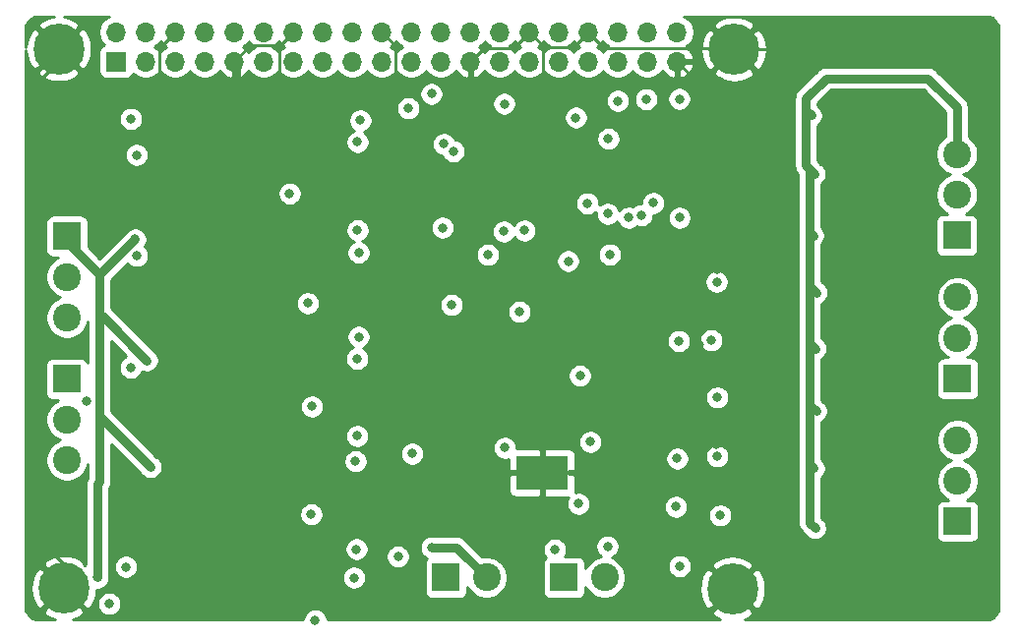
<source format=gbr>
G04 #@! TF.GenerationSoftware,KiCad,Pcbnew,(5.1.9)-1*
G04 #@! TF.CreationDate,2021-06-05T11:28:23-05:00*
G04 #@! TF.ProjectId,RASPBERRY 4 PI HAT,52415350-4245-4525-9259-203420504920,rev?*
G04 #@! TF.SameCoordinates,Original*
G04 #@! TF.FileFunction,Copper,L4,Bot*
G04 #@! TF.FilePolarity,Positive*
%FSLAX46Y46*%
G04 Gerber Fmt 4.6, Leading zero omitted, Abs format (unit mm)*
G04 Created by KiCad (PCBNEW (5.1.9)-1) date 2021-06-05 11:28:23*
%MOMM*%
%LPD*%
G01*
G04 APERTURE LIST*
G04 #@! TA.AperFunction,ComponentPad*
%ADD10C,2.400000*%
G04 #@! TD*
G04 #@! TA.AperFunction,ComponentPad*
%ADD11R,2.400000X2.400000*%
G04 #@! TD*
G04 #@! TA.AperFunction,ComponentPad*
%ADD12O,1.700000X1.700000*%
G04 #@! TD*
G04 #@! TA.AperFunction,ComponentPad*
%ADD13R,1.700000X1.700000*%
G04 #@! TD*
G04 #@! TA.AperFunction,ComponentPad*
%ADD14C,0.700000*%
G04 #@! TD*
G04 #@! TA.AperFunction,ComponentPad*
%ADD15C,4.400000*%
G04 #@! TD*
G04 #@! TA.AperFunction,SMDPad,CuDef*
%ADD16R,4.500000X2.950000*%
G04 #@! TD*
G04 #@! TA.AperFunction,ComponentPad*
%ADD17C,0.600000*%
G04 #@! TD*
G04 #@! TA.AperFunction,ViaPad*
%ADD18C,0.800000*%
G04 #@! TD*
G04 #@! TA.AperFunction,Conductor*
%ADD19C,0.250000*%
G04 #@! TD*
G04 #@! TA.AperFunction,Conductor*
%ADD20C,0.750000*%
G04 #@! TD*
G04 #@! TA.AperFunction,Conductor*
%ADD21C,0.254000*%
G04 #@! TD*
G04 #@! TA.AperFunction,Conductor*
%ADD22C,0.100000*%
G04 #@! TD*
G04 APERTURE END LIST*
D10*
X187560000Y-97280000D03*
X187560000Y-100780000D03*
D11*
X187560000Y-104280000D03*
D12*
X163390000Y-74430000D03*
X163390000Y-76970000D03*
X160850000Y-74430000D03*
X160850000Y-76970000D03*
X158310000Y-74430000D03*
X158310000Y-76970000D03*
X155770000Y-74430000D03*
X155770000Y-76970000D03*
X153230000Y-74430000D03*
X153230000Y-76970000D03*
X150690000Y-74430000D03*
X150690000Y-76970000D03*
X148150000Y-74430000D03*
X148150000Y-76970000D03*
X145610000Y-74430000D03*
X145610000Y-76970000D03*
X143070000Y-74430000D03*
X143070000Y-76970000D03*
X140530000Y-74430000D03*
X140530000Y-76970000D03*
X137990000Y-74430000D03*
X137990000Y-76970000D03*
X135450000Y-74430000D03*
X135450000Y-76970000D03*
X132910000Y-74430000D03*
X132910000Y-76970000D03*
X130370000Y-74430000D03*
X130370000Y-76970000D03*
X127830000Y-74430000D03*
X127830000Y-76970000D03*
X125290000Y-74430000D03*
X125290000Y-76970000D03*
X122750000Y-74430000D03*
X122750000Y-76970000D03*
X120210000Y-74430000D03*
X120210000Y-76970000D03*
X117670000Y-74430000D03*
X117670000Y-76970000D03*
X115130000Y-74430000D03*
D13*
X115130000Y-76970000D03*
D14*
X111802726Y-121157274D03*
X110636000Y-120674000D03*
X109469274Y-121157274D03*
X108986000Y-122324000D03*
X109469274Y-123490726D03*
X110636000Y-123974000D03*
X111802726Y-123490726D03*
X112286000Y-122324000D03*
D15*
X110636000Y-122324000D03*
D14*
X169350726Y-121227274D03*
X168184000Y-120744000D03*
X167017274Y-121227274D03*
X166534000Y-122394000D03*
X167017274Y-123560726D03*
X168184000Y-124044000D03*
X169350726Y-123560726D03*
X169834000Y-122394000D03*
D15*
X168184000Y-122394000D03*
D14*
X169470000Y-74756548D03*
X168303274Y-74273274D03*
X167136548Y-74756548D03*
X166653274Y-75923274D03*
X167136548Y-77090000D03*
X168303274Y-77573274D03*
X169470000Y-77090000D03*
X169953274Y-75923274D03*
D15*
X168303274Y-75923274D03*
D14*
X111366726Y-74713274D03*
X110200000Y-74230000D03*
X109033274Y-74713274D03*
X108550000Y-75880000D03*
X109033274Y-77046726D03*
X110200000Y-77530000D03*
X111366726Y-77046726D03*
X111850000Y-75880000D03*
D15*
X110200000Y-75880000D03*
D16*
X151798000Y-112395000D03*
D17*
X149998000Y-112995000D03*
X151198000Y-112995000D03*
X151198000Y-111795000D03*
X149998000Y-111795000D03*
X153598000Y-112995000D03*
X152498000Y-112995000D03*
X152498000Y-111795000D03*
X153598000Y-111795000D03*
D11*
X153670000Y-121412000D03*
D10*
X157170000Y-121412000D03*
D11*
X143510000Y-121412000D03*
D10*
X147010000Y-121412000D03*
D11*
X187490000Y-91950000D03*
D10*
X187490000Y-88450000D03*
X187490000Y-84950000D03*
D11*
X187550000Y-116580000D03*
D10*
X187550000Y-113080000D03*
X187550000Y-109580000D03*
X110900000Y-99010000D03*
X110900000Y-95510000D03*
D11*
X110900000Y-92010000D03*
X110890000Y-104310000D03*
D10*
X110890000Y-107810000D03*
X110890000Y-111310000D03*
D18*
X139700000Y-117348000D03*
X133858000Y-115570000D03*
X134620000Y-124714000D03*
X137668000Y-106680000D03*
X134112000Y-106426000D03*
X137418653Y-98048653D03*
X134112000Y-97282000D03*
X137160000Y-88900000D03*
X133858000Y-87884000D03*
X138938000Y-80010000D03*
X153550000Y-86850000D03*
X160274000Y-105664000D03*
X167124000Y-78726000D03*
X166870000Y-84568000D03*
X166650000Y-89740000D03*
X166830000Y-94880000D03*
X164580000Y-104820000D03*
X166760000Y-109910000D03*
X166640000Y-114920000D03*
X159550000Y-115650000D03*
X164950000Y-101120000D03*
X128370000Y-104480000D03*
X128720000Y-122910000D03*
X166824000Y-95952000D03*
X155700000Y-89190000D03*
X166370000Y-100990000D03*
X157440000Y-90080000D03*
X159258000Y-90414000D03*
X166870000Y-105904000D03*
X160342691Y-90210540D03*
X166870000Y-110984000D03*
X161362686Y-89154271D03*
X167124000Y-116064000D03*
X148590000Y-110236000D03*
X148590000Y-110236000D03*
X148590000Y-110236000D03*
X148590000Y-110236000D03*
X155956000Y-109728000D03*
X148500000Y-91610000D03*
X163420000Y-111158000D03*
X163322000Y-115316000D03*
X163620000Y-90420000D03*
X163610000Y-80200000D03*
X163575000Y-101040000D03*
X155060000Y-104020000D03*
X150280000Y-91520000D03*
X157630000Y-93590000D03*
X135890000Y-109220000D03*
X135910000Y-91500000D03*
X136010000Y-93430000D03*
X136000000Y-100690000D03*
X135880000Y-102560000D03*
X135730000Y-111400000D03*
X135820000Y-118970000D03*
X135610000Y-121430000D03*
X136150000Y-82042001D03*
X135900000Y-83910000D03*
X130060000Y-88340000D03*
X131630000Y-97780000D03*
X131990000Y-106680000D03*
X131920000Y-115970000D03*
X132260000Y-125079999D03*
X112610000Y-106250000D03*
X116380000Y-103320000D03*
X116930000Y-93700000D03*
X174950000Y-81620000D03*
X175230000Y-86650000D03*
X175120000Y-91970000D03*
X175400000Y-96880000D03*
X175320000Y-101700000D03*
X175380000Y-107070000D03*
X175190000Y-112010000D03*
X175300000Y-117150000D03*
X116410000Y-81920000D03*
X116900000Y-85025000D03*
X114540000Y-123680000D03*
X115980000Y-120500000D03*
X154940000Y-115062000D03*
X163640000Y-120440000D03*
X139390000Y-119600000D03*
X143230000Y-91290000D03*
X144160000Y-84710000D03*
X143340000Y-84070000D03*
X142270000Y-79755999D03*
X158310000Y-80360000D03*
X157490000Y-83620000D03*
X142300653Y-118820653D03*
X152910000Y-119010000D03*
X144010000Y-97930000D03*
X140610000Y-110740000D03*
X157420000Y-118740000D03*
X147120000Y-93610000D03*
X113538000Y-121412000D03*
X118080000Y-111890000D03*
X117790000Y-102720000D03*
X116770000Y-92290000D03*
X154708653Y-81801347D03*
X160745000Y-80210000D03*
X148530000Y-80610000D03*
X140290000Y-80990000D03*
X154040000Y-94160000D03*
X149850000Y-98530000D03*
D19*
X133858000Y-115570000D02*
X135128000Y-115570000D01*
X134620000Y-124714000D02*
X135890000Y-124714000D01*
X168184000Y-122394000D02*
X168184000Y-120870000D01*
X138938000Y-80010000D02*
X138938000Y-80518000D01*
X133858000Y-87884000D02*
X134366000Y-87376000D01*
X134366000Y-87376000D02*
X134620000Y-87376000D01*
X137160000Y-88900000D02*
X137160000Y-88392000D01*
X134112000Y-97282000D02*
X134112000Y-96774000D01*
X137418653Y-98048653D02*
X137418653Y-97540653D01*
X137668000Y-106680000D02*
X138176000Y-106172000D01*
X110236000Y-75946000D02*
X110236000Y-76962000D01*
X110636000Y-122324000D02*
X110636000Y-120292000D01*
X110636000Y-120292000D02*
X109874000Y-119530000D01*
X168184000Y-122394000D02*
X165898000Y-124680000D01*
X160274000Y-105664000D02*
X160020000Y-105918000D01*
X125730000Y-76962000D02*
X125730000Y-78994000D01*
X167124000Y-78726000D02*
X166108000Y-78726000D01*
X166870000Y-84568000D02*
X167124000Y-84568000D01*
X166870000Y-84568000D02*
X166870000Y-85220000D01*
X166830000Y-94880000D02*
X166640000Y-94880000D01*
X166640000Y-94880000D02*
X166310000Y-94550000D01*
X166760000Y-109910000D02*
X165890000Y-109910000D01*
X166640000Y-114920000D02*
X165660000Y-114920000D01*
X164580000Y-104820000D02*
X164580000Y-105080000D01*
X164580000Y-105080000D02*
X164920000Y-105420000D01*
X110236000Y-76962000D02*
X108458000Y-78740000D01*
X118845001Y-75794999D02*
X118845001Y-78455001D01*
X168303274Y-75923274D02*
X171163274Y-75923274D01*
X163390000Y-76970000D02*
X165330000Y-78910000D01*
X145610000Y-76970000D02*
X145610000Y-77710000D01*
X168174999Y-75794999D02*
X168303274Y-75923274D01*
X157134999Y-75794999D02*
X168174999Y-75794999D01*
X155770000Y-74430000D02*
X157134999Y-75794999D01*
X150690000Y-74430000D02*
X151865001Y-75605001D01*
X149325001Y-75794999D02*
X150690000Y-74430000D01*
X146785001Y-75794999D02*
X149325001Y-75794999D01*
X145610000Y-76970000D02*
X146785001Y-75794999D01*
X155770000Y-74430000D02*
X154490000Y-75710000D01*
X151940000Y-75710000D02*
X151865001Y-75784999D01*
X154490000Y-75710000D02*
X151940000Y-75710000D01*
X151865001Y-75784999D02*
X151865001Y-78455001D01*
X151865001Y-75605001D02*
X151865001Y-75784999D01*
X139165001Y-79782999D02*
X138938000Y-80010000D01*
X139165001Y-75605001D02*
X139165001Y-79782999D01*
X137990000Y-74430000D02*
X139165001Y-75605001D01*
X129194999Y-75605001D02*
X129194999Y-78344999D01*
X129194999Y-75605001D02*
X129335000Y-75465000D01*
X126654999Y-75605001D02*
X129194999Y-75605001D01*
X125290000Y-76970000D02*
X126654999Y-75605001D01*
X130370000Y-74430000D02*
X129335000Y-75465000D01*
X120210000Y-74430000D02*
X118845001Y-75794999D01*
X166650000Y-89740000D02*
X166260000Y-89740000D01*
X166260000Y-89740000D02*
X166110000Y-89890000D01*
X159550000Y-115650000D02*
X159150000Y-116050000D01*
X159150000Y-116050000D02*
X158870000Y-116050000D01*
X164950000Y-101120000D02*
X165390000Y-101120000D01*
X165390000Y-101120000D02*
X165580000Y-101310000D01*
X128370000Y-104480000D02*
X128090000Y-104200000D01*
X128090000Y-104200000D02*
X128090000Y-103920000D01*
X128720000Y-122910000D02*
X128370000Y-122560000D01*
X153550000Y-84800000D02*
X153550000Y-85020000D01*
X153550000Y-86850000D02*
X153550000Y-85020000D01*
D20*
X187530000Y-84990000D02*
X187530000Y-84450000D01*
X174950000Y-81620000D02*
X174510000Y-81180000D01*
X174510000Y-80590000D02*
X174510000Y-85930000D01*
X174510000Y-81180000D02*
X174510000Y-80590000D01*
X174830000Y-91680000D02*
X175120000Y-91970000D01*
X174830000Y-86250000D02*
X174830000Y-91680000D01*
X174510000Y-85930000D02*
X174830000Y-86250000D01*
X174830000Y-86250000D02*
X175230000Y-86650000D01*
X174830000Y-96310000D02*
X175400000Y-96880000D01*
X174830000Y-91680000D02*
X174830000Y-96310000D01*
X174830000Y-101210000D02*
X175320000Y-101700000D01*
X174830000Y-96310000D02*
X174830000Y-101210000D01*
X174830000Y-106520000D02*
X175380000Y-107070000D01*
X174830000Y-101210000D02*
X174830000Y-106520000D01*
X174830000Y-106520000D02*
X174830000Y-111260000D01*
X174830000Y-111650000D02*
X175190000Y-112010000D01*
X174830000Y-111260000D02*
X174830000Y-111650000D01*
X174830000Y-116680000D02*
X175300000Y-117150000D01*
X174830000Y-111260000D02*
X174830000Y-116680000D01*
X187490000Y-80880000D02*
X187490000Y-84950000D01*
X185020000Y-78410000D02*
X187490000Y-80880000D01*
X176240000Y-78410000D02*
X185020000Y-78410000D01*
X174510000Y-80140000D02*
X176240000Y-78410000D01*
X174510000Y-80590000D02*
X174510000Y-80140000D01*
X144418653Y-118820653D02*
X142300653Y-118820653D01*
X147010000Y-121412000D02*
X144418653Y-118820653D01*
X110998000Y-92629002D02*
X110998000Y-91948000D01*
X113538000Y-113364998D02*
X113705499Y-113197499D01*
X113538000Y-121412000D02*
X113538000Y-113364998D01*
X110900000Y-92531002D02*
X110900000Y-92010000D01*
X113705499Y-95336501D02*
X110900000Y-92531002D01*
X113864501Y-107674501D02*
X118080000Y-111890000D01*
X113705499Y-107674501D02*
X113864501Y-107674501D01*
X113705499Y-113197499D02*
X113705499Y-107674501D01*
X113705499Y-107674501D02*
X113705499Y-104053499D01*
X113935499Y-98865499D02*
X117790000Y-102720000D01*
X113705499Y-98865499D02*
X113935499Y-98865499D01*
X113705499Y-104053499D02*
X113705499Y-98865499D01*
X113705499Y-98865499D02*
X113705499Y-95336501D01*
X113705499Y-95336501D02*
X113723499Y-95336501D01*
X113723499Y-95336501D02*
X116770000Y-92290000D01*
D21*
X109629368Y-73089019D02*
X109095839Y-73253972D01*
X108629976Y-73502982D01*
X108389830Y-73890225D01*
X110200000Y-75700395D01*
X112010170Y-73890225D01*
X111770024Y-73502982D01*
X111276123Y-73242359D01*
X110740867Y-73083099D01*
X110653901Y-73075001D01*
X114520765Y-73075001D01*
X114426589Y-73114010D01*
X114183368Y-73276525D01*
X113976525Y-73483368D01*
X113814010Y-73726589D01*
X113702068Y-73996842D01*
X113645000Y-74283740D01*
X113645000Y-74576260D01*
X113702068Y-74863158D01*
X113814010Y-75133411D01*
X113976525Y-75376632D01*
X114108380Y-75508487D01*
X114035820Y-75530498D01*
X113925506Y-75589463D01*
X113828815Y-75668815D01*
X113749463Y-75765506D01*
X113690498Y-75875820D01*
X113654188Y-75995518D01*
X113641928Y-76120000D01*
X113641928Y-77820000D01*
X113654188Y-77944482D01*
X113690498Y-78064180D01*
X113749463Y-78174494D01*
X113828815Y-78271185D01*
X113925506Y-78350537D01*
X114035820Y-78409502D01*
X114155518Y-78445812D01*
X114280000Y-78458072D01*
X115980000Y-78458072D01*
X116104482Y-78445812D01*
X116224180Y-78409502D01*
X116334494Y-78350537D01*
X116431185Y-78271185D01*
X116510537Y-78174494D01*
X116569502Y-78064180D01*
X116591513Y-77991620D01*
X116723368Y-78123475D01*
X116966589Y-78285990D01*
X117236842Y-78397932D01*
X117523740Y-78455000D01*
X117816260Y-78455000D01*
X118103158Y-78397932D01*
X118373411Y-78285990D01*
X118616632Y-78123475D01*
X118823475Y-77916632D01*
X118940000Y-77742240D01*
X119056525Y-77916632D01*
X119263368Y-78123475D01*
X119506589Y-78285990D01*
X119776842Y-78397932D01*
X120063740Y-78455000D01*
X120356260Y-78455000D01*
X120643158Y-78397932D01*
X120913411Y-78285990D01*
X121156632Y-78123475D01*
X121363475Y-77916632D01*
X121480000Y-77742240D01*
X121596525Y-77916632D01*
X121803368Y-78123475D01*
X122046589Y-78285990D01*
X122316842Y-78397932D01*
X122603740Y-78455000D01*
X122896260Y-78455000D01*
X123183158Y-78397932D01*
X123453411Y-78285990D01*
X123696632Y-78123475D01*
X123903475Y-77916632D01*
X124025195Y-77734466D01*
X124094822Y-77851355D01*
X124289731Y-78067588D01*
X124523080Y-78241641D01*
X124785901Y-78366825D01*
X124933110Y-78411476D01*
X125163000Y-78290155D01*
X125163000Y-77097000D01*
X125143000Y-77097000D01*
X125143000Y-76843000D01*
X125163000Y-76843000D01*
X125163000Y-76823000D01*
X125417000Y-76823000D01*
X125417000Y-76843000D01*
X125437000Y-76843000D01*
X125437000Y-77097000D01*
X125417000Y-77097000D01*
X125417000Y-78290155D01*
X125646890Y-78411476D01*
X125794099Y-78366825D01*
X126056920Y-78241641D01*
X126290269Y-78067588D01*
X126485178Y-77851355D01*
X126554805Y-77734466D01*
X126676525Y-77916632D01*
X126883368Y-78123475D01*
X127126589Y-78285990D01*
X127396842Y-78397932D01*
X127683740Y-78455000D01*
X127976260Y-78455000D01*
X128263158Y-78397932D01*
X128533411Y-78285990D01*
X128776632Y-78123475D01*
X128983475Y-77916632D01*
X129100000Y-77742240D01*
X129216525Y-77916632D01*
X129423368Y-78123475D01*
X129666589Y-78285990D01*
X129936842Y-78397932D01*
X130223740Y-78455000D01*
X130516260Y-78455000D01*
X130803158Y-78397932D01*
X131073411Y-78285990D01*
X131316632Y-78123475D01*
X131523475Y-77916632D01*
X131640000Y-77742240D01*
X131756525Y-77916632D01*
X131963368Y-78123475D01*
X132206589Y-78285990D01*
X132476842Y-78397932D01*
X132763740Y-78455000D01*
X133056260Y-78455000D01*
X133343158Y-78397932D01*
X133613411Y-78285990D01*
X133856632Y-78123475D01*
X134063475Y-77916632D01*
X134180000Y-77742240D01*
X134296525Y-77916632D01*
X134503368Y-78123475D01*
X134746589Y-78285990D01*
X135016842Y-78397932D01*
X135303740Y-78455000D01*
X135596260Y-78455000D01*
X135883158Y-78397932D01*
X136153411Y-78285990D01*
X136396632Y-78123475D01*
X136603475Y-77916632D01*
X136720000Y-77742240D01*
X136836525Y-77916632D01*
X137043368Y-78123475D01*
X137286589Y-78285990D01*
X137556842Y-78397932D01*
X137843740Y-78455000D01*
X138136260Y-78455000D01*
X138423158Y-78397932D01*
X138693411Y-78285990D01*
X138936632Y-78123475D01*
X139143475Y-77916632D01*
X139260000Y-77742240D01*
X139376525Y-77916632D01*
X139583368Y-78123475D01*
X139826589Y-78285990D01*
X140096842Y-78397932D01*
X140383740Y-78455000D01*
X140676260Y-78455000D01*
X140963158Y-78397932D01*
X141233411Y-78285990D01*
X141476632Y-78123475D01*
X141683475Y-77916632D01*
X141800000Y-77742240D01*
X141916525Y-77916632D01*
X142123368Y-78123475D01*
X142366589Y-78285990D01*
X142636842Y-78397932D01*
X142923740Y-78455000D01*
X143216260Y-78455000D01*
X143503158Y-78397932D01*
X143773411Y-78285990D01*
X144016632Y-78123475D01*
X144223475Y-77916632D01*
X144345195Y-77734466D01*
X144414822Y-77851355D01*
X144609731Y-78067588D01*
X144843080Y-78241641D01*
X145105901Y-78366825D01*
X145253110Y-78411476D01*
X145483000Y-78290155D01*
X145483000Y-77097000D01*
X145463000Y-77097000D01*
X145463000Y-76843000D01*
X145483000Y-76843000D01*
X145483000Y-76823000D01*
X145737000Y-76823000D01*
X145737000Y-76843000D01*
X145757000Y-76843000D01*
X145757000Y-77097000D01*
X145737000Y-77097000D01*
X145737000Y-78290155D01*
X145966890Y-78411476D01*
X146114099Y-78366825D01*
X146376920Y-78241641D01*
X146610269Y-78067588D01*
X146805178Y-77851355D01*
X146874805Y-77734466D01*
X146996525Y-77916632D01*
X147203368Y-78123475D01*
X147446589Y-78285990D01*
X147716842Y-78397932D01*
X148003740Y-78455000D01*
X148296260Y-78455000D01*
X148583158Y-78397932D01*
X148853411Y-78285990D01*
X149096632Y-78123475D01*
X149303475Y-77916632D01*
X149420000Y-77742240D01*
X149536525Y-77916632D01*
X149743368Y-78123475D01*
X149986589Y-78285990D01*
X150256842Y-78397932D01*
X150543740Y-78455000D01*
X150836260Y-78455000D01*
X151123158Y-78397932D01*
X151393411Y-78285990D01*
X151636632Y-78123475D01*
X151843475Y-77916632D01*
X151960000Y-77742240D01*
X152076525Y-77916632D01*
X152283368Y-78123475D01*
X152526589Y-78285990D01*
X152796842Y-78397932D01*
X153083740Y-78455000D01*
X153376260Y-78455000D01*
X153663158Y-78397932D01*
X153933411Y-78285990D01*
X154176632Y-78123475D01*
X154383475Y-77916632D01*
X154500000Y-77742240D01*
X154616525Y-77916632D01*
X154823368Y-78123475D01*
X155066589Y-78285990D01*
X155336842Y-78397932D01*
X155623740Y-78455000D01*
X155916260Y-78455000D01*
X156203158Y-78397932D01*
X156473411Y-78285990D01*
X156716632Y-78123475D01*
X156923475Y-77916632D01*
X157040000Y-77742240D01*
X157156525Y-77916632D01*
X157363368Y-78123475D01*
X157606589Y-78285990D01*
X157876842Y-78397932D01*
X158163740Y-78455000D01*
X158456260Y-78455000D01*
X158743158Y-78397932D01*
X159013411Y-78285990D01*
X159256632Y-78123475D01*
X159463475Y-77916632D01*
X159580000Y-77742240D01*
X159696525Y-77916632D01*
X159903368Y-78123475D01*
X160146589Y-78285990D01*
X160416842Y-78397932D01*
X160703740Y-78455000D01*
X160996260Y-78455000D01*
X161283158Y-78397932D01*
X161553411Y-78285990D01*
X161796632Y-78123475D01*
X162003475Y-77916632D01*
X162125195Y-77734466D01*
X162194822Y-77851355D01*
X162389731Y-78067588D01*
X162623080Y-78241641D01*
X162885901Y-78366825D01*
X163033110Y-78411476D01*
X163263000Y-78290155D01*
X163263000Y-77097000D01*
X163517000Y-77097000D01*
X163517000Y-78290155D01*
X163746890Y-78411476D01*
X163894099Y-78366825D01*
X164156920Y-78241641D01*
X164390269Y-78067588D01*
X164529568Y-77913049D01*
X166493104Y-77913049D01*
X166733250Y-78300292D01*
X167227151Y-78560915D01*
X167762407Y-78720175D01*
X168318448Y-78771952D01*
X168873906Y-78714255D01*
X169407435Y-78549302D01*
X169873298Y-78300292D01*
X170113444Y-77913049D01*
X168303274Y-76102879D01*
X166493104Y-77913049D01*
X164529568Y-77913049D01*
X164585178Y-77851355D01*
X164734157Y-77601252D01*
X164831481Y-77326891D01*
X164710814Y-77097000D01*
X163517000Y-77097000D01*
X163263000Y-77097000D01*
X163243000Y-77097000D01*
X163243000Y-76843000D01*
X163263000Y-76843000D01*
X163263000Y-76823000D01*
X163517000Y-76823000D01*
X163517000Y-76843000D01*
X164710814Y-76843000D01*
X164831481Y-76613109D01*
X164734157Y-76338748D01*
X164585178Y-76088645D01*
X164449793Y-75938448D01*
X165454596Y-75938448D01*
X165512293Y-76493906D01*
X165677246Y-77027435D01*
X165926256Y-77493298D01*
X166313499Y-77733444D01*
X168123669Y-75923274D01*
X168482879Y-75923274D01*
X170293049Y-77733444D01*
X170680292Y-77493298D01*
X170940915Y-76999397D01*
X171100175Y-76464141D01*
X171151952Y-75908100D01*
X171094255Y-75352642D01*
X170929302Y-74819113D01*
X170680292Y-74353250D01*
X170293049Y-74113104D01*
X168482879Y-75923274D01*
X168123669Y-75923274D01*
X166313499Y-74113104D01*
X165926256Y-74353250D01*
X165665633Y-74847151D01*
X165506373Y-75382407D01*
X165454596Y-75938448D01*
X164449793Y-75938448D01*
X164390269Y-75872412D01*
X164160594Y-75701100D01*
X164336632Y-75583475D01*
X164543475Y-75376632D01*
X164705990Y-75133411D01*
X164817932Y-74863158D01*
X164875000Y-74576260D01*
X164875000Y-74283740D01*
X164817932Y-73996842D01*
X164705990Y-73726589D01*
X164543475Y-73483368D01*
X164336632Y-73276525D01*
X164093411Y-73114010D01*
X163999235Y-73075001D01*
X168284201Y-73075001D01*
X167732642Y-73132293D01*
X167199113Y-73297246D01*
X166733250Y-73546256D01*
X166493104Y-73933499D01*
X168303274Y-75743669D01*
X170113444Y-73933499D01*
X169873298Y-73546256D01*
X169379397Y-73285633D01*
X168844141Y-73126373D01*
X168292449Y-73075001D01*
X190302512Y-73075001D01*
X190547643Y-73229160D01*
X190852911Y-73517484D01*
X191084999Y-73843643D01*
X191085000Y-124262509D01*
X190930840Y-124507643D01*
X190642516Y-124812911D01*
X190316357Y-125044999D01*
X169207394Y-125044999D01*
X169288161Y-125020028D01*
X169754024Y-124771018D01*
X169994170Y-124383775D01*
X168184000Y-122573605D01*
X166373830Y-124383775D01*
X166613976Y-124771018D01*
X167107877Y-125031641D01*
X167152772Y-125044999D01*
X133295000Y-125044999D01*
X133295000Y-124978060D01*
X133255226Y-124778101D01*
X133177205Y-124589743D01*
X133063937Y-124420225D01*
X132919774Y-124276062D01*
X132750256Y-124162794D01*
X132561898Y-124084773D01*
X132361939Y-124044999D01*
X132158061Y-124044999D01*
X131958102Y-124084773D01*
X131769744Y-124162794D01*
X131600226Y-124276062D01*
X131456063Y-124420225D01*
X131342795Y-124589743D01*
X131264774Y-124778101D01*
X131225000Y-124978060D01*
X131225000Y-125044999D01*
X111432984Y-125044999D01*
X111740161Y-124950028D01*
X112206024Y-124701018D01*
X112446170Y-124313775D01*
X110636000Y-122503605D01*
X108825830Y-124313775D01*
X109065976Y-124701018D01*
X109559877Y-124961641D01*
X109840034Y-125044999D01*
X108147489Y-125044999D01*
X107902357Y-124890840D01*
X107597089Y-124602516D01*
X107365001Y-124276357D01*
X107365001Y-122339174D01*
X107787322Y-122339174D01*
X107845019Y-122894632D01*
X108009972Y-123428161D01*
X108258982Y-123894024D01*
X108646225Y-124134170D01*
X110456395Y-122324000D01*
X108646225Y-120513830D01*
X108258982Y-120753976D01*
X107998359Y-121247877D01*
X107839099Y-121783133D01*
X107787322Y-122339174D01*
X107365001Y-122339174D01*
X107365001Y-120334225D01*
X108825830Y-120334225D01*
X110636000Y-122144395D01*
X110650143Y-122130253D01*
X110829748Y-122309858D01*
X110815605Y-122324000D01*
X112625775Y-124134170D01*
X113013018Y-123894024D01*
X113179746Y-123578061D01*
X113505000Y-123578061D01*
X113505000Y-123781939D01*
X113544774Y-123981898D01*
X113622795Y-124170256D01*
X113736063Y-124339774D01*
X113880226Y-124483937D01*
X114049744Y-124597205D01*
X114238102Y-124675226D01*
X114438061Y-124715000D01*
X114641939Y-124715000D01*
X114841898Y-124675226D01*
X115030256Y-124597205D01*
X115199774Y-124483937D01*
X115343937Y-124339774D01*
X115457205Y-124170256D01*
X115535226Y-123981898D01*
X115575000Y-123781939D01*
X115575000Y-123578061D01*
X115535226Y-123378102D01*
X115457205Y-123189744D01*
X115343937Y-123020226D01*
X115199774Y-122876063D01*
X115030256Y-122762795D01*
X114841898Y-122684774D01*
X114641939Y-122645000D01*
X114438061Y-122645000D01*
X114238102Y-122684774D01*
X114049744Y-122762795D01*
X113880226Y-122876063D01*
X113736063Y-123020226D01*
X113622795Y-123189744D01*
X113544774Y-123378102D01*
X113505000Y-123578061D01*
X113179746Y-123578061D01*
X113273641Y-123400123D01*
X113432901Y-122864867D01*
X113471812Y-122447000D01*
X113639939Y-122447000D01*
X113839898Y-122407226D01*
X114028256Y-122329205D01*
X114197774Y-122215937D01*
X114341937Y-122071774D01*
X114455205Y-121902256D01*
X114533226Y-121713898D01*
X114573000Y-121513939D01*
X114573000Y-121310061D01*
X114548000Y-121184377D01*
X114548000Y-120398061D01*
X114945000Y-120398061D01*
X114945000Y-120601939D01*
X114984774Y-120801898D01*
X115062795Y-120990256D01*
X115176063Y-121159774D01*
X115320226Y-121303937D01*
X115489744Y-121417205D01*
X115678102Y-121495226D01*
X115878061Y-121535000D01*
X116081939Y-121535000D01*
X116281898Y-121495226D01*
X116470256Y-121417205D01*
X116603669Y-121328061D01*
X134575000Y-121328061D01*
X134575000Y-121531939D01*
X134614774Y-121731898D01*
X134692795Y-121920256D01*
X134806063Y-122089774D01*
X134950226Y-122233937D01*
X135119744Y-122347205D01*
X135308102Y-122425226D01*
X135508061Y-122465000D01*
X135711939Y-122465000D01*
X135911898Y-122425226D01*
X136100256Y-122347205D01*
X136269774Y-122233937D01*
X136413937Y-122089774D01*
X136527205Y-121920256D01*
X136605226Y-121731898D01*
X136645000Y-121531939D01*
X136645000Y-121328061D01*
X136605226Y-121128102D01*
X136527205Y-120939744D01*
X136413937Y-120770226D01*
X136269774Y-120626063D01*
X136100256Y-120512795D01*
X135911898Y-120434774D01*
X135711939Y-120395000D01*
X135508061Y-120395000D01*
X135308102Y-120434774D01*
X135119744Y-120512795D01*
X134950226Y-120626063D01*
X134806063Y-120770226D01*
X134692795Y-120939744D01*
X134614774Y-121128102D01*
X134575000Y-121328061D01*
X116603669Y-121328061D01*
X116639774Y-121303937D01*
X116783937Y-121159774D01*
X116897205Y-120990256D01*
X116975226Y-120801898D01*
X117015000Y-120601939D01*
X117015000Y-120398061D01*
X116975226Y-120198102D01*
X116897205Y-120009744D01*
X116783937Y-119840226D01*
X116639774Y-119696063D01*
X116470256Y-119582795D01*
X116281898Y-119504774D01*
X116081939Y-119465000D01*
X115878061Y-119465000D01*
X115678102Y-119504774D01*
X115489744Y-119582795D01*
X115320226Y-119696063D01*
X115176063Y-119840226D01*
X115062795Y-120009744D01*
X114984774Y-120198102D01*
X114945000Y-120398061D01*
X114548000Y-120398061D01*
X114548000Y-118868061D01*
X134785000Y-118868061D01*
X134785000Y-119071939D01*
X134824774Y-119271898D01*
X134902795Y-119460256D01*
X135016063Y-119629774D01*
X135160226Y-119773937D01*
X135329744Y-119887205D01*
X135518102Y-119965226D01*
X135718061Y-120005000D01*
X135921939Y-120005000D01*
X136121898Y-119965226D01*
X136310256Y-119887205D01*
X136479774Y-119773937D01*
X136623937Y-119629774D01*
X136711944Y-119498061D01*
X138355000Y-119498061D01*
X138355000Y-119701939D01*
X138394774Y-119901898D01*
X138472795Y-120090256D01*
X138586063Y-120259774D01*
X138730226Y-120403937D01*
X138899744Y-120517205D01*
X139088102Y-120595226D01*
X139288061Y-120635000D01*
X139491939Y-120635000D01*
X139691898Y-120595226D01*
X139880256Y-120517205D01*
X140049774Y-120403937D01*
X140193937Y-120259774D01*
X140307205Y-120090256D01*
X140385226Y-119901898D01*
X140425000Y-119701939D01*
X140425000Y-119498061D01*
X140385226Y-119298102D01*
X140307205Y-119109744D01*
X140193937Y-118940226D01*
X140049774Y-118796063D01*
X139934013Y-118718714D01*
X141265653Y-118718714D01*
X141265653Y-118922592D01*
X141305427Y-119122551D01*
X141383448Y-119310909D01*
X141496716Y-119480427D01*
X141640879Y-119624590D01*
X141810397Y-119737858D01*
X141861165Y-119758887D01*
X141858815Y-119760815D01*
X141779463Y-119857506D01*
X141720498Y-119967820D01*
X141684188Y-120087518D01*
X141671928Y-120212000D01*
X141671928Y-122612000D01*
X141684188Y-122736482D01*
X141720498Y-122856180D01*
X141779463Y-122966494D01*
X141858815Y-123063185D01*
X141955506Y-123142537D01*
X142065820Y-123201502D01*
X142185518Y-123237812D01*
X142310000Y-123250072D01*
X144710000Y-123250072D01*
X144834482Y-123237812D01*
X144954180Y-123201502D01*
X145064494Y-123142537D01*
X145161185Y-123063185D01*
X145240537Y-122966494D01*
X145299502Y-122856180D01*
X145335812Y-122736482D01*
X145348072Y-122612000D01*
X145348072Y-122194838D01*
X145383844Y-122281199D01*
X145584662Y-122581744D01*
X145840256Y-122837338D01*
X146140801Y-123038156D01*
X146474750Y-123176482D01*
X146829268Y-123247000D01*
X147190732Y-123247000D01*
X147545250Y-123176482D01*
X147879199Y-123038156D01*
X148179744Y-122837338D01*
X148435338Y-122581744D01*
X148636156Y-122281199D01*
X148774482Y-121947250D01*
X148845000Y-121592732D01*
X148845000Y-121231268D01*
X148774482Y-120876750D01*
X148636156Y-120542801D01*
X148435338Y-120242256D01*
X148405082Y-120212000D01*
X151831928Y-120212000D01*
X151831928Y-122612000D01*
X151844188Y-122736482D01*
X151880498Y-122856180D01*
X151939463Y-122966494D01*
X152018815Y-123063185D01*
X152115506Y-123142537D01*
X152225820Y-123201502D01*
X152345518Y-123237812D01*
X152470000Y-123250072D01*
X154870000Y-123250072D01*
X154994482Y-123237812D01*
X155114180Y-123201502D01*
X155224494Y-123142537D01*
X155321185Y-123063185D01*
X155400537Y-122966494D01*
X155459502Y-122856180D01*
X155495812Y-122736482D01*
X155508072Y-122612000D01*
X155508072Y-122194838D01*
X155543844Y-122281199D01*
X155744662Y-122581744D01*
X156000256Y-122837338D01*
X156300801Y-123038156D01*
X156634750Y-123176482D01*
X156989268Y-123247000D01*
X157350732Y-123247000D01*
X157705250Y-123176482D01*
X158039199Y-123038156D01*
X158339744Y-122837338D01*
X158595338Y-122581744D01*
X158710645Y-122409174D01*
X165335322Y-122409174D01*
X165393019Y-122964632D01*
X165557972Y-123498161D01*
X165806982Y-123964024D01*
X166194225Y-124204170D01*
X168004395Y-122394000D01*
X168363605Y-122394000D01*
X170173775Y-124204170D01*
X170561018Y-123964024D01*
X170821641Y-123470123D01*
X170980901Y-122934867D01*
X171032678Y-122378826D01*
X170974981Y-121823368D01*
X170810028Y-121289839D01*
X170561018Y-120823976D01*
X170173775Y-120583830D01*
X168363605Y-122394000D01*
X168004395Y-122394000D01*
X166194225Y-120583830D01*
X165806982Y-120823976D01*
X165546359Y-121317877D01*
X165387099Y-121853133D01*
X165335322Y-122409174D01*
X158710645Y-122409174D01*
X158796156Y-122281199D01*
X158934482Y-121947250D01*
X159005000Y-121592732D01*
X159005000Y-121231268D01*
X158934482Y-120876750D01*
X158796156Y-120542801D01*
X158659353Y-120338061D01*
X162605000Y-120338061D01*
X162605000Y-120541939D01*
X162644774Y-120741898D01*
X162722795Y-120930256D01*
X162836063Y-121099774D01*
X162980226Y-121243937D01*
X163149744Y-121357205D01*
X163338102Y-121435226D01*
X163538061Y-121475000D01*
X163741939Y-121475000D01*
X163941898Y-121435226D01*
X164130256Y-121357205D01*
X164299774Y-121243937D01*
X164443937Y-121099774D01*
X164557205Y-120930256D01*
X164635226Y-120741898D01*
X164675000Y-120541939D01*
X164675000Y-120404225D01*
X166373830Y-120404225D01*
X168184000Y-122214395D01*
X169994170Y-120404225D01*
X169754024Y-120016982D01*
X169260123Y-119756359D01*
X168724867Y-119597099D01*
X168168826Y-119545322D01*
X167613368Y-119603019D01*
X167079839Y-119767972D01*
X166613976Y-120016982D01*
X166373830Y-120404225D01*
X164675000Y-120404225D01*
X164675000Y-120338061D01*
X164635226Y-120138102D01*
X164557205Y-119949744D01*
X164443937Y-119780226D01*
X164299774Y-119636063D01*
X164130256Y-119522795D01*
X163941898Y-119444774D01*
X163741939Y-119405000D01*
X163538061Y-119405000D01*
X163338102Y-119444774D01*
X163149744Y-119522795D01*
X162980226Y-119636063D01*
X162836063Y-119780226D01*
X162722795Y-119949744D01*
X162644774Y-120138102D01*
X162605000Y-120338061D01*
X158659353Y-120338061D01*
X158595338Y-120242256D01*
X158339744Y-119986662D01*
X158039199Y-119785844D01*
X157819447Y-119694820D01*
X157910256Y-119657205D01*
X158079774Y-119543937D01*
X158223937Y-119399774D01*
X158337205Y-119230256D01*
X158415226Y-119041898D01*
X158455000Y-118841939D01*
X158455000Y-118638061D01*
X158415226Y-118438102D01*
X158337205Y-118249744D01*
X158223937Y-118080226D01*
X158079774Y-117936063D01*
X157910256Y-117822795D01*
X157721898Y-117744774D01*
X157521939Y-117705000D01*
X157318061Y-117705000D01*
X157118102Y-117744774D01*
X156929744Y-117822795D01*
X156760226Y-117936063D01*
X156616063Y-118080226D01*
X156502795Y-118249744D01*
X156424774Y-118438102D01*
X156385000Y-118638061D01*
X156385000Y-118841939D01*
X156424774Y-119041898D01*
X156502795Y-119230256D01*
X156616063Y-119399774D01*
X156760226Y-119543937D01*
X156850900Y-119604523D01*
X156634750Y-119647518D01*
X156300801Y-119785844D01*
X156000256Y-119986662D01*
X155744662Y-120242256D01*
X155543844Y-120542801D01*
X155508072Y-120629162D01*
X155508072Y-120212000D01*
X155495812Y-120087518D01*
X155459502Y-119967820D01*
X155400537Y-119857506D01*
X155321185Y-119760815D01*
X155224494Y-119681463D01*
X155114180Y-119622498D01*
X154994482Y-119586188D01*
X154870000Y-119573928D01*
X153777979Y-119573928D01*
X153827205Y-119500256D01*
X153905226Y-119311898D01*
X153945000Y-119111939D01*
X153945000Y-118908061D01*
X153905226Y-118708102D01*
X153827205Y-118519744D01*
X153713937Y-118350226D01*
X153569774Y-118206063D01*
X153400256Y-118092795D01*
X153211898Y-118014774D01*
X153011939Y-117975000D01*
X152808061Y-117975000D01*
X152608102Y-118014774D01*
X152419744Y-118092795D01*
X152250226Y-118206063D01*
X152106063Y-118350226D01*
X151992795Y-118519744D01*
X151914774Y-118708102D01*
X151875000Y-118908061D01*
X151875000Y-119111939D01*
X151914774Y-119311898D01*
X151992795Y-119500256D01*
X152106063Y-119669774D01*
X152116970Y-119680681D01*
X152115506Y-119681463D01*
X152018815Y-119760815D01*
X151939463Y-119857506D01*
X151880498Y-119967820D01*
X151844188Y-120087518D01*
X151831928Y-120212000D01*
X148405082Y-120212000D01*
X148179744Y-119986662D01*
X147879199Y-119785844D01*
X147545250Y-119647518D01*
X147190732Y-119577000D01*
X146829268Y-119577000D01*
X146640836Y-119614481D01*
X145167914Y-118141559D01*
X145136286Y-118103020D01*
X144982493Y-117976806D01*
X144807033Y-117883021D01*
X144616647Y-117825268D01*
X144468261Y-117810653D01*
X144418653Y-117805767D01*
X144369045Y-117810653D01*
X142528276Y-117810653D01*
X142402592Y-117785653D01*
X142198714Y-117785653D01*
X141998755Y-117825427D01*
X141810397Y-117903448D01*
X141640879Y-118016716D01*
X141496716Y-118160879D01*
X141383448Y-118330397D01*
X141305427Y-118518755D01*
X141265653Y-118718714D01*
X139934013Y-118718714D01*
X139880256Y-118682795D01*
X139691898Y-118604774D01*
X139491939Y-118565000D01*
X139288061Y-118565000D01*
X139088102Y-118604774D01*
X138899744Y-118682795D01*
X138730226Y-118796063D01*
X138586063Y-118940226D01*
X138472795Y-119109744D01*
X138394774Y-119298102D01*
X138355000Y-119498061D01*
X136711944Y-119498061D01*
X136737205Y-119460256D01*
X136815226Y-119271898D01*
X136855000Y-119071939D01*
X136855000Y-118868061D01*
X136815226Y-118668102D01*
X136737205Y-118479744D01*
X136623937Y-118310226D01*
X136479774Y-118166063D01*
X136310256Y-118052795D01*
X136121898Y-117974774D01*
X135921939Y-117935000D01*
X135718061Y-117935000D01*
X135518102Y-117974774D01*
X135329744Y-118052795D01*
X135160226Y-118166063D01*
X135016063Y-118310226D01*
X134902795Y-118479744D01*
X134824774Y-118668102D01*
X134785000Y-118868061D01*
X114548000Y-118868061D01*
X114548000Y-115868061D01*
X130885000Y-115868061D01*
X130885000Y-116071939D01*
X130924774Y-116271898D01*
X131002795Y-116460256D01*
X131116063Y-116629774D01*
X131260226Y-116773937D01*
X131429744Y-116887205D01*
X131618102Y-116965226D01*
X131818061Y-117005000D01*
X132021939Y-117005000D01*
X132221898Y-116965226D01*
X132410256Y-116887205D01*
X132579774Y-116773937D01*
X132723937Y-116629774D01*
X132837205Y-116460256D01*
X132915226Y-116271898D01*
X132955000Y-116071939D01*
X132955000Y-115868061D01*
X132915226Y-115668102D01*
X132837205Y-115479744D01*
X132723937Y-115310226D01*
X132579774Y-115166063D01*
X132410256Y-115052795D01*
X132221898Y-114974774D01*
X132021939Y-114935000D01*
X131818061Y-114935000D01*
X131618102Y-114974774D01*
X131429744Y-115052795D01*
X131260226Y-115166063D01*
X131116063Y-115310226D01*
X131002795Y-115479744D01*
X130924774Y-115668102D01*
X130885000Y-115868061D01*
X114548000Y-115868061D01*
X114548000Y-113762979D01*
X114549346Y-113761339D01*
X114643131Y-113585879D01*
X114700884Y-113395493D01*
X114715499Y-113247107D01*
X114715499Y-113247105D01*
X114720385Y-113197500D01*
X114715499Y-113147895D01*
X114715499Y-109953854D01*
X117204870Y-112443226D01*
X117276063Y-112549774D01*
X117420226Y-112693937D01*
X117589744Y-112807205D01*
X117778102Y-112885226D01*
X117978061Y-112925000D01*
X118181939Y-112925000D01*
X118381898Y-112885226D01*
X118570256Y-112807205D01*
X118739774Y-112693937D01*
X118883937Y-112549774D01*
X118997205Y-112380256D01*
X119075226Y-112191898D01*
X119115000Y-111991939D01*
X119115000Y-111788061D01*
X119075226Y-111588102D01*
X118997205Y-111399744D01*
X118929263Y-111298061D01*
X134695000Y-111298061D01*
X134695000Y-111501939D01*
X134734774Y-111701898D01*
X134812795Y-111890256D01*
X134926063Y-112059774D01*
X135070226Y-112203937D01*
X135239744Y-112317205D01*
X135428102Y-112395226D01*
X135628061Y-112435000D01*
X135831939Y-112435000D01*
X136031898Y-112395226D01*
X136220256Y-112317205D01*
X136389774Y-112203937D01*
X136533937Y-112059774D01*
X136647205Y-111890256D01*
X136725226Y-111701898D01*
X136765000Y-111501939D01*
X136765000Y-111298061D01*
X136725226Y-111098102D01*
X136647205Y-110909744D01*
X136533937Y-110740226D01*
X136431772Y-110638061D01*
X139575000Y-110638061D01*
X139575000Y-110841939D01*
X139614774Y-111041898D01*
X139692795Y-111230256D01*
X139806063Y-111399774D01*
X139950226Y-111543937D01*
X140119744Y-111657205D01*
X140308102Y-111735226D01*
X140508061Y-111775000D01*
X140711939Y-111775000D01*
X140911898Y-111735226D01*
X141100256Y-111657205D01*
X141269774Y-111543937D01*
X141413937Y-111399774D01*
X141527205Y-111230256D01*
X141605226Y-111041898D01*
X141645000Y-110841939D01*
X141645000Y-110638061D01*
X141605226Y-110438102D01*
X141527205Y-110249744D01*
X141449909Y-110134061D01*
X147555000Y-110134061D01*
X147555000Y-110337939D01*
X147594774Y-110537898D01*
X147672795Y-110726256D01*
X147786063Y-110895774D01*
X147930226Y-111039937D01*
X148099744Y-111153205D01*
X148288102Y-111231226D01*
X148488061Y-111271000D01*
X148691939Y-111271000D01*
X148891898Y-111231226D01*
X148910712Y-111223433D01*
X148913000Y-112109250D01*
X149071750Y-112268000D01*
X149548094Y-112268000D01*
X149543064Y-112360459D01*
X149577605Y-112395000D01*
X149543064Y-112429541D01*
X149548094Y-112522000D01*
X149071750Y-112522000D01*
X148913000Y-112680750D01*
X148909928Y-113870000D01*
X148922188Y-113994482D01*
X148958498Y-114114180D01*
X149017463Y-114224494D01*
X149096815Y-114321185D01*
X149193506Y-114400537D01*
X149303820Y-114459502D01*
X149423518Y-114495812D01*
X149548000Y-114508072D01*
X151512250Y-114505000D01*
X151671000Y-114346250D01*
X151671000Y-113439467D01*
X151830762Y-113448157D01*
X151832541Y-113449936D01*
X151848000Y-113449095D01*
X151863459Y-113449936D01*
X151865238Y-113448157D01*
X151925000Y-113444906D01*
X151925000Y-114346250D01*
X152083750Y-114505000D01*
X154048000Y-114508072D01*
X154066561Y-114506244D01*
X154022795Y-114571744D01*
X153944774Y-114760102D01*
X153905000Y-114960061D01*
X153905000Y-115163939D01*
X153944774Y-115363898D01*
X154022795Y-115552256D01*
X154136063Y-115721774D01*
X154280226Y-115865937D01*
X154449744Y-115979205D01*
X154638102Y-116057226D01*
X154838061Y-116097000D01*
X155041939Y-116097000D01*
X155241898Y-116057226D01*
X155430256Y-115979205D01*
X155599774Y-115865937D01*
X155743937Y-115721774D01*
X155857205Y-115552256D01*
X155935226Y-115363898D01*
X155965030Y-115214061D01*
X162287000Y-115214061D01*
X162287000Y-115417939D01*
X162326774Y-115617898D01*
X162404795Y-115806256D01*
X162518063Y-115975774D01*
X162662226Y-116119937D01*
X162831744Y-116233205D01*
X163020102Y-116311226D01*
X163220061Y-116351000D01*
X163423939Y-116351000D01*
X163623898Y-116311226D01*
X163812256Y-116233205D01*
X163981774Y-116119937D01*
X164125937Y-115975774D01*
X164135099Y-115962061D01*
X166089000Y-115962061D01*
X166089000Y-116165939D01*
X166128774Y-116365898D01*
X166206795Y-116554256D01*
X166320063Y-116723774D01*
X166464226Y-116867937D01*
X166633744Y-116981205D01*
X166822102Y-117059226D01*
X167022061Y-117099000D01*
X167225939Y-117099000D01*
X167425898Y-117059226D01*
X167614256Y-116981205D01*
X167783774Y-116867937D01*
X167927937Y-116723774D01*
X168041205Y-116554256D01*
X168119226Y-116365898D01*
X168159000Y-116165939D01*
X168159000Y-115962061D01*
X168119226Y-115762102D01*
X168041205Y-115573744D01*
X167927937Y-115404226D01*
X167783774Y-115260063D01*
X167614256Y-115146795D01*
X167425898Y-115068774D01*
X167225939Y-115029000D01*
X167022061Y-115029000D01*
X166822102Y-115068774D01*
X166633744Y-115146795D01*
X166464226Y-115260063D01*
X166320063Y-115404226D01*
X166206795Y-115573744D01*
X166128774Y-115762102D01*
X166089000Y-115962061D01*
X164135099Y-115962061D01*
X164239205Y-115806256D01*
X164317226Y-115617898D01*
X164357000Y-115417939D01*
X164357000Y-115214061D01*
X164317226Y-115014102D01*
X164239205Y-114825744D01*
X164125937Y-114656226D01*
X163981774Y-114512063D01*
X163812256Y-114398795D01*
X163623898Y-114320774D01*
X163423939Y-114281000D01*
X163220061Y-114281000D01*
X163020102Y-114320774D01*
X162831744Y-114398795D01*
X162662226Y-114512063D01*
X162518063Y-114656226D01*
X162404795Y-114825744D01*
X162326774Y-115014102D01*
X162287000Y-115214061D01*
X155965030Y-115214061D01*
X155975000Y-115163939D01*
X155975000Y-114960061D01*
X155935226Y-114760102D01*
X155857205Y-114571744D01*
X155743937Y-114402226D01*
X155599774Y-114258063D01*
X155430256Y-114144795D01*
X155241898Y-114066774D01*
X155041939Y-114027000D01*
X154838061Y-114027000D01*
X154652767Y-114063857D01*
X154673812Y-113994482D01*
X154686072Y-113870000D01*
X154683000Y-112680750D01*
X154524250Y-112522000D01*
X154047906Y-112522000D01*
X154052936Y-112429541D01*
X154018395Y-112395000D01*
X154052936Y-112360459D01*
X154047906Y-112268000D01*
X154524250Y-112268000D01*
X154683000Y-112109250D01*
X154685720Y-111056061D01*
X162385000Y-111056061D01*
X162385000Y-111259939D01*
X162424774Y-111459898D01*
X162502795Y-111648256D01*
X162616063Y-111817774D01*
X162760226Y-111961937D01*
X162929744Y-112075205D01*
X163118102Y-112153226D01*
X163318061Y-112193000D01*
X163521939Y-112193000D01*
X163721898Y-112153226D01*
X163910256Y-112075205D01*
X164079774Y-111961937D01*
X164223937Y-111817774D01*
X164337205Y-111648256D01*
X164415226Y-111459898D01*
X164455000Y-111259939D01*
X164455000Y-111056061D01*
X164420390Y-110882061D01*
X165835000Y-110882061D01*
X165835000Y-111085939D01*
X165874774Y-111285898D01*
X165952795Y-111474256D01*
X166066063Y-111643774D01*
X166210226Y-111787937D01*
X166379744Y-111901205D01*
X166568102Y-111979226D01*
X166768061Y-112019000D01*
X166971939Y-112019000D01*
X167171898Y-111979226D01*
X167360256Y-111901205D01*
X167529774Y-111787937D01*
X167673937Y-111643774D01*
X167787205Y-111474256D01*
X167865226Y-111285898D01*
X167905000Y-111085939D01*
X167905000Y-110882061D01*
X167865226Y-110682102D01*
X167787205Y-110493744D01*
X167673937Y-110324226D01*
X167529774Y-110180063D01*
X167360256Y-110066795D01*
X167171898Y-109988774D01*
X166971939Y-109949000D01*
X166768061Y-109949000D01*
X166568102Y-109988774D01*
X166379744Y-110066795D01*
X166210226Y-110180063D01*
X166066063Y-110324226D01*
X165952795Y-110493744D01*
X165874774Y-110682102D01*
X165835000Y-110882061D01*
X164420390Y-110882061D01*
X164415226Y-110856102D01*
X164337205Y-110667744D01*
X164223937Y-110498226D01*
X164079774Y-110354063D01*
X163910256Y-110240795D01*
X163721898Y-110162774D01*
X163521939Y-110123000D01*
X163318061Y-110123000D01*
X163118102Y-110162774D01*
X162929744Y-110240795D01*
X162760226Y-110354063D01*
X162616063Y-110498226D01*
X162502795Y-110667744D01*
X162424774Y-110856102D01*
X162385000Y-111056061D01*
X154685720Y-111056061D01*
X154686072Y-110920000D01*
X154673812Y-110795518D01*
X154637502Y-110675820D01*
X154578537Y-110565506D01*
X154499185Y-110468815D01*
X154402494Y-110389463D01*
X154292180Y-110330498D01*
X154172482Y-110294188D01*
X154048000Y-110281928D01*
X152083750Y-110285000D01*
X151925000Y-110443750D01*
X151925000Y-111345094D01*
X151865238Y-111341843D01*
X151863459Y-111340064D01*
X151848000Y-111340905D01*
X151832541Y-111340064D01*
X151830762Y-111341843D01*
X151671000Y-111350533D01*
X151671000Y-110443750D01*
X151512250Y-110285000D01*
X149625000Y-110282048D01*
X149625000Y-110134061D01*
X149585226Y-109934102D01*
X149507205Y-109745744D01*
X149427236Y-109626061D01*
X154921000Y-109626061D01*
X154921000Y-109829939D01*
X154960774Y-110029898D01*
X155038795Y-110218256D01*
X155152063Y-110387774D01*
X155296226Y-110531937D01*
X155465744Y-110645205D01*
X155654102Y-110723226D01*
X155854061Y-110763000D01*
X156057939Y-110763000D01*
X156257898Y-110723226D01*
X156446256Y-110645205D01*
X156615774Y-110531937D01*
X156759937Y-110387774D01*
X156873205Y-110218256D01*
X156951226Y-110029898D01*
X156991000Y-109829939D01*
X156991000Y-109626061D01*
X156951226Y-109426102D01*
X156873205Y-109237744D01*
X156759937Y-109068226D01*
X156615774Y-108924063D01*
X156446256Y-108810795D01*
X156257898Y-108732774D01*
X156057939Y-108693000D01*
X155854061Y-108693000D01*
X155654102Y-108732774D01*
X155465744Y-108810795D01*
X155296226Y-108924063D01*
X155152063Y-109068226D01*
X155038795Y-109237744D01*
X154960774Y-109426102D01*
X154921000Y-109626061D01*
X149427236Y-109626061D01*
X149393937Y-109576226D01*
X149249774Y-109432063D01*
X149080256Y-109318795D01*
X148891898Y-109240774D01*
X148691939Y-109201000D01*
X148488061Y-109201000D01*
X148288102Y-109240774D01*
X148099744Y-109318795D01*
X147930226Y-109432063D01*
X147786063Y-109576226D01*
X147672795Y-109745744D01*
X147594774Y-109934102D01*
X147555000Y-110134061D01*
X141449909Y-110134061D01*
X141413937Y-110080226D01*
X141269774Y-109936063D01*
X141100256Y-109822795D01*
X140911898Y-109744774D01*
X140711939Y-109705000D01*
X140508061Y-109705000D01*
X140308102Y-109744774D01*
X140119744Y-109822795D01*
X139950226Y-109936063D01*
X139806063Y-110080226D01*
X139692795Y-110249744D01*
X139614774Y-110438102D01*
X139575000Y-110638061D01*
X136431772Y-110638061D01*
X136389774Y-110596063D01*
X136220256Y-110482795D01*
X136031898Y-110404774D01*
X135831939Y-110365000D01*
X135628061Y-110365000D01*
X135428102Y-110404774D01*
X135239744Y-110482795D01*
X135070226Y-110596063D01*
X134926063Y-110740226D01*
X134812795Y-110909744D01*
X134734774Y-111098102D01*
X134695000Y-111298061D01*
X118929263Y-111298061D01*
X118883937Y-111230226D01*
X118739774Y-111086063D01*
X118633226Y-111014870D01*
X116736417Y-109118061D01*
X134855000Y-109118061D01*
X134855000Y-109321939D01*
X134894774Y-109521898D01*
X134972795Y-109710256D01*
X135086063Y-109879774D01*
X135230226Y-110023937D01*
X135399744Y-110137205D01*
X135588102Y-110215226D01*
X135788061Y-110255000D01*
X135991939Y-110255000D01*
X136191898Y-110215226D01*
X136380256Y-110137205D01*
X136549774Y-110023937D01*
X136693937Y-109879774D01*
X136807205Y-109710256D01*
X136885226Y-109521898D01*
X136925000Y-109321939D01*
X136925000Y-109118061D01*
X136885226Y-108918102D01*
X136807205Y-108729744D01*
X136693937Y-108560226D01*
X136549774Y-108416063D01*
X136380256Y-108302795D01*
X136191898Y-108224774D01*
X135991939Y-108185000D01*
X135788061Y-108185000D01*
X135588102Y-108224774D01*
X135399744Y-108302795D01*
X135230226Y-108416063D01*
X135086063Y-108560226D01*
X134972795Y-108729744D01*
X134894774Y-108918102D01*
X134855000Y-109118061D01*
X116736417Y-109118061D01*
X114715499Y-107097144D01*
X114715499Y-106578061D01*
X130955000Y-106578061D01*
X130955000Y-106781939D01*
X130994774Y-106981898D01*
X131072795Y-107170256D01*
X131186063Y-107339774D01*
X131330226Y-107483937D01*
X131499744Y-107597205D01*
X131688102Y-107675226D01*
X131888061Y-107715000D01*
X132091939Y-107715000D01*
X132291898Y-107675226D01*
X132480256Y-107597205D01*
X132649774Y-107483937D01*
X132793937Y-107339774D01*
X132907205Y-107170256D01*
X132985226Y-106981898D01*
X133025000Y-106781939D01*
X133025000Y-106578061D01*
X132985226Y-106378102D01*
X132907205Y-106189744D01*
X132793937Y-106020226D01*
X132649774Y-105876063D01*
X132539022Y-105802061D01*
X165835000Y-105802061D01*
X165835000Y-106005939D01*
X165874774Y-106205898D01*
X165952795Y-106394256D01*
X166066063Y-106563774D01*
X166210226Y-106707937D01*
X166379744Y-106821205D01*
X166568102Y-106899226D01*
X166768061Y-106939000D01*
X166971939Y-106939000D01*
X167171898Y-106899226D01*
X167360256Y-106821205D01*
X167529774Y-106707937D01*
X167673937Y-106563774D01*
X167787205Y-106394256D01*
X167865226Y-106205898D01*
X167905000Y-106005939D01*
X167905000Y-105802061D01*
X167865226Y-105602102D01*
X167787205Y-105413744D01*
X167673937Y-105244226D01*
X167529774Y-105100063D01*
X167360256Y-104986795D01*
X167171898Y-104908774D01*
X166971939Y-104869000D01*
X166768061Y-104869000D01*
X166568102Y-104908774D01*
X166379744Y-104986795D01*
X166210226Y-105100063D01*
X166066063Y-105244226D01*
X165952795Y-105413744D01*
X165874774Y-105602102D01*
X165835000Y-105802061D01*
X132539022Y-105802061D01*
X132480256Y-105762795D01*
X132291898Y-105684774D01*
X132091939Y-105645000D01*
X131888061Y-105645000D01*
X131688102Y-105684774D01*
X131499744Y-105762795D01*
X131330226Y-105876063D01*
X131186063Y-106020226D01*
X131072795Y-106189744D01*
X130994774Y-106378102D01*
X130955000Y-106578061D01*
X114715499Y-106578061D01*
X114715499Y-101073854D01*
X115999130Y-102357486D01*
X115889744Y-102402795D01*
X115720226Y-102516063D01*
X115576063Y-102660226D01*
X115462795Y-102829744D01*
X115384774Y-103018102D01*
X115345000Y-103218061D01*
X115345000Y-103421939D01*
X115384774Y-103621898D01*
X115462795Y-103810256D01*
X115576063Y-103979774D01*
X115720226Y-104123937D01*
X115889744Y-104237205D01*
X116078102Y-104315226D01*
X116278061Y-104355000D01*
X116481939Y-104355000D01*
X116681898Y-104315226D01*
X116870256Y-104237205D01*
X117039774Y-104123937D01*
X117183937Y-103979774D01*
X117225172Y-103918061D01*
X154025000Y-103918061D01*
X154025000Y-104121939D01*
X154064774Y-104321898D01*
X154142795Y-104510256D01*
X154256063Y-104679774D01*
X154400226Y-104823937D01*
X154569744Y-104937205D01*
X154758102Y-105015226D01*
X154958061Y-105055000D01*
X155161939Y-105055000D01*
X155361898Y-105015226D01*
X155550256Y-104937205D01*
X155719774Y-104823937D01*
X155863937Y-104679774D01*
X155977205Y-104510256D01*
X156055226Y-104321898D01*
X156095000Y-104121939D01*
X156095000Y-103918061D01*
X156055226Y-103718102D01*
X155977205Y-103529744D01*
X155863937Y-103360226D01*
X155719774Y-103216063D01*
X155550256Y-103102795D01*
X155361898Y-103024774D01*
X155161939Y-102985000D01*
X154958061Y-102985000D01*
X154758102Y-103024774D01*
X154569744Y-103102795D01*
X154400226Y-103216063D01*
X154256063Y-103360226D01*
X154142795Y-103529744D01*
X154064774Y-103718102D01*
X154025000Y-103918061D01*
X117225172Y-103918061D01*
X117297205Y-103810256D01*
X117358760Y-103661650D01*
X117488102Y-103715226D01*
X117688061Y-103755000D01*
X117891939Y-103755000D01*
X118091898Y-103715226D01*
X118280256Y-103637205D01*
X118449774Y-103523937D01*
X118593937Y-103379774D01*
X118707205Y-103210256D01*
X118785226Y-103021898D01*
X118825000Y-102821939D01*
X118825000Y-102618061D01*
X118793175Y-102458061D01*
X134845000Y-102458061D01*
X134845000Y-102661939D01*
X134884774Y-102861898D01*
X134962795Y-103050256D01*
X135076063Y-103219774D01*
X135220226Y-103363937D01*
X135389744Y-103477205D01*
X135578102Y-103555226D01*
X135778061Y-103595000D01*
X135981939Y-103595000D01*
X136181898Y-103555226D01*
X136370256Y-103477205D01*
X136539774Y-103363937D01*
X136683937Y-103219774D01*
X136797205Y-103050256D01*
X136875226Y-102861898D01*
X136915000Y-102661939D01*
X136915000Y-102458061D01*
X136875226Y-102258102D01*
X136797205Y-102069744D01*
X136683937Y-101900226D01*
X136539774Y-101756063D01*
X136383297Y-101651509D01*
X136490256Y-101607205D01*
X136659774Y-101493937D01*
X136803937Y-101349774D01*
X136917205Y-101180256D01*
X136995226Y-100991898D01*
X137005934Y-100938061D01*
X162540000Y-100938061D01*
X162540000Y-101141939D01*
X162579774Y-101341898D01*
X162657795Y-101530256D01*
X162771063Y-101699774D01*
X162915226Y-101843937D01*
X163084744Y-101957205D01*
X163273102Y-102035226D01*
X163473061Y-102075000D01*
X163676939Y-102075000D01*
X163876898Y-102035226D01*
X164065256Y-101957205D01*
X164234774Y-101843937D01*
X164378937Y-101699774D01*
X164492205Y-101530256D01*
X164570226Y-101341898D01*
X164610000Y-101141939D01*
X164610000Y-100938061D01*
X164600055Y-100888061D01*
X165335000Y-100888061D01*
X165335000Y-101091939D01*
X165374774Y-101291898D01*
X165452795Y-101480256D01*
X165566063Y-101649774D01*
X165710226Y-101793937D01*
X165879744Y-101907205D01*
X166068102Y-101985226D01*
X166268061Y-102025000D01*
X166471939Y-102025000D01*
X166671898Y-101985226D01*
X166860256Y-101907205D01*
X167029774Y-101793937D01*
X167173937Y-101649774D01*
X167287205Y-101480256D01*
X167365226Y-101291898D01*
X167405000Y-101091939D01*
X167405000Y-100888061D01*
X167365226Y-100688102D01*
X167287205Y-100499744D01*
X167173937Y-100330226D01*
X167029774Y-100186063D01*
X166860256Y-100072795D01*
X166671898Y-99994774D01*
X166471939Y-99955000D01*
X166268061Y-99955000D01*
X166068102Y-99994774D01*
X165879744Y-100072795D01*
X165710226Y-100186063D01*
X165566063Y-100330226D01*
X165452795Y-100499744D01*
X165374774Y-100688102D01*
X165335000Y-100888061D01*
X164600055Y-100888061D01*
X164570226Y-100738102D01*
X164492205Y-100549744D01*
X164378937Y-100380226D01*
X164234774Y-100236063D01*
X164065256Y-100122795D01*
X163876898Y-100044774D01*
X163676939Y-100005000D01*
X163473061Y-100005000D01*
X163273102Y-100044774D01*
X163084744Y-100122795D01*
X162915226Y-100236063D01*
X162771063Y-100380226D01*
X162657795Y-100549744D01*
X162579774Y-100738102D01*
X162540000Y-100938061D01*
X137005934Y-100938061D01*
X137035000Y-100791939D01*
X137035000Y-100588061D01*
X136995226Y-100388102D01*
X136917205Y-100199744D01*
X136803937Y-100030226D01*
X136659774Y-99886063D01*
X136490256Y-99772795D01*
X136301898Y-99694774D01*
X136101939Y-99655000D01*
X135898061Y-99655000D01*
X135698102Y-99694774D01*
X135509744Y-99772795D01*
X135340226Y-99886063D01*
X135196063Y-100030226D01*
X135082795Y-100199744D01*
X135004774Y-100388102D01*
X134965000Y-100588061D01*
X134965000Y-100791939D01*
X135004774Y-100991898D01*
X135082795Y-101180256D01*
X135196063Y-101349774D01*
X135340226Y-101493937D01*
X135496703Y-101598491D01*
X135389744Y-101642795D01*
X135220226Y-101756063D01*
X135076063Y-101900226D01*
X134962795Y-102069744D01*
X134884774Y-102258102D01*
X134845000Y-102458061D01*
X118793175Y-102458061D01*
X118785226Y-102418102D01*
X118707205Y-102229744D01*
X118593937Y-102060226D01*
X118449774Y-101916063D01*
X118343226Y-101844870D01*
X114715499Y-98217144D01*
X114715499Y-97678061D01*
X130595000Y-97678061D01*
X130595000Y-97881939D01*
X130634774Y-98081898D01*
X130712795Y-98270256D01*
X130826063Y-98439774D01*
X130970226Y-98583937D01*
X131139744Y-98697205D01*
X131328102Y-98775226D01*
X131528061Y-98815000D01*
X131731939Y-98815000D01*
X131931898Y-98775226D01*
X132120256Y-98697205D01*
X132289774Y-98583937D01*
X132433937Y-98439774D01*
X132547205Y-98270256D01*
X132625226Y-98081898D01*
X132665000Y-97881939D01*
X132665000Y-97828061D01*
X142975000Y-97828061D01*
X142975000Y-98031939D01*
X143014774Y-98231898D01*
X143092795Y-98420256D01*
X143206063Y-98589774D01*
X143350226Y-98733937D01*
X143519744Y-98847205D01*
X143708102Y-98925226D01*
X143908061Y-98965000D01*
X144111939Y-98965000D01*
X144311898Y-98925226D01*
X144500256Y-98847205D01*
X144669774Y-98733937D01*
X144813937Y-98589774D01*
X144921989Y-98428061D01*
X148815000Y-98428061D01*
X148815000Y-98631939D01*
X148854774Y-98831898D01*
X148932795Y-99020256D01*
X149046063Y-99189774D01*
X149190226Y-99333937D01*
X149359744Y-99447205D01*
X149548102Y-99525226D01*
X149748061Y-99565000D01*
X149951939Y-99565000D01*
X150151898Y-99525226D01*
X150340256Y-99447205D01*
X150509774Y-99333937D01*
X150653937Y-99189774D01*
X150767205Y-99020256D01*
X150845226Y-98831898D01*
X150885000Y-98631939D01*
X150885000Y-98428061D01*
X150845226Y-98228102D01*
X150767205Y-98039744D01*
X150653937Y-97870226D01*
X150509774Y-97726063D01*
X150340256Y-97612795D01*
X150151898Y-97534774D01*
X149951939Y-97495000D01*
X149748061Y-97495000D01*
X149548102Y-97534774D01*
X149359744Y-97612795D01*
X149190226Y-97726063D01*
X149046063Y-97870226D01*
X148932795Y-98039744D01*
X148854774Y-98228102D01*
X148815000Y-98428061D01*
X144921989Y-98428061D01*
X144927205Y-98420256D01*
X145005226Y-98231898D01*
X145045000Y-98031939D01*
X145045000Y-97828061D01*
X145005226Y-97628102D01*
X144927205Y-97439744D01*
X144813937Y-97270226D01*
X144669774Y-97126063D01*
X144500256Y-97012795D01*
X144311898Y-96934774D01*
X144111939Y-96895000D01*
X143908061Y-96895000D01*
X143708102Y-96934774D01*
X143519744Y-97012795D01*
X143350226Y-97126063D01*
X143206063Y-97270226D01*
X143092795Y-97439744D01*
X143014774Y-97628102D01*
X142975000Y-97828061D01*
X132665000Y-97828061D01*
X132665000Y-97678061D01*
X132625226Y-97478102D01*
X132547205Y-97289744D01*
X132433937Y-97120226D01*
X132289774Y-96976063D01*
X132120256Y-96862795D01*
X131931898Y-96784774D01*
X131731939Y-96745000D01*
X131528061Y-96745000D01*
X131328102Y-96784774D01*
X131139744Y-96862795D01*
X130970226Y-96976063D01*
X130826063Y-97120226D01*
X130712795Y-97289744D01*
X130634774Y-97478102D01*
X130595000Y-97678061D01*
X114715499Y-97678061D01*
X114715499Y-95850061D01*
X165789000Y-95850061D01*
X165789000Y-96053939D01*
X165828774Y-96253898D01*
X165906795Y-96442256D01*
X166020063Y-96611774D01*
X166164226Y-96755937D01*
X166333744Y-96869205D01*
X166522102Y-96947226D01*
X166722061Y-96987000D01*
X166925939Y-96987000D01*
X167125898Y-96947226D01*
X167314256Y-96869205D01*
X167483774Y-96755937D01*
X167627937Y-96611774D01*
X167741205Y-96442256D01*
X167819226Y-96253898D01*
X167859000Y-96053939D01*
X167859000Y-95850061D01*
X167819226Y-95650102D01*
X167741205Y-95461744D01*
X167627937Y-95292226D01*
X167483774Y-95148063D01*
X167314256Y-95034795D01*
X167125898Y-94956774D01*
X166925939Y-94917000D01*
X166722061Y-94917000D01*
X166522102Y-94956774D01*
X166333744Y-95034795D01*
X166164226Y-95148063D01*
X166020063Y-95292226D01*
X165906795Y-95461744D01*
X165828774Y-95650102D01*
X165789000Y-95850061D01*
X114715499Y-95850061D01*
X114715499Y-95772856D01*
X116127322Y-94361033D01*
X116270226Y-94503937D01*
X116439744Y-94617205D01*
X116628102Y-94695226D01*
X116828061Y-94735000D01*
X117031939Y-94735000D01*
X117231898Y-94695226D01*
X117420256Y-94617205D01*
X117589774Y-94503937D01*
X117733937Y-94359774D01*
X117847205Y-94190256D01*
X117925226Y-94001898D01*
X117965000Y-93801939D01*
X117965000Y-93598061D01*
X117925226Y-93398102D01*
X117847205Y-93209744D01*
X117733937Y-93040226D01*
X117601794Y-92908083D01*
X117687205Y-92780256D01*
X117765226Y-92591898D01*
X117805000Y-92391939D01*
X117805000Y-92188061D01*
X117765226Y-91988102D01*
X117687205Y-91799744D01*
X117573937Y-91630226D01*
X117429774Y-91486063D01*
X117298070Y-91398061D01*
X134875000Y-91398061D01*
X134875000Y-91601939D01*
X134914774Y-91801898D01*
X134992795Y-91990256D01*
X135106063Y-92159774D01*
X135250226Y-92303937D01*
X135419744Y-92417205D01*
X135585131Y-92485711D01*
X135519744Y-92512795D01*
X135350226Y-92626063D01*
X135206063Y-92770226D01*
X135092795Y-92939744D01*
X135014774Y-93128102D01*
X134975000Y-93328061D01*
X134975000Y-93531939D01*
X135014774Y-93731898D01*
X135092795Y-93920256D01*
X135206063Y-94089774D01*
X135350226Y-94233937D01*
X135519744Y-94347205D01*
X135708102Y-94425226D01*
X135908061Y-94465000D01*
X136111939Y-94465000D01*
X136311898Y-94425226D01*
X136500256Y-94347205D01*
X136669774Y-94233937D01*
X136813937Y-94089774D01*
X136927205Y-93920256D01*
X137005226Y-93731898D01*
X137045000Y-93531939D01*
X137045000Y-93508061D01*
X146085000Y-93508061D01*
X146085000Y-93711939D01*
X146124774Y-93911898D01*
X146202795Y-94100256D01*
X146316063Y-94269774D01*
X146460226Y-94413937D01*
X146629744Y-94527205D01*
X146818102Y-94605226D01*
X147018061Y-94645000D01*
X147221939Y-94645000D01*
X147421898Y-94605226D01*
X147610256Y-94527205D01*
X147779774Y-94413937D01*
X147923937Y-94269774D01*
X148037205Y-94100256D01*
X148054682Y-94058061D01*
X153005000Y-94058061D01*
X153005000Y-94261939D01*
X153044774Y-94461898D01*
X153122795Y-94650256D01*
X153236063Y-94819774D01*
X153380226Y-94963937D01*
X153549744Y-95077205D01*
X153738102Y-95155226D01*
X153938061Y-95195000D01*
X154141939Y-95195000D01*
X154341898Y-95155226D01*
X154530256Y-95077205D01*
X154699774Y-94963937D01*
X154843937Y-94819774D01*
X154957205Y-94650256D01*
X155035226Y-94461898D01*
X155075000Y-94261939D01*
X155075000Y-94058061D01*
X155035226Y-93858102D01*
X154957205Y-93669744D01*
X154843937Y-93500226D01*
X154831772Y-93488061D01*
X156595000Y-93488061D01*
X156595000Y-93691939D01*
X156634774Y-93891898D01*
X156712795Y-94080256D01*
X156826063Y-94249774D01*
X156970226Y-94393937D01*
X157139744Y-94507205D01*
X157328102Y-94585226D01*
X157528061Y-94625000D01*
X157731939Y-94625000D01*
X157931898Y-94585226D01*
X158120256Y-94507205D01*
X158289774Y-94393937D01*
X158433937Y-94249774D01*
X158547205Y-94080256D01*
X158625226Y-93891898D01*
X158665000Y-93691939D01*
X158665000Y-93488061D01*
X158625226Y-93288102D01*
X158547205Y-93099744D01*
X158433937Y-92930226D01*
X158289774Y-92786063D01*
X158120256Y-92672795D01*
X157931898Y-92594774D01*
X157731939Y-92555000D01*
X157528061Y-92555000D01*
X157328102Y-92594774D01*
X157139744Y-92672795D01*
X156970226Y-92786063D01*
X156826063Y-92930226D01*
X156712795Y-93099744D01*
X156634774Y-93288102D01*
X156595000Y-93488061D01*
X154831772Y-93488061D01*
X154699774Y-93356063D01*
X154530256Y-93242795D01*
X154341898Y-93164774D01*
X154141939Y-93125000D01*
X153938061Y-93125000D01*
X153738102Y-93164774D01*
X153549744Y-93242795D01*
X153380226Y-93356063D01*
X153236063Y-93500226D01*
X153122795Y-93669744D01*
X153044774Y-93858102D01*
X153005000Y-94058061D01*
X148054682Y-94058061D01*
X148115226Y-93911898D01*
X148155000Y-93711939D01*
X148155000Y-93508061D01*
X148115226Y-93308102D01*
X148037205Y-93119744D01*
X147923937Y-92950226D01*
X147779774Y-92806063D01*
X147610256Y-92692795D01*
X147421898Y-92614774D01*
X147221939Y-92575000D01*
X147018061Y-92575000D01*
X146818102Y-92614774D01*
X146629744Y-92692795D01*
X146460226Y-92806063D01*
X146316063Y-92950226D01*
X146202795Y-93119744D01*
X146124774Y-93308102D01*
X146085000Y-93508061D01*
X137045000Y-93508061D01*
X137045000Y-93328061D01*
X137005226Y-93128102D01*
X136927205Y-92939744D01*
X136813937Y-92770226D01*
X136669774Y-92626063D01*
X136500256Y-92512795D01*
X136334869Y-92444289D01*
X136400256Y-92417205D01*
X136569774Y-92303937D01*
X136713937Y-92159774D01*
X136827205Y-91990256D01*
X136905226Y-91801898D01*
X136945000Y-91601939D01*
X136945000Y-91398061D01*
X136905226Y-91198102D01*
X136901067Y-91188061D01*
X142195000Y-91188061D01*
X142195000Y-91391939D01*
X142234774Y-91591898D01*
X142312795Y-91780256D01*
X142426063Y-91949774D01*
X142570226Y-92093937D01*
X142739744Y-92207205D01*
X142928102Y-92285226D01*
X143128061Y-92325000D01*
X143331939Y-92325000D01*
X143531898Y-92285226D01*
X143720256Y-92207205D01*
X143889774Y-92093937D01*
X144033937Y-91949774D01*
X144147205Y-91780256D01*
X144225226Y-91591898D01*
X144241902Y-91508061D01*
X147465000Y-91508061D01*
X147465000Y-91711939D01*
X147504774Y-91911898D01*
X147582795Y-92100256D01*
X147696063Y-92269774D01*
X147840226Y-92413937D01*
X148009744Y-92527205D01*
X148198102Y-92605226D01*
X148398061Y-92645000D01*
X148601939Y-92645000D01*
X148801898Y-92605226D01*
X148990256Y-92527205D01*
X149159774Y-92413937D01*
X149303937Y-92269774D01*
X149417205Y-92100256D01*
X149419396Y-92094966D01*
X149476063Y-92179774D01*
X149620226Y-92323937D01*
X149789744Y-92437205D01*
X149978102Y-92515226D01*
X150178061Y-92555000D01*
X150381939Y-92555000D01*
X150581898Y-92515226D01*
X150770256Y-92437205D01*
X150939774Y-92323937D01*
X151083937Y-92179774D01*
X151197205Y-92010256D01*
X151275226Y-91821898D01*
X151315000Y-91621939D01*
X151315000Y-91418061D01*
X151275226Y-91218102D01*
X151197205Y-91029744D01*
X151083937Y-90860226D01*
X150939774Y-90716063D01*
X150770256Y-90602795D01*
X150581898Y-90524774D01*
X150381939Y-90485000D01*
X150178061Y-90485000D01*
X149978102Y-90524774D01*
X149789744Y-90602795D01*
X149620226Y-90716063D01*
X149476063Y-90860226D01*
X149362795Y-91029744D01*
X149360604Y-91035034D01*
X149303937Y-90950226D01*
X149159774Y-90806063D01*
X148990256Y-90692795D01*
X148801898Y-90614774D01*
X148601939Y-90575000D01*
X148398061Y-90575000D01*
X148198102Y-90614774D01*
X148009744Y-90692795D01*
X147840226Y-90806063D01*
X147696063Y-90950226D01*
X147582795Y-91119744D01*
X147504774Y-91308102D01*
X147465000Y-91508061D01*
X144241902Y-91508061D01*
X144265000Y-91391939D01*
X144265000Y-91188061D01*
X144225226Y-90988102D01*
X144147205Y-90799744D01*
X144033937Y-90630226D01*
X143889774Y-90486063D01*
X143720256Y-90372795D01*
X143531898Y-90294774D01*
X143331939Y-90255000D01*
X143128061Y-90255000D01*
X142928102Y-90294774D01*
X142739744Y-90372795D01*
X142570226Y-90486063D01*
X142426063Y-90630226D01*
X142312795Y-90799744D01*
X142234774Y-90988102D01*
X142195000Y-91188061D01*
X136901067Y-91188061D01*
X136827205Y-91009744D01*
X136713937Y-90840226D01*
X136569774Y-90696063D01*
X136400256Y-90582795D01*
X136211898Y-90504774D01*
X136011939Y-90465000D01*
X135808061Y-90465000D01*
X135608102Y-90504774D01*
X135419744Y-90582795D01*
X135250226Y-90696063D01*
X135106063Y-90840226D01*
X134992795Y-91009744D01*
X134914774Y-91198102D01*
X134875000Y-91398061D01*
X117298070Y-91398061D01*
X117260256Y-91372795D01*
X117071898Y-91294774D01*
X116871939Y-91255000D01*
X116668061Y-91255000D01*
X116468102Y-91294774D01*
X116279744Y-91372795D01*
X116110226Y-91486063D01*
X115966063Y-91630226D01*
X115894868Y-91736777D01*
X113714499Y-93917146D01*
X112738072Y-92940719D01*
X112738072Y-90810000D01*
X112725812Y-90685518D01*
X112689502Y-90565820D01*
X112630537Y-90455506D01*
X112551185Y-90358815D01*
X112454494Y-90279463D01*
X112344180Y-90220498D01*
X112224482Y-90184188D01*
X112100000Y-90171928D01*
X109700000Y-90171928D01*
X109575518Y-90184188D01*
X109455820Y-90220498D01*
X109345506Y-90279463D01*
X109248815Y-90358815D01*
X109169463Y-90455506D01*
X109110498Y-90565820D01*
X109074188Y-90685518D01*
X109061928Y-90810000D01*
X109061928Y-93210000D01*
X109074188Y-93334482D01*
X109110498Y-93454180D01*
X109169463Y-93564494D01*
X109248815Y-93661185D01*
X109345506Y-93740537D01*
X109455820Y-93799502D01*
X109575518Y-93835812D01*
X109700000Y-93848072D01*
X110117162Y-93848072D01*
X110030801Y-93883844D01*
X109730256Y-94084662D01*
X109474662Y-94340256D01*
X109273844Y-94640801D01*
X109135518Y-94974750D01*
X109065000Y-95329268D01*
X109065000Y-95690732D01*
X109135518Y-96045250D01*
X109273844Y-96379199D01*
X109474662Y-96679744D01*
X109730256Y-96935338D01*
X110030801Y-97136156D01*
X110329787Y-97260000D01*
X110030801Y-97383844D01*
X109730256Y-97584662D01*
X109474662Y-97840256D01*
X109273844Y-98140801D01*
X109135518Y-98474750D01*
X109065000Y-98829268D01*
X109065000Y-99190732D01*
X109135518Y-99545250D01*
X109273844Y-99879199D01*
X109474662Y-100179744D01*
X109730256Y-100435338D01*
X110030801Y-100636156D01*
X110364750Y-100774482D01*
X110719268Y-100845000D01*
X111080732Y-100845000D01*
X111435250Y-100774482D01*
X111769199Y-100636156D01*
X112069744Y-100435338D01*
X112325338Y-100179744D01*
X112526156Y-99879199D01*
X112664482Y-99545250D01*
X112695500Y-99389312D01*
X112695499Y-102918556D01*
X112679502Y-102865820D01*
X112620537Y-102755506D01*
X112541185Y-102658815D01*
X112444494Y-102579463D01*
X112334180Y-102520498D01*
X112214482Y-102484188D01*
X112090000Y-102471928D01*
X109690000Y-102471928D01*
X109565518Y-102484188D01*
X109445820Y-102520498D01*
X109335506Y-102579463D01*
X109238815Y-102658815D01*
X109159463Y-102755506D01*
X109100498Y-102865820D01*
X109064188Y-102985518D01*
X109051928Y-103110000D01*
X109051928Y-105510000D01*
X109064188Y-105634482D01*
X109100498Y-105754180D01*
X109159463Y-105864494D01*
X109238815Y-105961185D01*
X109335506Y-106040537D01*
X109445820Y-106099502D01*
X109565518Y-106135812D01*
X109690000Y-106148072D01*
X110107162Y-106148072D01*
X110020801Y-106183844D01*
X109720256Y-106384662D01*
X109464662Y-106640256D01*
X109263844Y-106940801D01*
X109125518Y-107274750D01*
X109055000Y-107629268D01*
X109055000Y-107990732D01*
X109125518Y-108345250D01*
X109263844Y-108679199D01*
X109464662Y-108979744D01*
X109720256Y-109235338D01*
X110020801Y-109436156D01*
X110319787Y-109560000D01*
X110020801Y-109683844D01*
X109720256Y-109884662D01*
X109464662Y-110140256D01*
X109263844Y-110440801D01*
X109125518Y-110774750D01*
X109055000Y-111129268D01*
X109055000Y-111490732D01*
X109125518Y-111845250D01*
X109263844Y-112179199D01*
X109464662Y-112479744D01*
X109720256Y-112735338D01*
X110020801Y-112936156D01*
X110354750Y-113074482D01*
X110709268Y-113145000D01*
X111070732Y-113145000D01*
X111425250Y-113074482D01*
X111759199Y-112936156D01*
X112059744Y-112735338D01*
X112315338Y-112479744D01*
X112516156Y-112179199D01*
X112654482Y-111845250D01*
X112695499Y-111639042D01*
X112695499Y-112799519D01*
X112694154Y-112801158D01*
X112600368Y-112976619D01*
X112542615Y-113167004D01*
X112523114Y-113364998D01*
X112528001Y-113414616D01*
X112528000Y-120252392D01*
X112446169Y-120334223D01*
X112206024Y-119946982D01*
X111712123Y-119686359D01*
X111176867Y-119527099D01*
X110620826Y-119475322D01*
X110065368Y-119533019D01*
X109531839Y-119697972D01*
X109065976Y-119946982D01*
X108825830Y-120334225D01*
X107365001Y-120334225D01*
X107365001Y-88238061D01*
X129025000Y-88238061D01*
X129025000Y-88441939D01*
X129064774Y-88641898D01*
X129142795Y-88830256D01*
X129256063Y-88999774D01*
X129400226Y-89143937D01*
X129569744Y-89257205D01*
X129758102Y-89335226D01*
X129958061Y-89375000D01*
X130161939Y-89375000D01*
X130361898Y-89335226D01*
X130550256Y-89257205D01*
X130719774Y-89143937D01*
X130775650Y-89088061D01*
X154665000Y-89088061D01*
X154665000Y-89291939D01*
X154704774Y-89491898D01*
X154782795Y-89680256D01*
X154896063Y-89849774D01*
X155040226Y-89993937D01*
X155209744Y-90107205D01*
X155398102Y-90185226D01*
X155598061Y-90225000D01*
X155801939Y-90225000D01*
X156001898Y-90185226D01*
X156190256Y-90107205D01*
X156359774Y-89993937D01*
X156412288Y-89941423D01*
X156405000Y-89978061D01*
X156405000Y-90181939D01*
X156444774Y-90381898D01*
X156522795Y-90570256D01*
X156636063Y-90739774D01*
X156780226Y-90883937D01*
X156949744Y-90997205D01*
X157138102Y-91075226D01*
X157338061Y-91115000D01*
X157541939Y-91115000D01*
X157741898Y-91075226D01*
X157930256Y-90997205D01*
X158099774Y-90883937D01*
X158243937Y-90739774D01*
X158262112Y-90712572D01*
X158262774Y-90715898D01*
X158340795Y-90904256D01*
X158454063Y-91073774D01*
X158598226Y-91217937D01*
X158767744Y-91331205D01*
X158956102Y-91409226D01*
X159156061Y-91449000D01*
X159359939Y-91449000D01*
X159559898Y-91409226D01*
X159748256Y-91331205D01*
X159917774Y-91217937D01*
X159962412Y-91173299D01*
X160040793Y-91205766D01*
X160240752Y-91245540D01*
X160444630Y-91245540D01*
X160644589Y-91205766D01*
X160832947Y-91127745D01*
X161002465Y-91014477D01*
X161146628Y-90870314D01*
X161259896Y-90700796D01*
X161337917Y-90512438D01*
X161376580Y-90318061D01*
X162585000Y-90318061D01*
X162585000Y-90521939D01*
X162624774Y-90721898D01*
X162702795Y-90910256D01*
X162816063Y-91079774D01*
X162960226Y-91223937D01*
X163129744Y-91337205D01*
X163318102Y-91415226D01*
X163518061Y-91455000D01*
X163721939Y-91455000D01*
X163921898Y-91415226D01*
X164110256Y-91337205D01*
X164279774Y-91223937D01*
X164423937Y-91079774D01*
X164537205Y-90910256D01*
X164615226Y-90721898D01*
X164655000Y-90521939D01*
X164655000Y-90318061D01*
X164615226Y-90118102D01*
X164537205Y-89929744D01*
X164423937Y-89760226D01*
X164279774Y-89616063D01*
X164110256Y-89502795D01*
X163921898Y-89424774D01*
X163721939Y-89385000D01*
X163518061Y-89385000D01*
X163318102Y-89424774D01*
X163129744Y-89502795D01*
X162960226Y-89616063D01*
X162816063Y-89760226D01*
X162702795Y-89929744D01*
X162624774Y-90118102D01*
X162585000Y-90318061D01*
X161376580Y-90318061D01*
X161377691Y-90312479D01*
X161377691Y-90189271D01*
X161464625Y-90189271D01*
X161664584Y-90149497D01*
X161852942Y-90071476D01*
X162022460Y-89958208D01*
X162166623Y-89814045D01*
X162279891Y-89644527D01*
X162357912Y-89456169D01*
X162397686Y-89256210D01*
X162397686Y-89052332D01*
X162357912Y-88852373D01*
X162279891Y-88664015D01*
X162166623Y-88494497D01*
X162022460Y-88350334D01*
X161852942Y-88237066D01*
X161664584Y-88159045D01*
X161464625Y-88119271D01*
X161260747Y-88119271D01*
X161060788Y-88159045D01*
X160872430Y-88237066D01*
X160702912Y-88350334D01*
X160558749Y-88494497D01*
X160445481Y-88664015D01*
X160367460Y-88852373D01*
X160327686Y-89052332D01*
X160327686Y-89175540D01*
X160240752Y-89175540D01*
X160040793Y-89215314D01*
X159852435Y-89293335D01*
X159682917Y-89406603D01*
X159638279Y-89451241D01*
X159559898Y-89418774D01*
X159359939Y-89379000D01*
X159156061Y-89379000D01*
X158956102Y-89418774D01*
X158767744Y-89496795D01*
X158598226Y-89610063D01*
X158454063Y-89754226D01*
X158435888Y-89781428D01*
X158435226Y-89778102D01*
X158357205Y-89589744D01*
X158243937Y-89420226D01*
X158099774Y-89276063D01*
X157930256Y-89162795D01*
X157741898Y-89084774D01*
X157541939Y-89045000D01*
X157338061Y-89045000D01*
X157138102Y-89084774D01*
X156949744Y-89162795D01*
X156780226Y-89276063D01*
X156727712Y-89328577D01*
X156735000Y-89291939D01*
X156735000Y-89088061D01*
X156695226Y-88888102D01*
X156617205Y-88699744D01*
X156503937Y-88530226D01*
X156359774Y-88386063D01*
X156190256Y-88272795D01*
X156001898Y-88194774D01*
X155801939Y-88155000D01*
X155598061Y-88155000D01*
X155398102Y-88194774D01*
X155209744Y-88272795D01*
X155040226Y-88386063D01*
X154896063Y-88530226D01*
X154782795Y-88699744D01*
X154704774Y-88888102D01*
X154665000Y-89088061D01*
X130775650Y-89088061D01*
X130863937Y-88999774D01*
X130977205Y-88830256D01*
X131055226Y-88641898D01*
X131095000Y-88441939D01*
X131095000Y-88238061D01*
X131055226Y-88038102D01*
X130977205Y-87849744D01*
X130863937Y-87680226D01*
X130719774Y-87536063D01*
X130550256Y-87422795D01*
X130361898Y-87344774D01*
X130161939Y-87305000D01*
X129958061Y-87305000D01*
X129758102Y-87344774D01*
X129569744Y-87422795D01*
X129400226Y-87536063D01*
X129256063Y-87680226D01*
X129142795Y-87849744D01*
X129064774Y-88038102D01*
X129025000Y-88238061D01*
X107365001Y-88238061D01*
X107365001Y-84923061D01*
X115865000Y-84923061D01*
X115865000Y-85126939D01*
X115904774Y-85326898D01*
X115982795Y-85515256D01*
X116096063Y-85684774D01*
X116240226Y-85828937D01*
X116409744Y-85942205D01*
X116598102Y-86020226D01*
X116798061Y-86060000D01*
X117001939Y-86060000D01*
X117201898Y-86020226D01*
X117390256Y-85942205D01*
X117559774Y-85828937D01*
X117703937Y-85684774D01*
X117817205Y-85515256D01*
X117895226Y-85326898D01*
X117935000Y-85126939D01*
X117935000Y-84923061D01*
X117895226Y-84723102D01*
X117817205Y-84534744D01*
X117703937Y-84365226D01*
X117559774Y-84221063D01*
X117390256Y-84107795D01*
X117201898Y-84029774D01*
X117001939Y-83990000D01*
X116798061Y-83990000D01*
X116598102Y-84029774D01*
X116409744Y-84107795D01*
X116240226Y-84221063D01*
X116096063Y-84365226D01*
X115982795Y-84534744D01*
X115904774Y-84723102D01*
X115865000Y-84923061D01*
X107365001Y-84923061D01*
X107365001Y-83808061D01*
X134865000Y-83808061D01*
X134865000Y-84011939D01*
X134904774Y-84211898D01*
X134982795Y-84400256D01*
X135096063Y-84569774D01*
X135240226Y-84713937D01*
X135409744Y-84827205D01*
X135598102Y-84905226D01*
X135798061Y-84945000D01*
X136001939Y-84945000D01*
X136201898Y-84905226D01*
X136390256Y-84827205D01*
X136559774Y-84713937D01*
X136703937Y-84569774D01*
X136817205Y-84400256D01*
X136895226Y-84211898D01*
X136935000Y-84011939D01*
X136935000Y-83968061D01*
X142305000Y-83968061D01*
X142305000Y-84171939D01*
X142344774Y-84371898D01*
X142422795Y-84560256D01*
X142536063Y-84729774D01*
X142680226Y-84873937D01*
X142849744Y-84987205D01*
X143038102Y-85065226D01*
X143200221Y-85097473D01*
X143242795Y-85200256D01*
X143356063Y-85369774D01*
X143500226Y-85513937D01*
X143669744Y-85627205D01*
X143858102Y-85705226D01*
X144058061Y-85745000D01*
X144261939Y-85745000D01*
X144461898Y-85705226D01*
X144650256Y-85627205D01*
X144819774Y-85513937D01*
X144963937Y-85369774D01*
X145077205Y-85200256D01*
X145155226Y-85011898D01*
X145195000Y-84811939D01*
X145195000Y-84608061D01*
X145155226Y-84408102D01*
X145077205Y-84219744D01*
X144963937Y-84050226D01*
X144819774Y-83906063D01*
X144650256Y-83792795D01*
X144461898Y-83714774D01*
X144299779Y-83682527D01*
X144257205Y-83579744D01*
X144215990Y-83518061D01*
X156455000Y-83518061D01*
X156455000Y-83721939D01*
X156494774Y-83921898D01*
X156572795Y-84110256D01*
X156686063Y-84279774D01*
X156830226Y-84423937D01*
X156999744Y-84537205D01*
X157188102Y-84615226D01*
X157388061Y-84655000D01*
X157591939Y-84655000D01*
X157791898Y-84615226D01*
X157980256Y-84537205D01*
X158149774Y-84423937D01*
X158293937Y-84279774D01*
X158407205Y-84110256D01*
X158485226Y-83921898D01*
X158525000Y-83721939D01*
X158525000Y-83518061D01*
X158485226Y-83318102D01*
X158407205Y-83129744D01*
X158293937Y-82960226D01*
X158149774Y-82816063D01*
X157980256Y-82702795D01*
X157791898Y-82624774D01*
X157591939Y-82585000D01*
X157388061Y-82585000D01*
X157188102Y-82624774D01*
X156999744Y-82702795D01*
X156830226Y-82816063D01*
X156686063Y-82960226D01*
X156572795Y-83129744D01*
X156494774Y-83318102D01*
X156455000Y-83518061D01*
X144215990Y-83518061D01*
X144143937Y-83410226D01*
X143999774Y-83266063D01*
X143830256Y-83152795D01*
X143641898Y-83074774D01*
X143441939Y-83035000D01*
X143238061Y-83035000D01*
X143038102Y-83074774D01*
X142849744Y-83152795D01*
X142680226Y-83266063D01*
X142536063Y-83410226D01*
X142422795Y-83579744D01*
X142344774Y-83768102D01*
X142305000Y-83968061D01*
X136935000Y-83968061D01*
X136935000Y-83808061D01*
X136895226Y-83608102D01*
X136817205Y-83419744D01*
X136703937Y-83250226D01*
X136559774Y-83106063D01*
X136454895Y-83035985D01*
X136640256Y-82959206D01*
X136809774Y-82845938D01*
X136953937Y-82701775D01*
X137067205Y-82532257D01*
X137145226Y-82343899D01*
X137185000Y-82143940D01*
X137185000Y-81940062D01*
X137145226Y-81740103D01*
X137067205Y-81551745D01*
X136953937Y-81382227D01*
X136809774Y-81238064D01*
X136640256Y-81124796D01*
X136451898Y-81046775D01*
X136251939Y-81007001D01*
X136048061Y-81007001D01*
X135848102Y-81046775D01*
X135659744Y-81124796D01*
X135490226Y-81238064D01*
X135346063Y-81382227D01*
X135232795Y-81551745D01*
X135154774Y-81740103D01*
X135115000Y-81940062D01*
X135115000Y-82143940D01*
X135154774Y-82343899D01*
X135232795Y-82532257D01*
X135346063Y-82701775D01*
X135490226Y-82845938D01*
X135595105Y-82916016D01*
X135409744Y-82992795D01*
X135240226Y-83106063D01*
X135096063Y-83250226D01*
X134982795Y-83419744D01*
X134904774Y-83608102D01*
X134865000Y-83808061D01*
X107365001Y-83808061D01*
X107365001Y-81818061D01*
X115375000Y-81818061D01*
X115375000Y-82021939D01*
X115414774Y-82221898D01*
X115492795Y-82410256D01*
X115606063Y-82579774D01*
X115750226Y-82723937D01*
X115919744Y-82837205D01*
X116108102Y-82915226D01*
X116308061Y-82955000D01*
X116511939Y-82955000D01*
X116711898Y-82915226D01*
X116900256Y-82837205D01*
X117069774Y-82723937D01*
X117213937Y-82579774D01*
X117327205Y-82410256D01*
X117405226Y-82221898D01*
X117445000Y-82021939D01*
X117445000Y-81818061D01*
X117405226Y-81618102D01*
X117327205Y-81429744D01*
X117213937Y-81260226D01*
X117069774Y-81116063D01*
X116900256Y-81002795D01*
X116711898Y-80924774D01*
X116527328Y-80888061D01*
X139255000Y-80888061D01*
X139255000Y-81091939D01*
X139294774Y-81291898D01*
X139372795Y-81480256D01*
X139486063Y-81649774D01*
X139630226Y-81793937D01*
X139799744Y-81907205D01*
X139988102Y-81985226D01*
X140188061Y-82025000D01*
X140391939Y-82025000D01*
X140591898Y-81985226D01*
X140780256Y-81907205D01*
X140949774Y-81793937D01*
X141044303Y-81699408D01*
X153673653Y-81699408D01*
X153673653Y-81903286D01*
X153713427Y-82103245D01*
X153791448Y-82291603D01*
X153904716Y-82461121D01*
X154048879Y-82605284D01*
X154218397Y-82718552D01*
X154406755Y-82796573D01*
X154606714Y-82836347D01*
X154810592Y-82836347D01*
X155010551Y-82796573D01*
X155198909Y-82718552D01*
X155368427Y-82605284D01*
X155512590Y-82461121D01*
X155625858Y-82291603D01*
X155703879Y-82103245D01*
X155743653Y-81903286D01*
X155743653Y-81699408D01*
X155703879Y-81499449D01*
X155625858Y-81311091D01*
X155512590Y-81141573D01*
X155368427Y-80997410D01*
X155198909Y-80884142D01*
X155010551Y-80806121D01*
X154810592Y-80766347D01*
X154606714Y-80766347D01*
X154406755Y-80806121D01*
X154218397Y-80884142D01*
X154048879Y-80997410D01*
X153904716Y-81141573D01*
X153791448Y-81311091D01*
X153713427Y-81499449D01*
X153673653Y-81699408D01*
X141044303Y-81699408D01*
X141093937Y-81649774D01*
X141207205Y-81480256D01*
X141285226Y-81291898D01*
X141325000Y-81091939D01*
X141325000Y-80888061D01*
X141285226Y-80688102D01*
X141207205Y-80499744D01*
X141093937Y-80330226D01*
X140949774Y-80186063D01*
X140780256Y-80072795D01*
X140591898Y-79994774D01*
X140391939Y-79955000D01*
X140188061Y-79955000D01*
X139988102Y-79994774D01*
X139799744Y-80072795D01*
X139630226Y-80186063D01*
X139486063Y-80330226D01*
X139372795Y-80499744D01*
X139294774Y-80688102D01*
X139255000Y-80888061D01*
X116527328Y-80888061D01*
X116511939Y-80885000D01*
X116308061Y-80885000D01*
X116108102Y-80924774D01*
X115919744Y-81002795D01*
X115750226Y-81116063D01*
X115606063Y-81260226D01*
X115492795Y-81429744D01*
X115414774Y-81618102D01*
X115375000Y-81818061D01*
X107365001Y-81818061D01*
X107365001Y-79654060D01*
X141235000Y-79654060D01*
X141235000Y-79857938D01*
X141274774Y-80057897D01*
X141352795Y-80246255D01*
X141466063Y-80415773D01*
X141610226Y-80559936D01*
X141779744Y-80673204D01*
X141968102Y-80751225D01*
X142168061Y-80790999D01*
X142371939Y-80790999D01*
X142571898Y-80751225D01*
X142760256Y-80673204D01*
X142929774Y-80559936D01*
X142981649Y-80508061D01*
X147495000Y-80508061D01*
X147495000Y-80711939D01*
X147534774Y-80911898D01*
X147612795Y-81100256D01*
X147726063Y-81269774D01*
X147870226Y-81413937D01*
X148039744Y-81527205D01*
X148228102Y-81605226D01*
X148428061Y-81645000D01*
X148631939Y-81645000D01*
X148831898Y-81605226D01*
X149020256Y-81527205D01*
X149189774Y-81413937D01*
X149333937Y-81269774D01*
X149447205Y-81100256D01*
X149525226Y-80911898D01*
X149565000Y-80711939D01*
X149565000Y-80508061D01*
X149525226Y-80308102D01*
X149504499Y-80258061D01*
X157275000Y-80258061D01*
X157275000Y-80461939D01*
X157314774Y-80661898D01*
X157392795Y-80850256D01*
X157506063Y-81019774D01*
X157650226Y-81163937D01*
X157819744Y-81277205D01*
X158008102Y-81355226D01*
X158208061Y-81395000D01*
X158411939Y-81395000D01*
X158611898Y-81355226D01*
X158800256Y-81277205D01*
X158969774Y-81163937D01*
X159113937Y-81019774D01*
X159227205Y-80850256D01*
X159305226Y-80661898D01*
X159345000Y-80461939D01*
X159345000Y-80258061D01*
X159315164Y-80108061D01*
X159710000Y-80108061D01*
X159710000Y-80311939D01*
X159749774Y-80511898D01*
X159827795Y-80700256D01*
X159941063Y-80869774D01*
X160085226Y-81013937D01*
X160254744Y-81127205D01*
X160443102Y-81205226D01*
X160643061Y-81245000D01*
X160846939Y-81245000D01*
X161046898Y-81205226D01*
X161235256Y-81127205D01*
X161404774Y-81013937D01*
X161548937Y-80869774D01*
X161662205Y-80700256D01*
X161740226Y-80511898D01*
X161780000Y-80311939D01*
X161780000Y-80108061D01*
X161778011Y-80098061D01*
X162575000Y-80098061D01*
X162575000Y-80301939D01*
X162614774Y-80501898D01*
X162692795Y-80690256D01*
X162806063Y-80859774D01*
X162950226Y-81003937D01*
X163119744Y-81117205D01*
X163308102Y-81195226D01*
X163508061Y-81235000D01*
X163711939Y-81235000D01*
X163911898Y-81195226D01*
X164100256Y-81117205D01*
X164269774Y-81003937D01*
X164413937Y-80859774D01*
X164527205Y-80690256D01*
X164605226Y-80501898D01*
X164645000Y-80301939D01*
X164645000Y-80140000D01*
X173495114Y-80140000D01*
X173500000Y-80189608D01*
X173500000Y-81130391D01*
X173495114Y-81180000D01*
X173500000Y-81229607D01*
X173500001Y-85880382D01*
X173495114Y-85930000D01*
X173514615Y-86127994D01*
X173572368Y-86318379D01*
X173641649Y-86447994D01*
X173666154Y-86493840D01*
X173792368Y-86647633D01*
X173820000Y-86670310D01*
X173820001Y-91630382D01*
X173815114Y-91680000D01*
X173820000Y-91729608D01*
X173820001Y-96260382D01*
X173815114Y-96310000D01*
X173820000Y-96359608D01*
X173820001Y-101160382D01*
X173815114Y-101210000D01*
X173820000Y-101259608D01*
X173820001Y-106470382D01*
X173815114Y-106520000D01*
X173820000Y-106569608D01*
X173820001Y-111210383D01*
X173820000Y-111210393D01*
X173820000Y-111600392D01*
X173815114Y-111650000D01*
X173820000Y-111699607D01*
X173820001Y-116630382D01*
X173815114Y-116680000D01*
X173834615Y-116877994D01*
X173892368Y-117068379D01*
X173986154Y-117243840D01*
X174071631Y-117347994D01*
X174112368Y-117397633D01*
X174150902Y-117429257D01*
X174424867Y-117703221D01*
X174496063Y-117809774D01*
X174640226Y-117953937D01*
X174809744Y-118067205D01*
X174998102Y-118145226D01*
X175198061Y-118185000D01*
X175401939Y-118185000D01*
X175601898Y-118145226D01*
X175790256Y-118067205D01*
X175959774Y-117953937D01*
X176103937Y-117809774D01*
X176217205Y-117640256D01*
X176295226Y-117451898D01*
X176335000Y-117251939D01*
X176335000Y-117048061D01*
X176295226Y-116848102D01*
X176217205Y-116659744D01*
X176103937Y-116490226D01*
X175959774Y-116346063D01*
X175853221Y-116274867D01*
X175840000Y-116261646D01*
X175840000Y-115380000D01*
X185711928Y-115380000D01*
X185711928Y-117780000D01*
X185724188Y-117904482D01*
X185760498Y-118024180D01*
X185819463Y-118134494D01*
X185898815Y-118231185D01*
X185995506Y-118310537D01*
X186105820Y-118369502D01*
X186225518Y-118405812D01*
X186350000Y-118418072D01*
X188750000Y-118418072D01*
X188874482Y-118405812D01*
X188994180Y-118369502D01*
X189104494Y-118310537D01*
X189201185Y-118231185D01*
X189280537Y-118134494D01*
X189339502Y-118024180D01*
X189375812Y-117904482D01*
X189388072Y-117780000D01*
X189388072Y-115380000D01*
X189375812Y-115255518D01*
X189339502Y-115135820D01*
X189280537Y-115025506D01*
X189201185Y-114928815D01*
X189104494Y-114849463D01*
X188994180Y-114790498D01*
X188874482Y-114754188D01*
X188750000Y-114741928D01*
X188332838Y-114741928D01*
X188419199Y-114706156D01*
X188719744Y-114505338D01*
X188975338Y-114249744D01*
X189176156Y-113949199D01*
X189314482Y-113615250D01*
X189385000Y-113260732D01*
X189385000Y-112899268D01*
X189314482Y-112544750D01*
X189176156Y-112210801D01*
X188975338Y-111910256D01*
X188719744Y-111654662D01*
X188419199Y-111453844D01*
X188120213Y-111330000D01*
X188419199Y-111206156D01*
X188719744Y-111005338D01*
X188975338Y-110749744D01*
X189176156Y-110449199D01*
X189314482Y-110115250D01*
X189385000Y-109760732D01*
X189385000Y-109399268D01*
X189314482Y-109044750D01*
X189176156Y-108710801D01*
X188975338Y-108410256D01*
X188719744Y-108154662D01*
X188419199Y-107953844D01*
X188085250Y-107815518D01*
X187730732Y-107745000D01*
X187369268Y-107745000D01*
X187014750Y-107815518D01*
X186680801Y-107953844D01*
X186380256Y-108154662D01*
X186124662Y-108410256D01*
X185923844Y-108710801D01*
X185785518Y-109044750D01*
X185715000Y-109399268D01*
X185715000Y-109760732D01*
X185785518Y-110115250D01*
X185923844Y-110449199D01*
X186124662Y-110749744D01*
X186380256Y-111005338D01*
X186680801Y-111206156D01*
X186979787Y-111330000D01*
X186680801Y-111453844D01*
X186380256Y-111654662D01*
X186124662Y-111910256D01*
X185923844Y-112210801D01*
X185785518Y-112544750D01*
X185715000Y-112899268D01*
X185715000Y-113260732D01*
X185785518Y-113615250D01*
X185923844Y-113949199D01*
X186124662Y-114249744D01*
X186380256Y-114505338D01*
X186680801Y-114706156D01*
X186767162Y-114741928D01*
X186350000Y-114741928D01*
X186225518Y-114754188D01*
X186105820Y-114790498D01*
X185995506Y-114849463D01*
X185898815Y-114928815D01*
X185819463Y-115025506D01*
X185760498Y-115135820D01*
X185724188Y-115255518D01*
X185711928Y-115380000D01*
X175840000Y-115380000D01*
X175840000Y-112820468D01*
X175849774Y-112813937D01*
X175993937Y-112669774D01*
X176107205Y-112500256D01*
X176185226Y-112311898D01*
X176225000Y-112111939D01*
X176225000Y-111908061D01*
X176185226Y-111708102D01*
X176107205Y-111519744D01*
X175993937Y-111350226D01*
X175849774Y-111206063D01*
X175840000Y-111199532D01*
X175840000Y-107999738D01*
X175870256Y-107987205D01*
X176039774Y-107873937D01*
X176183937Y-107729774D01*
X176297205Y-107560256D01*
X176375226Y-107371898D01*
X176415000Y-107171939D01*
X176415000Y-106968061D01*
X176375226Y-106768102D01*
X176297205Y-106579744D01*
X176183937Y-106410226D01*
X176039774Y-106266063D01*
X175933223Y-106194868D01*
X175840000Y-106101645D01*
X175840000Y-103080000D01*
X185721928Y-103080000D01*
X185721928Y-105480000D01*
X185734188Y-105604482D01*
X185770498Y-105724180D01*
X185829463Y-105834494D01*
X185908815Y-105931185D01*
X186005506Y-106010537D01*
X186115820Y-106069502D01*
X186235518Y-106105812D01*
X186360000Y-106118072D01*
X188760000Y-106118072D01*
X188884482Y-106105812D01*
X189004180Y-106069502D01*
X189114494Y-106010537D01*
X189211185Y-105931185D01*
X189290537Y-105834494D01*
X189349502Y-105724180D01*
X189385812Y-105604482D01*
X189398072Y-105480000D01*
X189398072Y-103080000D01*
X189385812Y-102955518D01*
X189349502Y-102835820D01*
X189290537Y-102725506D01*
X189211185Y-102628815D01*
X189114494Y-102549463D01*
X189004180Y-102490498D01*
X188884482Y-102454188D01*
X188760000Y-102441928D01*
X188342838Y-102441928D01*
X188429199Y-102406156D01*
X188729744Y-102205338D01*
X188985338Y-101949744D01*
X189186156Y-101649199D01*
X189324482Y-101315250D01*
X189395000Y-100960732D01*
X189395000Y-100599268D01*
X189324482Y-100244750D01*
X189186156Y-99910801D01*
X188985338Y-99610256D01*
X188729744Y-99354662D01*
X188429199Y-99153844D01*
X188130213Y-99030000D01*
X188429199Y-98906156D01*
X188729744Y-98705338D01*
X188985338Y-98449744D01*
X189186156Y-98149199D01*
X189324482Y-97815250D01*
X189395000Y-97460732D01*
X189395000Y-97099268D01*
X189324482Y-96744750D01*
X189186156Y-96410801D01*
X188985338Y-96110256D01*
X188729744Y-95854662D01*
X188429199Y-95653844D01*
X188095250Y-95515518D01*
X187740732Y-95445000D01*
X187379268Y-95445000D01*
X187024750Y-95515518D01*
X186690801Y-95653844D01*
X186390256Y-95854662D01*
X186134662Y-96110256D01*
X185933844Y-96410801D01*
X185795518Y-96744750D01*
X185725000Y-97099268D01*
X185725000Y-97460732D01*
X185795518Y-97815250D01*
X185933844Y-98149199D01*
X186134662Y-98449744D01*
X186390256Y-98705338D01*
X186690801Y-98906156D01*
X186989787Y-99030000D01*
X186690801Y-99153844D01*
X186390256Y-99354662D01*
X186134662Y-99610256D01*
X185933844Y-99910801D01*
X185795518Y-100244750D01*
X185725000Y-100599268D01*
X185725000Y-100960732D01*
X185795518Y-101315250D01*
X185933844Y-101649199D01*
X186134662Y-101949744D01*
X186390256Y-102205338D01*
X186690801Y-102406156D01*
X186777162Y-102441928D01*
X186360000Y-102441928D01*
X186235518Y-102454188D01*
X186115820Y-102490498D01*
X186005506Y-102549463D01*
X185908815Y-102628815D01*
X185829463Y-102725506D01*
X185770498Y-102835820D01*
X185734188Y-102955518D01*
X185721928Y-103080000D01*
X175840000Y-103080000D01*
X175840000Y-102597331D01*
X175979774Y-102503937D01*
X176123937Y-102359774D01*
X176237205Y-102190256D01*
X176315226Y-102001898D01*
X176355000Y-101801939D01*
X176355000Y-101598061D01*
X176315226Y-101398102D01*
X176237205Y-101209744D01*
X176123937Y-101040226D01*
X175979774Y-100896063D01*
X175873223Y-100824868D01*
X175840000Y-100791645D01*
X175840000Y-97818022D01*
X175890256Y-97797205D01*
X176059774Y-97683937D01*
X176203937Y-97539774D01*
X176317205Y-97370256D01*
X176395226Y-97181898D01*
X176435000Y-96981939D01*
X176435000Y-96778061D01*
X176395226Y-96578102D01*
X176317205Y-96389744D01*
X176203937Y-96220226D01*
X176059774Y-96076063D01*
X175953223Y-96004868D01*
X175840000Y-95891645D01*
X175840000Y-92713711D01*
X175923937Y-92629774D01*
X176037205Y-92460256D01*
X176115226Y-92271898D01*
X176155000Y-92071939D01*
X176155000Y-91868061D01*
X176115226Y-91668102D01*
X176037205Y-91479744D01*
X175923937Y-91310226D01*
X175840000Y-91226289D01*
X175840000Y-87487195D01*
X175889774Y-87453937D01*
X176033937Y-87309774D01*
X176147205Y-87140256D01*
X176225226Y-86951898D01*
X176265000Y-86751939D01*
X176265000Y-86548061D01*
X176225226Y-86348102D01*
X176147205Y-86159744D01*
X176033937Y-85990226D01*
X175889774Y-85846063D01*
X175783222Y-85774867D01*
X175579262Y-85570907D01*
X175547633Y-85532367D01*
X175520000Y-85509689D01*
X175520000Y-82483922D01*
X175609774Y-82423937D01*
X175753937Y-82279774D01*
X175867205Y-82110256D01*
X175945226Y-81921898D01*
X175985000Y-81721939D01*
X175985000Y-81518061D01*
X175945226Y-81318102D01*
X175867205Y-81129744D01*
X175753937Y-80960226D01*
X175609774Y-80816063D01*
X175520000Y-80756078D01*
X175520000Y-80558355D01*
X176658356Y-79420000D01*
X184601645Y-79420000D01*
X186480000Y-81298356D01*
X186480001Y-83417924D01*
X186320256Y-83524662D01*
X186064662Y-83780256D01*
X185863844Y-84080801D01*
X185725518Y-84414750D01*
X185655000Y-84769268D01*
X185655000Y-85130732D01*
X185725518Y-85485250D01*
X185863844Y-85819199D01*
X186064662Y-86119744D01*
X186320256Y-86375338D01*
X186620801Y-86576156D01*
X186919787Y-86700000D01*
X186620801Y-86823844D01*
X186320256Y-87024662D01*
X186064662Y-87280256D01*
X185863844Y-87580801D01*
X185725518Y-87914750D01*
X185655000Y-88269268D01*
X185655000Y-88630732D01*
X185725518Y-88985250D01*
X185863844Y-89319199D01*
X186064662Y-89619744D01*
X186320256Y-89875338D01*
X186620801Y-90076156D01*
X186707162Y-90111928D01*
X186290000Y-90111928D01*
X186165518Y-90124188D01*
X186045820Y-90160498D01*
X185935506Y-90219463D01*
X185838815Y-90298815D01*
X185759463Y-90395506D01*
X185700498Y-90505820D01*
X185664188Y-90625518D01*
X185651928Y-90750000D01*
X185651928Y-93150000D01*
X185664188Y-93274482D01*
X185700498Y-93394180D01*
X185759463Y-93504494D01*
X185838815Y-93601185D01*
X185935506Y-93680537D01*
X186045820Y-93739502D01*
X186165518Y-93775812D01*
X186290000Y-93788072D01*
X188690000Y-93788072D01*
X188814482Y-93775812D01*
X188934180Y-93739502D01*
X189044494Y-93680537D01*
X189141185Y-93601185D01*
X189220537Y-93504494D01*
X189279502Y-93394180D01*
X189315812Y-93274482D01*
X189328072Y-93150000D01*
X189328072Y-90750000D01*
X189315812Y-90625518D01*
X189279502Y-90505820D01*
X189220537Y-90395506D01*
X189141185Y-90298815D01*
X189044494Y-90219463D01*
X188934180Y-90160498D01*
X188814482Y-90124188D01*
X188690000Y-90111928D01*
X188272838Y-90111928D01*
X188359199Y-90076156D01*
X188659744Y-89875338D01*
X188915338Y-89619744D01*
X189116156Y-89319199D01*
X189254482Y-88985250D01*
X189325000Y-88630732D01*
X189325000Y-88269268D01*
X189254482Y-87914750D01*
X189116156Y-87580801D01*
X188915338Y-87280256D01*
X188659744Y-87024662D01*
X188359199Y-86823844D01*
X188060213Y-86700000D01*
X188359199Y-86576156D01*
X188659744Y-86375338D01*
X188915338Y-86119744D01*
X189116156Y-85819199D01*
X189254482Y-85485250D01*
X189325000Y-85130732D01*
X189325000Y-84769268D01*
X189254482Y-84414750D01*
X189116156Y-84080801D01*
X188915338Y-83780256D01*
X188659744Y-83524662D01*
X188500000Y-83417924D01*
X188500000Y-80929597D01*
X188504885Y-80879999D01*
X188500000Y-80830401D01*
X188500000Y-80830392D01*
X188485385Y-80682006D01*
X188427632Y-80491620D01*
X188333847Y-80316160D01*
X188207633Y-80162367D01*
X188169100Y-80130744D01*
X185769261Y-77730906D01*
X185737633Y-77692367D01*
X185583840Y-77566153D01*
X185408380Y-77472368D01*
X185217994Y-77414615D01*
X185069608Y-77400000D01*
X185020000Y-77395114D01*
X184970392Y-77400000D01*
X176289597Y-77400000D01*
X176239999Y-77395115D01*
X176190401Y-77400000D01*
X176190392Y-77400000D01*
X176042006Y-77414615D01*
X175851620Y-77472368D01*
X175676160Y-77566153D01*
X175522367Y-77692367D01*
X175490744Y-77730901D01*
X173830901Y-79390744D01*
X173792368Y-79422367D01*
X173666154Y-79576160D01*
X173572368Y-79751620D01*
X173535740Y-79872367D01*
X173514615Y-79942006D01*
X173495114Y-80140000D01*
X164645000Y-80140000D01*
X164645000Y-80098061D01*
X164605226Y-79898102D01*
X164527205Y-79709744D01*
X164413937Y-79540226D01*
X164269774Y-79396063D01*
X164100256Y-79282795D01*
X163911898Y-79204774D01*
X163711939Y-79165000D01*
X163508061Y-79165000D01*
X163308102Y-79204774D01*
X163119744Y-79282795D01*
X162950226Y-79396063D01*
X162806063Y-79540226D01*
X162692795Y-79709744D01*
X162614774Y-79898102D01*
X162575000Y-80098061D01*
X161778011Y-80098061D01*
X161740226Y-79908102D01*
X161662205Y-79719744D01*
X161548937Y-79550226D01*
X161404774Y-79406063D01*
X161235256Y-79292795D01*
X161046898Y-79214774D01*
X160846939Y-79175000D01*
X160643061Y-79175000D01*
X160443102Y-79214774D01*
X160254744Y-79292795D01*
X160085226Y-79406063D01*
X159941063Y-79550226D01*
X159827795Y-79719744D01*
X159749774Y-79908102D01*
X159710000Y-80108061D01*
X159315164Y-80108061D01*
X159305226Y-80058102D01*
X159227205Y-79869744D01*
X159113937Y-79700226D01*
X158969774Y-79556063D01*
X158800256Y-79442795D01*
X158611898Y-79364774D01*
X158411939Y-79325000D01*
X158208061Y-79325000D01*
X158008102Y-79364774D01*
X157819744Y-79442795D01*
X157650226Y-79556063D01*
X157506063Y-79700226D01*
X157392795Y-79869744D01*
X157314774Y-80058102D01*
X157275000Y-80258061D01*
X149504499Y-80258061D01*
X149447205Y-80119744D01*
X149333937Y-79950226D01*
X149189774Y-79806063D01*
X149020256Y-79692795D01*
X148831898Y-79614774D01*
X148631939Y-79575000D01*
X148428061Y-79575000D01*
X148228102Y-79614774D01*
X148039744Y-79692795D01*
X147870226Y-79806063D01*
X147726063Y-79950226D01*
X147612795Y-80119744D01*
X147534774Y-80308102D01*
X147495000Y-80508061D01*
X142981649Y-80508061D01*
X143073937Y-80415773D01*
X143187205Y-80246255D01*
X143265226Y-80057897D01*
X143305000Y-79857938D01*
X143305000Y-79654060D01*
X143265226Y-79454101D01*
X143187205Y-79265743D01*
X143073937Y-79096225D01*
X142929774Y-78952062D01*
X142760256Y-78838794D01*
X142571898Y-78760773D01*
X142371939Y-78720999D01*
X142168061Y-78720999D01*
X141968102Y-78760773D01*
X141779744Y-78838794D01*
X141610226Y-78952062D01*
X141466063Y-79096225D01*
X141352795Y-79265743D01*
X141274774Y-79454101D01*
X141235000Y-79654060D01*
X107365001Y-79654060D01*
X107365001Y-77869775D01*
X108389830Y-77869775D01*
X108629976Y-78257018D01*
X109123877Y-78517641D01*
X109659133Y-78676901D01*
X110215174Y-78728678D01*
X110770632Y-78670981D01*
X111304161Y-78506028D01*
X111770024Y-78257018D01*
X112010170Y-77869775D01*
X110200000Y-76059605D01*
X108389830Y-77869775D01*
X107365001Y-77869775D01*
X107365001Y-76026864D01*
X107409019Y-76450632D01*
X107573972Y-76984161D01*
X107822982Y-77450024D01*
X108210225Y-77690170D01*
X110020395Y-75880000D01*
X110379605Y-75880000D01*
X112189775Y-77690170D01*
X112577018Y-77450024D01*
X112837641Y-76956123D01*
X112996901Y-76420867D01*
X113048678Y-75864826D01*
X112990981Y-75309368D01*
X112826028Y-74775839D01*
X112577018Y-74309976D01*
X112189775Y-74069830D01*
X110379605Y-75880000D01*
X110020395Y-75880000D01*
X108210225Y-74069830D01*
X107822982Y-74309976D01*
X107562359Y-74803877D01*
X107403099Y-75339133D01*
X107365001Y-75748273D01*
X107365001Y-73857488D01*
X107519160Y-73612357D01*
X107807484Y-73307089D01*
X108133643Y-73075001D01*
X109764321Y-73075001D01*
X109629368Y-73089019D01*
G04 #@! TA.AperFunction,Conductor*
D22*
G36*
X109629368Y-73089019D02*
G01*
X109095839Y-73253972D01*
X108629976Y-73502982D01*
X108389830Y-73890225D01*
X110200000Y-75700395D01*
X112010170Y-73890225D01*
X111770024Y-73502982D01*
X111276123Y-73242359D01*
X110740867Y-73083099D01*
X110653901Y-73075001D01*
X114520765Y-73075001D01*
X114426589Y-73114010D01*
X114183368Y-73276525D01*
X113976525Y-73483368D01*
X113814010Y-73726589D01*
X113702068Y-73996842D01*
X113645000Y-74283740D01*
X113645000Y-74576260D01*
X113702068Y-74863158D01*
X113814010Y-75133411D01*
X113976525Y-75376632D01*
X114108380Y-75508487D01*
X114035820Y-75530498D01*
X113925506Y-75589463D01*
X113828815Y-75668815D01*
X113749463Y-75765506D01*
X113690498Y-75875820D01*
X113654188Y-75995518D01*
X113641928Y-76120000D01*
X113641928Y-77820000D01*
X113654188Y-77944482D01*
X113690498Y-78064180D01*
X113749463Y-78174494D01*
X113828815Y-78271185D01*
X113925506Y-78350537D01*
X114035820Y-78409502D01*
X114155518Y-78445812D01*
X114280000Y-78458072D01*
X115980000Y-78458072D01*
X116104482Y-78445812D01*
X116224180Y-78409502D01*
X116334494Y-78350537D01*
X116431185Y-78271185D01*
X116510537Y-78174494D01*
X116569502Y-78064180D01*
X116591513Y-77991620D01*
X116723368Y-78123475D01*
X116966589Y-78285990D01*
X117236842Y-78397932D01*
X117523740Y-78455000D01*
X117816260Y-78455000D01*
X118103158Y-78397932D01*
X118373411Y-78285990D01*
X118616632Y-78123475D01*
X118823475Y-77916632D01*
X118940000Y-77742240D01*
X119056525Y-77916632D01*
X119263368Y-78123475D01*
X119506589Y-78285990D01*
X119776842Y-78397932D01*
X120063740Y-78455000D01*
X120356260Y-78455000D01*
X120643158Y-78397932D01*
X120913411Y-78285990D01*
X121156632Y-78123475D01*
X121363475Y-77916632D01*
X121480000Y-77742240D01*
X121596525Y-77916632D01*
X121803368Y-78123475D01*
X122046589Y-78285990D01*
X122316842Y-78397932D01*
X122603740Y-78455000D01*
X122896260Y-78455000D01*
X123183158Y-78397932D01*
X123453411Y-78285990D01*
X123696632Y-78123475D01*
X123903475Y-77916632D01*
X124025195Y-77734466D01*
X124094822Y-77851355D01*
X124289731Y-78067588D01*
X124523080Y-78241641D01*
X124785901Y-78366825D01*
X124933110Y-78411476D01*
X125163000Y-78290155D01*
X125163000Y-77097000D01*
X125143000Y-77097000D01*
X125143000Y-76843000D01*
X125163000Y-76843000D01*
X125163000Y-76823000D01*
X125417000Y-76823000D01*
X125417000Y-76843000D01*
X125437000Y-76843000D01*
X125437000Y-77097000D01*
X125417000Y-77097000D01*
X125417000Y-78290155D01*
X125646890Y-78411476D01*
X125794099Y-78366825D01*
X126056920Y-78241641D01*
X126290269Y-78067588D01*
X126485178Y-77851355D01*
X126554805Y-77734466D01*
X126676525Y-77916632D01*
X126883368Y-78123475D01*
X127126589Y-78285990D01*
X127396842Y-78397932D01*
X127683740Y-78455000D01*
X127976260Y-78455000D01*
X128263158Y-78397932D01*
X128533411Y-78285990D01*
X128776632Y-78123475D01*
X128983475Y-77916632D01*
X129100000Y-77742240D01*
X129216525Y-77916632D01*
X129423368Y-78123475D01*
X129666589Y-78285990D01*
X129936842Y-78397932D01*
X130223740Y-78455000D01*
X130516260Y-78455000D01*
X130803158Y-78397932D01*
X131073411Y-78285990D01*
X131316632Y-78123475D01*
X131523475Y-77916632D01*
X131640000Y-77742240D01*
X131756525Y-77916632D01*
X131963368Y-78123475D01*
X132206589Y-78285990D01*
X132476842Y-78397932D01*
X132763740Y-78455000D01*
X133056260Y-78455000D01*
X133343158Y-78397932D01*
X133613411Y-78285990D01*
X133856632Y-78123475D01*
X134063475Y-77916632D01*
X134180000Y-77742240D01*
X134296525Y-77916632D01*
X134503368Y-78123475D01*
X134746589Y-78285990D01*
X135016842Y-78397932D01*
X135303740Y-78455000D01*
X135596260Y-78455000D01*
X135883158Y-78397932D01*
X136153411Y-78285990D01*
X136396632Y-78123475D01*
X136603475Y-77916632D01*
X136720000Y-77742240D01*
X136836525Y-77916632D01*
X137043368Y-78123475D01*
X137286589Y-78285990D01*
X137556842Y-78397932D01*
X137843740Y-78455000D01*
X138136260Y-78455000D01*
X138423158Y-78397932D01*
X138693411Y-78285990D01*
X138936632Y-78123475D01*
X139143475Y-77916632D01*
X139260000Y-77742240D01*
X139376525Y-77916632D01*
X139583368Y-78123475D01*
X139826589Y-78285990D01*
X140096842Y-78397932D01*
X140383740Y-78455000D01*
X140676260Y-78455000D01*
X140963158Y-78397932D01*
X141233411Y-78285990D01*
X141476632Y-78123475D01*
X141683475Y-77916632D01*
X141800000Y-77742240D01*
X141916525Y-77916632D01*
X142123368Y-78123475D01*
X142366589Y-78285990D01*
X142636842Y-78397932D01*
X142923740Y-78455000D01*
X143216260Y-78455000D01*
X143503158Y-78397932D01*
X143773411Y-78285990D01*
X144016632Y-78123475D01*
X144223475Y-77916632D01*
X144345195Y-77734466D01*
X144414822Y-77851355D01*
X144609731Y-78067588D01*
X144843080Y-78241641D01*
X145105901Y-78366825D01*
X145253110Y-78411476D01*
X145483000Y-78290155D01*
X145483000Y-77097000D01*
X145463000Y-77097000D01*
X145463000Y-76843000D01*
X145483000Y-76843000D01*
X145483000Y-76823000D01*
X145737000Y-76823000D01*
X145737000Y-76843000D01*
X145757000Y-76843000D01*
X145757000Y-77097000D01*
X145737000Y-77097000D01*
X145737000Y-78290155D01*
X145966890Y-78411476D01*
X146114099Y-78366825D01*
X146376920Y-78241641D01*
X146610269Y-78067588D01*
X146805178Y-77851355D01*
X146874805Y-77734466D01*
X146996525Y-77916632D01*
X147203368Y-78123475D01*
X147446589Y-78285990D01*
X147716842Y-78397932D01*
X148003740Y-78455000D01*
X148296260Y-78455000D01*
X148583158Y-78397932D01*
X148853411Y-78285990D01*
X149096632Y-78123475D01*
X149303475Y-77916632D01*
X149420000Y-77742240D01*
X149536525Y-77916632D01*
X149743368Y-78123475D01*
X149986589Y-78285990D01*
X150256842Y-78397932D01*
X150543740Y-78455000D01*
X150836260Y-78455000D01*
X151123158Y-78397932D01*
X151393411Y-78285990D01*
X151636632Y-78123475D01*
X151843475Y-77916632D01*
X151960000Y-77742240D01*
X152076525Y-77916632D01*
X152283368Y-78123475D01*
X152526589Y-78285990D01*
X152796842Y-78397932D01*
X153083740Y-78455000D01*
X153376260Y-78455000D01*
X153663158Y-78397932D01*
X153933411Y-78285990D01*
X154176632Y-78123475D01*
X154383475Y-77916632D01*
X154500000Y-77742240D01*
X154616525Y-77916632D01*
X154823368Y-78123475D01*
X155066589Y-78285990D01*
X155336842Y-78397932D01*
X155623740Y-78455000D01*
X155916260Y-78455000D01*
X156203158Y-78397932D01*
X156473411Y-78285990D01*
X156716632Y-78123475D01*
X156923475Y-77916632D01*
X157040000Y-77742240D01*
X157156525Y-77916632D01*
X157363368Y-78123475D01*
X157606589Y-78285990D01*
X157876842Y-78397932D01*
X158163740Y-78455000D01*
X158456260Y-78455000D01*
X158743158Y-78397932D01*
X159013411Y-78285990D01*
X159256632Y-78123475D01*
X159463475Y-77916632D01*
X159580000Y-77742240D01*
X159696525Y-77916632D01*
X159903368Y-78123475D01*
X160146589Y-78285990D01*
X160416842Y-78397932D01*
X160703740Y-78455000D01*
X160996260Y-78455000D01*
X161283158Y-78397932D01*
X161553411Y-78285990D01*
X161796632Y-78123475D01*
X162003475Y-77916632D01*
X162125195Y-77734466D01*
X162194822Y-77851355D01*
X162389731Y-78067588D01*
X162623080Y-78241641D01*
X162885901Y-78366825D01*
X163033110Y-78411476D01*
X163263000Y-78290155D01*
X163263000Y-77097000D01*
X163517000Y-77097000D01*
X163517000Y-78290155D01*
X163746890Y-78411476D01*
X163894099Y-78366825D01*
X164156920Y-78241641D01*
X164390269Y-78067588D01*
X164529568Y-77913049D01*
X166493104Y-77913049D01*
X166733250Y-78300292D01*
X167227151Y-78560915D01*
X167762407Y-78720175D01*
X168318448Y-78771952D01*
X168873906Y-78714255D01*
X169407435Y-78549302D01*
X169873298Y-78300292D01*
X170113444Y-77913049D01*
X168303274Y-76102879D01*
X166493104Y-77913049D01*
X164529568Y-77913049D01*
X164585178Y-77851355D01*
X164734157Y-77601252D01*
X164831481Y-77326891D01*
X164710814Y-77097000D01*
X163517000Y-77097000D01*
X163263000Y-77097000D01*
X163243000Y-77097000D01*
X163243000Y-76843000D01*
X163263000Y-76843000D01*
X163263000Y-76823000D01*
X163517000Y-76823000D01*
X163517000Y-76843000D01*
X164710814Y-76843000D01*
X164831481Y-76613109D01*
X164734157Y-76338748D01*
X164585178Y-76088645D01*
X164449793Y-75938448D01*
X165454596Y-75938448D01*
X165512293Y-76493906D01*
X165677246Y-77027435D01*
X165926256Y-77493298D01*
X166313499Y-77733444D01*
X168123669Y-75923274D01*
X168482879Y-75923274D01*
X170293049Y-77733444D01*
X170680292Y-77493298D01*
X170940915Y-76999397D01*
X171100175Y-76464141D01*
X171151952Y-75908100D01*
X171094255Y-75352642D01*
X170929302Y-74819113D01*
X170680292Y-74353250D01*
X170293049Y-74113104D01*
X168482879Y-75923274D01*
X168123669Y-75923274D01*
X166313499Y-74113104D01*
X165926256Y-74353250D01*
X165665633Y-74847151D01*
X165506373Y-75382407D01*
X165454596Y-75938448D01*
X164449793Y-75938448D01*
X164390269Y-75872412D01*
X164160594Y-75701100D01*
X164336632Y-75583475D01*
X164543475Y-75376632D01*
X164705990Y-75133411D01*
X164817932Y-74863158D01*
X164875000Y-74576260D01*
X164875000Y-74283740D01*
X164817932Y-73996842D01*
X164705990Y-73726589D01*
X164543475Y-73483368D01*
X164336632Y-73276525D01*
X164093411Y-73114010D01*
X163999235Y-73075001D01*
X168284201Y-73075001D01*
X167732642Y-73132293D01*
X167199113Y-73297246D01*
X166733250Y-73546256D01*
X166493104Y-73933499D01*
X168303274Y-75743669D01*
X170113444Y-73933499D01*
X169873298Y-73546256D01*
X169379397Y-73285633D01*
X168844141Y-73126373D01*
X168292449Y-73075001D01*
X190302512Y-73075001D01*
X190547643Y-73229160D01*
X190852911Y-73517484D01*
X191084999Y-73843643D01*
X191085000Y-124262509D01*
X190930840Y-124507643D01*
X190642516Y-124812911D01*
X190316357Y-125044999D01*
X169207394Y-125044999D01*
X169288161Y-125020028D01*
X169754024Y-124771018D01*
X169994170Y-124383775D01*
X168184000Y-122573605D01*
X166373830Y-124383775D01*
X166613976Y-124771018D01*
X167107877Y-125031641D01*
X167152772Y-125044999D01*
X133295000Y-125044999D01*
X133295000Y-124978060D01*
X133255226Y-124778101D01*
X133177205Y-124589743D01*
X133063937Y-124420225D01*
X132919774Y-124276062D01*
X132750256Y-124162794D01*
X132561898Y-124084773D01*
X132361939Y-124044999D01*
X132158061Y-124044999D01*
X131958102Y-124084773D01*
X131769744Y-124162794D01*
X131600226Y-124276062D01*
X131456063Y-124420225D01*
X131342795Y-124589743D01*
X131264774Y-124778101D01*
X131225000Y-124978060D01*
X131225000Y-125044999D01*
X111432984Y-125044999D01*
X111740161Y-124950028D01*
X112206024Y-124701018D01*
X112446170Y-124313775D01*
X110636000Y-122503605D01*
X108825830Y-124313775D01*
X109065976Y-124701018D01*
X109559877Y-124961641D01*
X109840034Y-125044999D01*
X108147489Y-125044999D01*
X107902357Y-124890840D01*
X107597089Y-124602516D01*
X107365001Y-124276357D01*
X107365001Y-122339174D01*
X107787322Y-122339174D01*
X107845019Y-122894632D01*
X108009972Y-123428161D01*
X108258982Y-123894024D01*
X108646225Y-124134170D01*
X110456395Y-122324000D01*
X108646225Y-120513830D01*
X108258982Y-120753976D01*
X107998359Y-121247877D01*
X107839099Y-121783133D01*
X107787322Y-122339174D01*
X107365001Y-122339174D01*
X107365001Y-120334225D01*
X108825830Y-120334225D01*
X110636000Y-122144395D01*
X110650143Y-122130253D01*
X110829748Y-122309858D01*
X110815605Y-122324000D01*
X112625775Y-124134170D01*
X113013018Y-123894024D01*
X113179746Y-123578061D01*
X113505000Y-123578061D01*
X113505000Y-123781939D01*
X113544774Y-123981898D01*
X113622795Y-124170256D01*
X113736063Y-124339774D01*
X113880226Y-124483937D01*
X114049744Y-124597205D01*
X114238102Y-124675226D01*
X114438061Y-124715000D01*
X114641939Y-124715000D01*
X114841898Y-124675226D01*
X115030256Y-124597205D01*
X115199774Y-124483937D01*
X115343937Y-124339774D01*
X115457205Y-124170256D01*
X115535226Y-123981898D01*
X115575000Y-123781939D01*
X115575000Y-123578061D01*
X115535226Y-123378102D01*
X115457205Y-123189744D01*
X115343937Y-123020226D01*
X115199774Y-122876063D01*
X115030256Y-122762795D01*
X114841898Y-122684774D01*
X114641939Y-122645000D01*
X114438061Y-122645000D01*
X114238102Y-122684774D01*
X114049744Y-122762795D01*
X113880226Y-122876063D01*
X113736063Y-123020226D01*
X113622795Y-123189744D01*
X113544774Y-123378102D01*
X113505000Y-123578061D01*
X113179746Y-123578061D01*
X113273641Y-123400123D01*
X113432901Y-122864867D01*
X113471812Y-122447000D01*
X113639939Y-122447000D01*
X113839898Y-122407226D01*
X114028256Y-122329205D01*
X114197774Y-122215937D01*
X114341937Y-122071774D01*
X114455205Y-121902256D01*
X114533226Y-121713898D01*
X114573000Y-121513939D01*
X114573000Y-121310061D01*
X114548000Y-121184377D01*
X114548000Y-120398061D01*
X114945000Y-120398061D01*
X114945000Y-120601939D01*
X114984774Y-120801898D01*
X115062795Y-120990256D01*
X115176063Y-121159774D01*
X115320226Y-121303937D01*
X115489744Y-121417205D01*
X115678102Y-121495226D01*
X115878061Y-121535000D01*
X116081939Y-121535000D01*
X116281898Y-121495226D01*
X116470256Y-121417205D01*
X116603669Y-121328061D01*
X134575000Y-121328061D01*
X134575000Y-121531939D01*
X134614774Y-121731898D01*
X134692795Y-121920256D01*
X134806063Y-122089774D01*
X134950226Y-122233937D01*
X135119744Y-122347205D01*
X135308102Y-122425226D01*
X135508061Y-122465000D01*
X135711939Y-122465000D01*
X135911898Y-122425226D01*
X136100256Y-122347205D01*
X136269774Y-122233937D01*
X136413937Y-122089774D01*
X136527205Y-121920256D01*
X136605226Y-121731898D01*
X136645000Y-121531939D01*
X136645000Y-121328061D01*
X136605226Y-121128102D01*
X136527205Y-120939744D01*
X136413937Y-120770226D01*
X136269774Y-120626063D01*
X136100256Y-120512795D01*
X135911898Y-120434774D01*
X135711939Y-120395000D01*
X135508061Y-120395000D01*
X135308102Y-120434774D01*
X135119744Y-120512795D01*
X134950226Y-120626063D01*
X134806063Y-120770226D01*
X134692795Y-120939744D01*
X134614774Y-121128102D01*
X134575000Y-121328061D01*
X116603669Y-121328061D01*
X116639774Y-121303937D01*
X116783937Y-121159774D01*
X116897205Y-120990256D01*
X116975226Y-120801898D01*
X117015000Y-120601939D01*
X117015000Y-120398061D01*
X116975226Y-120198102D01*
X116897205Y-120009744D01*
X116783937Y-119840226D01*
X116639774Y-119696063D01*
X116470256Y-119582795D01*
X116281898Y-119504774D01*
X116081939Y-119465000D01*
X115878061Y-119465000D01*
X115678102Y-119504774D01*
X115489744Y-119582795D01*
X115320226Y-119696063D01*
X115176063Y-119840226D01*
X115062795Y-120009744D01*
X114984774Y-120198102D01*
X114945000Y-120398061D01*
X114548000Y-120398061D01*
X114548000Y-118868061D01*
X134785000Y-118868061D01*
X134785000Y-119071939D01*
X134824774Y-119271898D01*
X134902795Y-119460256D01*
X135016063Y-119629774D01*
X135160226Y-119773937D01*
X135329744Y-119887205D01*
X135518102Y-119965226D01*
X135718061Y-120005000D01*
X135921939Y-120005000D01*
X136121898Y-119965226D01*
X136310256Y-119887205D01*
X136479774Y-119773937D01*
X136623937Y-119629774D01*
X136711944Y-119498061D01*
X138355000Y-119498061D01*
X138355000Y-119701939D01*
X138394774Y-119901898D01*
X138472795Y-120090256D01*
X138586063Y-120259774D01*
X138730226Y-120403937D01*
X138899744Y-120517205D01*
X139088102Y-120595226D01*
X139288061Y-120635000D01*
X139491939Y-120635000D01*
X139691898Y-120595226D01*
X139880256Y-120517205D01*
X140049774Y-120403937D01*
X140193937Y-120259774D01*
X140307205Y-120090256D01*
X140385226Y-119901898D01*
X140425000Y-119701939D01*
X140425000Y-119498061D01*
X140385226Y-119298102D01*
X140307205Y-119109744D01*
X140193937Y-118940226D01*
X140049774Y-118796063D01*
X139934013Y-118718714D01*
X141265653Y-118718714D01*
X141265653Y-118922592D01*
X141305427Y-119122551D01*
X141383448Y-119310909D01*
X141496716Y-119480427D01*
X141640879Y-119624590D01*
X141810397Y-119737858D01*
X141861165Y-119758887D01*
X141858815Y-119760815D01*
X141779463Y-119857506D01*
X141720498Y-119967820D01*
X141684188Y-120087518D01*
X141671928Y-120212000D01*
X141671928Y-122612000D01*
X141684188Y-122736482D01*
X141720498Y-122856180D01*
X141779463Y-122966494D01*
X141858815Y-123063185D01*
X141955506Y-123142537D01*
X142065820Y-123201502D01*
X142185518Y-123237812D01*
X142310000Y-123250072D01*
X144710000Y-123250072D01*
X144834482Y-123237812D01*
X144954180Y-123201502D01*
X145064494Y-123142537D01*
X145161185Y-123063185D01*
X145240537Y-122966494D01*
X145299502Y-122856180D01*
X145335812Y-122736482D01*
X145348072Y-122612000D01*
X145348072Y-122194838D01*
X145383844Y-122281199D01*
X145584662Y-122581744D01*
X145840256Y-122837338D01*
X146140801Y-123038156D01*
X146474750Y-123176482D01*
X146829268Y-123247000D01*
X147190732Y-123247000D01*
X147545250Y-123176482D01*
X147879199Y-123038156D01*
X148179744Y-122837338D01*
X148435338Y-122581744D01*
X148636156Y-122281199D01*
X148774482Y-121947250D01*
X148845000Y-121592732D01*
X148845000Y-121231268D01*
X148774482Y-120876750D01*
X148636156Y-120542801D01*
X148435338Y-120242256D01*
X148405082Y-120212000D01*
X151831928Y-120212000D01*
X151831928Y-122612000D01*
X151844188Y-122736482D01*
X151880498Y-122856180D01*
X151939463Y-122966494D01*
X152018815Y-123063185D01*
X152115506Y-123142537D01*
X152225820Y-123201502D01*
X152345518Y-123237812D01*
X152470000Y-123250072D01*
X154870000Y-123250072D01*
X154994482Y-123237812D01*
X155114180Y-123201502D01*
X155224494Y-123142537D01*
X155321185Y-123063185D01*
X155400537Y-122966494D01*
X155459502Y-122856180D01*
X155495812Y-122736482D01*
X155508072Y-122612000D01*
X155508072Y-122194838D01*
X155543844Y-122281199D01*
X155744662Y-122581744D01*
X156000256Y-122837338D01*
X156300801Y-123038156D01*
X156634750Y-123176482D01*
X156989268Y-123247000D01*
X157350732Y-123247000D01*
X157705250Y-123176482D01*
X158039199Y-123038156D01*
X158339744Y-122837338D01*
X158595338Y-122581744D01*
X158710645Y-122409174D01*
X165335322Y-122409174D01*
X165393019Y-122964632D01*
X165557972Y-123498161D01*
X165806982Y-123964024D01*
X166194225Y-124204170D01*
X168004395Y-122394000D01*
X168363605Y-122394000D01*
X170173775Y-124204170D01*
X170561018Y-123964024D01*
X170821641Y-123470123D01*
X170980901Y-122934867D01*
X171032678Y-122378826D01*
X170974981Y-121823368D01*
X170810028Y-121289839D01*
X170561018Y-120823976D01*
X170173775Y-120583830D01*
X168363605Y-122394000D01*
X168004395Y-122394000D01*
X166194225Y-120583830D01*
X165806982Y-120823976D01*
X165546359Y-121317877D01*
X165387099Y-121853133D01*
X165335322Y-122409174D01*
X158710645Y-122409174D01*
X158796156Y-122281199D01*
X158934482Y-121947250D01*
X159005000Y-121592732D01*
X159005000Y-121231268D01*
X158934482Y-120876750D01*
X158796156Y-120542801D01*
X158659353Y-120338061D01*
X162605000Y-120338061D01*
X162605000Y-120541939D01*
X162644774Y-120741898D01*
X162722795Y-120930256D01*
X162836063Y-121099774D01*
X162980226Y-121243937D01*
X163149744Y-121357205D01*
X163338102Y-121435226D01*
X163538061Y-121475000D01*
X163741939Y-121475000D01*
X163941898Y-121435226D01*
X164130256Y-121357205D01*
X164299774Y-121243937D01*
X164443937Y-121099774D01*
X164557205Y-120930256D01*
X164635226Y-120741898D01*
X164675000Y-120541939D01*
X164675000Y-120404225D01*
X166373830Y-120404225D01*
X168184000Y-122214395D01*
X169994170Y-120404225D01*
X169754024Y-120016982D01*
X169260123Y-119756359D01*
X168724867Y-119597099D01*
X168168826Y-119545322D01*
X167613368Y-119603019D01*
X167079839Y-119767972D01*
X166613976Y-120016982D01*
X166373830Y-120404225D01*
X164675000Y-120404225D01*
X164675000Y-120338061D01*
X164635226Y-120138102D01*
X164557205Y-119949744D01*
X164443937Y-119780226D01*
X164299774Y-119636063D01*
X164130256Y-119522795D01*
X163941898Y-119444774D01*
X163741939Y-119405000D01*
X163538061Y-119405000D01*
X163338102Y-119444774D01*
X163149744Y-119522795D01*
X162980226Y-119636063D01*
X162836063Y-119780226D01*
X162722795Y-119949744D01*
X162644774Y-120138102D01*
X162605000Y-120338061D01*
X158659353Y-120338061D01*
X158595338Y-120242256D01*
X158339744Y-119986662D01*
X158039199Y-119785844D01*
X157819447Y-119694820D01*
X157910256Y-119657205D01*
X158079774Y-119543937D01*
X158223937Y-119399774D01*
X158337205Y-119230256D01*
X158415226Y-119041898D01*
X158455000Y-118841939D01*
X158455000Y-118638061D01*
X158415226Y-118438102D01*
X158337205Y-118249744D01*
X158223937Y-118080226D01*
X158079774Y-117936063D01*
X157910256Y-117822795D01*
X157721898Y-117744774D01*
X157521939Y-117705000D01*
X157318061Y-117705000D01*
X157118102Y-117744774D01*
X156929744Y-117822795D01*
X156760226Y-117936063D01*
X156616063Y-118080226D01*
X156502795Y-118249744D01*
X156424774Y-118438102D01*
X156385000Y-118638061D01*
X156385000Y-118841939D01*
X156424774Y-119041898D01*
X156502795Y-119230256D01*
X156616063Y-119399774D01*
X156760226Y-119543937D01*
X156850900Y-119604523D01*
X156634750Y-119647518D01*
X156300801Y-119785844D01*
X156000256Y-119986662D01*
X155744662Y-120242256D01*
X155543844Y-120542801D01*
X155508072Y-120629162D01*
X155508072Y-120212000D01*
X155495812Y-120087518D01*
X155459502Y-119967820D01*
X155400537Y-119857506D01*
X155321185Y-119760815D01*
X155224494Y-119681463D01*
X155114180Y-119622498D01*
X154994482Y-119586188D01*
X154870000Y-119573928D01*
X153777979Y-119573928D01*
X153827205Y-119500256D01*
X153905226Y-119311898D01*
X153945000Y-119111939D01*
X153945000Y-118908061D01*
X153905226Y-118708102D01*
X153827205Y-118519744D01*
X153713937Y-118350226D01*
X153569774Y-118206063D01*
X153400256Y-118092795D01*
X153211898Y-118014774D01*
X153011939Y-117975000D01*
X152808061Y-117975000D01*
X152608102Y-118014774D01*
X152419744Y-118092795D01*
X152250226Y-118206063D01*
X152106063Y-118350226D01*
X151992795Y-118519744D01*
X151914774Y-118708102D01*
X151875000Y-118908061D01*
X151875000Y-119111939D01*
X151914774Y-119311898D01*
X151992795Y-119500256D01*
X152106063Y-119669774D01*
X152116970Y-119680681D01*
X152115506Y-119681463D01*
X152018815Y-119760815D01*
X151939463Y-119857506D01*
X151880498Y-119967820D01*
X151844188Y-120087518D01*
X151831928Y-120212000D01*
X148405082Y-120212000D01*
X148179744Y-119986662D01*
X147879199Y-119785844D01*
X147545250Y-119647518D01*
X147190732Y-119577000D01*
X146829268Y-119577000D01*
X146640836Y-119614481D01*
X145167914Y-118141559D01*
X145136286Y-118103020D01*
X144982493Y-117976806D01*
X144807033Y-117883021D01*
X144616647Y-117825268D01*
X144468261Y-117810653D01*
X144418653Y-117805767D01*
X144369045Y-117810653D01*
X142528276Y-117810653D01*
X142402592Y-117785653D01*
X142198714Y-117785653D01*
X141998755Y-117825427D01*
X141810397Y-117903448D01*
X141640879Y-118016716D01*
X141496716Y-118160879D01*
X141383448Y-118330397D01*
X141305427Y-118518755D01*
X141265653Y-118718714D01*
X139934013Y-118718714D01*
X139880256Y-118682795D01*
X139691898Y-118604774D01*
X139491939Y-118565000D01*
X139288061Y-118565000D01*
X139088102Y-118604774D01*
X138899744Y-118682795D01*
X138730226Y-118796063D01*
X138586063Y-118940226D01*
X138472795Y-119109744D01*
X138394774Y-119298102D01*
X138355000Y-119498061D01*
X136711944Y-119498061D01*
X136737205Y-119460256D01*
X136815226Y-119271898D01*
X136855000Y-119071939D01*
X136855000Y-118868061D01*
X136815226Y-118668102D01*
X136737205Y-118479744D01*
X136623937Y-118310226D01*
X136479774Y-118166063D01*
X136310256Y-118052795D01*
X136121898Y-117974774D01*
X135921939Y-117935000D01*
X135718061Y-117935000D01*
X135518102Y-117974774D01*
X135329744Y-118052795D01*
X135160226Y-118166063D01*
X135016063Y-118310226D01*
X134902795Y-118479744D01*
X134824774Y-118668102D01*
X134785000Y-118868061D01*
X114548000Y-118868061D01*
X114548000Y-115868061D01*
X130885000Y-115868061D01*
X130885000Y-116071939D01*
X130924774Y-116271898D01*
X131002795Y-116460256D01*
X131116063Y-116629774D01*
X131260226Y-116773937D01*
X131429744Y-116887205D01*
X131618102Y-116965226D01*
X131818061Y-117005000D01*
X132021939Y-117005000D01*
X132221898Y-116965226D01*
X132410256Y-116887205D01*
X132579774Y-116773937D01*
X132723937Y-116629774D01*
X132837205Y-116460256D01*
X132915226Y-116271898D01*
X132955000Y-116071939D01*
X132955000Y-115868061D01*
X132915226Y-115668102D01*
X132837205Y-115479744D01*
X132723937Y-115310226D01*
X132579774Y-115166063D01*
X132410256Y-115052795D01*
X132221898Y-114974774D01*
X132021939Y-114935000D01*
X131818061Y-114935000D01*
X131618102Y-114974774D01*
X131429744Y-115052795D01*
X131260226Y-115166063D01*
X131116063Y-115310226D01*
X131002795Y-115479744D01*
X130924774Y-115668102D01*
X130885000Y-115868061D01*
X114548000Y-115868061D01*
X114548000Y-113762979D01*
X114549346Y-113761339D01*
X114643131Y-113585879D01*
X114700884Y-113395493D01*
X114715499Y-113247107D01*
X114715499Y-113247105D01*
X114720385Y-113197500D01*
X114715499Y-113147895D01*
X114715499Y-109953854D01*
X117204870Y-112443226D01*
X117276063Y-112549774D01*
X117420226Y-112693937D01*
X117589744Y-112807205D01*
X117778102Y-112885226D01*
X117978061Y-112925000D01*
X118181939Y-112925000D01*
X118381898Y-112885226D01*
X118570256Y-112807205D01*
X118739774Y-112693937D01*
X118883937Y-112549774D01*
X118997205Y-112380256D01*
X119075226Y-112191898D01*
X119115000Y-111991939D01*
X119115000Y-111788061D01*
X119075226Y-111588102D01*
X118997205Y-111399744D01*
X118929263Y-111298061D01*
X134695000Y-111298061D01*
X134695000Y-111501939D01*
X134734774Y-111701898D01*
X134812795Y-111890256D01*
X134926063Y-112059774D01*
X135070226Y-112203937D01*
X135239744Y-112317205D01*
X135428102Y-112395226D01*
X135628061Y-112435000D01*
X135831939Y-112435000D01*
X136031898Y-112395226D01*
X136220256Y-112317205D01*
X136389774Y-112203937D01*
X136533937Y-112059774D01*
X136647205Y-111890256D01*
X136725226Y-111701898D01*
X136765000Y-111501939D01*
X136765000Y-111298061D01*
X136725226Y-111098102D01*
X136647205Y-110909744D01*
X136533937Y-110740226D01*
X136431772Y-110638061D01*
X139575000Y-110638061D01*
X139575000Y-110841939D01*
X139614774Y-111041898D01*
X139692795Y-111230256D01*
X139806063Y-111399774D01*
X139950226Y-111543937D01*
X140119744Y-111657205D01*
X140308102Y-111735226D01*
X140508061Y-111775000D01*
X140711939Y-111775000D01*
X140911898Y-111735226D01*
X141100256Y-111657205D01*
X141269774Y-111543937D01*
X141413937Y-111399774D01*
X141527205Y-111230256D01*
X141605226Y-111041898D01*
X141645000Y-110841939D01*
X141645000Y-110638061D01*
X141605226Y-110438102D01*
X141527205Y-110249744D01*
X141449909Y-110134061D01*
X147555000Y-110134061D01*
X147555000Y-110337939D01*
X147594774Y-110537898D01*
X147672795Y-110726256D01*
X147786063Y-110895774D01*
X147930226Y-111039937D01*
X148099744Y-111153205D01*
X148288102Y-111231226D01*
X148488061Y-111271000D01*
X148691939Y-111271000D01*
X148891898Y-111231226D01*
X148910712Y-111223433D01*
X148913000Y-112109250D01*
X149071750Y-112268000D01*
X149548094Y-112268000D01*
X149543064Y-112360459D01*
X149577605Y-112395000D01*
X149543064Y-112429541D01*
X149548094Y-112522000D01*
X149071750Y-112522000D01*
X148913000Y-112680750D01*
X148909928Y-113870000D01*
X148922188Y-113994482D01*
X148958498Y-114114180D01*
X149017463Y-114224494D01*
X149096815Y-114321185D01*
X149193506Y-114400537D01*
X149303820Y-114459502D01*
X149423518Y-114495812D01*
X149548000Y-114508072D01*
X151512250Y-114505000D01*
X151671000Y-114346250D01*
X151671000Y-113439467D01*
X151830762Y-113448157D01*
X151832541Y-113449936D01*
X151848000Y-113449095D01*
X151863459Y-113449936D01*
X151865238Y-113448157D01*
X151925000Y-113444906D01*
X151925000Y-114346250D01*
X152083750Y-114505000D01*
X154048000Y-114508072D01*
X154066561Y-114506244D01*
X154022795Y-114571744D01*
X153944774Y-114760102D01*
X153905000Y-114960061D01*
X153905000Y-115163939D01*
X153944774Y-115363898D01*
X154022795Y-115552256D01*
X154136063Y-115721774D01*
X154280226Y-115865937D01*
X154449744Y-115979205D01*
X154638102Y-116057226D01*
X154838061Y-116097000D01*
X155041939Y-116097000D01*
X155241898Y-116057226D01*
X155430256Y-115979205D01*
X155599774Y-115865937D01*
X155743937Y-115721774D01*
X155857205Y-115552256D01*
X155935226Y-115363898D01*
X155965030Y-115214061D01*
X162287000Y-115214061D01*
X162287000Y-115417939D01*
X162326774Y-115617898D01*
X162404795Y-115806256D01*
X162518063Y-115975774D01*
X162662226Y-116119937D01*
X162831744Y-116233205D01*
X163020102Y-116311226D01*
X163220061Y-116351000D01*
X163423939Y-116351000D01*
X163623898Y-116311226D01*
X163812256Y-116233205D01*
X163981774Y-116119937D01*
X164125937Y-115975774D01*
X164135099Y-115962061D01*
X166089000Y-115962061D01*
X166089000Y-116165939D01*
X166128774Y-116365898D01*
X166206795Y-116554256D01*
X166320063Y-116723774D01*
X166464226Y-116867937D01*
X166633744Y-116981205D01*
X166822102Y-117059226D01*
X167022061Y-117099000D01*
X167225939Y-117099000D01*
X167425898Y-117059226D01*
X167614256Y-116981205D01*
X167783774Y-116867937D01*
X167927937Y-116723774D01*
X168041205Y-116554256D01*
X168119226Y-116365898D01*
X168159000Y-116165939D01*
X168159000Y-115962061D01*
X168119226Y-115762102D01*
X168041205Y-115573744D01*
X167927937Y-115404226D01*
X167783774Y-115260063D01*
X167614256Y-115146795D01*
X167425898Y-115068774D01*
X167225939Y-115029000D01*
X167022061Y-115029000D01*
X166822102Y-115068774D01*
X166633744Y-115146795D01*
X166464226Y-115260063D01*
X166320063Y-115404226D01*
X166206795Y-115573744D01*
X166128774Y-115762102D01*
X166089000Y-115962061D01*
X164135099Y-115962061D01*
X164239205Y-115806256D01*
X164317226Y-115617898D01*
X164357000Y-115417939D01*
X164357000Y-115214061D01*
X164317226Y-115014102D01*
X164239205Y-114825744D01*
X164125937Y-114656226D01*
X163981774Y-114512063D01*
X163812256Y-114398795D01*
X163623898Y-114320774D01*
X163423939Y-114281000D01*
X163220061Y-114281000D01*
X163020102Y-114320774D01*
X162831744Y-114398795D01*
X162662226Y-114512063D01*
X162518063Y-114656226D01*
X162404795Y-114825744D01*
X162326774Y-115014102D01*
X162287000Y-115214061D01*
X155965030Y-115214061D01*
X155975000Y-115163939D01*
X155975000Y-114960061D01*
X155935226Y-114760102D01*
X155857205Y-114571744D01*
X155743937Y-114402226D01*
X155599774Y-114258063D01*
X155430256Y-114144795D01*
X155241898Y-114066774D01*
X155041939Y-114027000D01*
X154838061Y-114027000D01*
X154652767Y-114063857D01*
X154673812Y-113994482D01*
X154686072Y-113870000D01*
X154683000Y-112680750D01*
X154524250Y-112522000D01*
X154047906Y-112522000D01*
X154052936Y-112429541D01*
X154018395Y-112395000D01*
X154052936Y-112360459D01*
X154047906Y-112268000D01*
X154524250Y-112268000D01*
X154683000Y-112109250D01*
X154685720Y-111056061D01*
X162385000Y-111056061D01*
X162385000Y-111259939D01*
X162424774Y-111459898D01*
X162502795Y-111648256D01*
X162616063Y-111817774D01*
X162760226Y-111961937D01*
X162929744Y-112075205D01*
X163118102Y-112153226D01*
X163318061Y-112193000D01*
X163521939Y-112193000D01*
X163721898Y-112153226D01*
X163910256Y-112075205D01*
X164079774Y-111961937D01*
X164223937Y-111817774D01*
X164337205Y-111648256D01*
X164415226Y-111459898D01*
X164455000Y-111259939D01*
X164455000Y-111056061D01*
X164420390Y-110882061D01*
X165835000Y-110882061D01*
X165835000Y-111085939D01*
X165874774Y-111285898D01*
X165952795Y-111474256D01*
X166066063Y-111643774D01*
X166210226Y-111787937D01*
X166379744Y-111901205D01*
X166568102Y-111979226D01*
X166768061Y-112019000D01*
X166971939Y-112019000D01*
X167171898Y-111979226D01*
X167360256Y-111901205D01*
X167529774Y-111787937D01*
X167673937Y-111643774D01*
X167787205Y-111474256D01*
X167865226Y-111285898D01*
X167905000Y-111085939D01*
X167905000Y-110882061D01*
X167865226Y-110682102D01*
X167787205Y-110493744D01*
X167673937Y-110324226D01*
X167529774Y-110180063D01*
X167360256Y-110066795D01*
X167171898Y-109988774D01*
X166971939Y-109949000D01*
X166768061Y-109949000D01*
X166568102Y-109988774D01*
X166379744Y-110066795D01*
X166210226Y-110180063D01*
X166066063Y-110324226D01*
X165952795Y-110493744D01*
X165874774Y-110682102D01*
X165835000Y-110882061D01*
X164420390Y-110882061D01*
X164415226Y-110856102D01*
X164337205Y-110667744D01*
X164223937Y-110498226D01*
X164079774Y-110354063D01*
X163910256Y-110240795D01*
X163721898Y-110162774D01*
X163521939Y-110123000D01*
X163318061Y-110123000D01*
X163118102Y-110162774D01*
X162929744Y-110240795D01*
X162760226Y-110354063D01*
X162616063Y-110498226D01*
X162502795Y-110667744D01*
X162424774Y-110856102D01*
X162385000Y-111056061D01*
X154685720Y-111056061D01*
X154686072Y-110920000D01*
X154673812Y-110795518D01*
X154637502Y-110675820D01*
X154578537Y-110565506D01*
X154499185Y-110468815D01*
X154402494Y-110389463D01*
X154292180Y-110330498D01*
X154172482Y-110294188D01*
X154048000Y-110281928D01*
X152083750Y-110285000D01*
X151925000Y-110443750D01*
X151925000Y-111345094D01*
X151865238Y-111341843D01*
X151863459Y-111340064D01*
X151848000Y-111340905D01*
X151832541Y-111340064D01*
X151830762Y-111341843D01*
X151671000Y-111350533D01*
X151671000Y-110443750D01*
X151512250Y-110285000D01*
X149625000Y-110282048D01*
X149625000Y-110134061D01*
X149585226Y-109934102D01*
X149507205Y-109745744D01*
X149427236Y-109626061D01*
X154921000Y-109626061D01*
X154921000Y-109829939D01*
X154960774Y-110029898D01*
X155038795Y-110218256D01*
X155152063Y-110387774D01*
X155296226Y-110531937D01*
X155465744Y-110645205D01*
X155654102Y-110723226D01*
X155854061Y-110763000D01*
X156057939Y-110763000D01*
X156257898Y-110723226D01*
X156446256Y-110645205D01*
X156615774Y-110531937D01*
X156759937Y-110387774D01*
X156873205Y-110218256D01*
X156951226Y-110029898D01*
X156991000Y-109829939D01*
X156991000Y-109626061D01*
X156951226Y-109426102D01*
X156873205Y-109237744D01*
X156759937Y-109068226D01*
X156615774Y-108924063D01*
X156446256Y-108810795D01*
X156257898Y-108732774D01*
X156057939Y-108693000D01*
X155854061Y-108693000D01*
X155654102Y-108732774D01*
X155465744Y-108810795D01*
X155296226Y-108924063D01*
X155152063Y-109068226D01*
X155038795Y-109237744D01*
X154960774Y-109426102D01*
X154921000Y-109626061D01*
X149427236Y-109626061D01*
X149393937Y-109576226D01*
X149249774Y-109432063D01*
X149080256Y-109318795D01*
X148891898Y-109240774D01*
X148691939Y-109201000D01*
X148488061Y-109201000D01*
X148288102Y-109240774D01*
X148099744Y-109318795D01*
X147930226Y-109432063D01*
X147786063Y-109576226D01*
X147672795Y-109745744D01*
X147594774Y-109934102D01*
X147555000Y-110134061D01*
X141449909Y-110134061D01*
X141413937Y-110080226D01*
X141269774Y-109936063D01*
X141100256Y-109822795D01*
X140911898Y-109744774D01*
X140711939Y-109705000D01*
X140508061Y-109705000D01*
X140308102Y-109744774D01*
X140119744Y-109822795D01*
X139950226Y-109936063D01*
X139806063Y-110080226D01*
X139692795Y-110249744D01*
X139614774Y-110438102D01*
X139575000Y-110638061D01*
X136431772Y-110638061D01*
X136389774Y-110596063D01*
X136220256Y-110482795D01*
X136031898Y-110404774D01*
X135831939Y-110365000D01*
X135628061Y-110365000D01*
X135428102Y-110404774D01*
X135239744Y-110482795D01*
X135070226Y-110596063D01*
X134926063Y-110740226D01*
X134812795Y-110909744D01*
X134734774Y-111098102D01*
X134695000Y-111298061D01*
X118929263Y-111298061D01*
X118883937Y-111230226D01*
X118739774Y-111086063D01*
X118633226Y-111014870D01*
X116736417Y-109118061D01*
X134855000Y-109118061D01*
X134855000Y-109321939D01*
X134894774Y-109521898D01*
X134972795Y-109710256D01*
X135086063Y-109879774D01*
X135230226Y-110023937D01*
X135399744Y-110137205D01*
X135588102Y-110215226D01*
X135788061Y-110255000D01*
X135991939Y-110255000D01*
X136191898Y-110215226D01*
X136380256Y-110137205D01*
X136549774Y-110023937D01*
X136693937Y-109879774D01*
X136807205Y-109710256D01*
X136885226Y-109521898D01*
X136925000Y-109321939D01*
X136925000Y-109118061D01*
X136885226Y-108918102D01*
X136807205Y-108729744D01*
X136693937Y-108560226D01*
X136549774Y-108416063D01*
X136380256Y-108302795D01*
X136191898Y-108224774D01*
X135991939Y-108185000D01*
X135788061Y-108185000D01*
X135588102Y-108224774D01*
X135399744Y-108302795D01*
X135230226Y-108416063D01*
X135086063Y-108560226D01*
X134972795Y-108729744D01*
X134894774Y-108918102D01*
X134855000Y-109118061D01*
X116736417Y-109118061D01*
X114715499Y-107097144D01*
X114715499Y-106578061D01*
X130955000Y-106578061D01*
X130955000Y-106781939D01*
X130994774Y-106981898D01*
X131072795Y-107170256D01*
X131186063Y-107339774D01*
X131330226Y-107483937D01*
X131499744Y-107597205D01*
X131688102Y-107675226D01*
X131888061Y-107715000D01*
X132091939Y-107715000D01*
X132291898Y-107675226D01*
X132480256Y-107597205D01*
X132649774Y-107483937D01*
X132793937Y-107339774D01*
X132907205Y-107170256D01*
X132985226Y-106981898D01*
X133025000Y-106781939D01*
X133025000Y-106578061D01*
X132985226Y-106378102D01*
X132907205Y-106189744D01*
X132793937Y-106020226D01*
X132649774Y-105876063D01*
X132539022Y-105802061D01*
X165835000Y-105802061D01*
X165835000Y-106005939D01*
X165874774Y-106205898D01*
X165952795Y-106394256D01*
X166066063Y-106563774D01*
X166210226Y-106707937D01*
X166379744Y-106821205D01*
X166568102Y-106899226D01*
X166768061Y-106939000D01*
X166971939Y-106939000D01*
X167171898Y-106899226D01*
X167360256Y-106821205D01*
X167529774Y-106707937D01*
X167673937Y-106563774D01*
X167787205Y-106394256D01*
X167865226Y-106205898D01*
X167905000Y-106005939D01*
X167905000Y-105802061D01*
X167865226Y-105602102D01*
X167787205Y-105413744D01*
X167673937Y-105244226D01*
X167529774Y-105100063D01*
X167360256Y-104986795D01*
X167171898Y-104908774D01*
X166971939Y-104869000D01*
X166768061Y-104869000D01*
X166568102Y-104908774D01*
X166379744Y-104986795D01*
X166210226Y-105100063D01*
X166066063Y-105244226D01*
X165952795Y-105413744D01*
X165874774Y-105602102D01*
X165835000Y-105802061D01*
X132539022Y-105802061D01*
X132480256Y-105762795D01*
X132291898Y-105684774D01*
X132091939Y-105645000D01*
X131888061Y-105645000D01*
X131688102Y-105684774D01*
X131499744Y-105762795D01*
X131330226Y-105876063D01*
X131186063Y-106020226D01*
X131072795Y-106189744D01*
X130994774Y-106378102D01*
X130955000Y-106578061D01*
X114715499Y-106578061D01*
X114715499Y-101073854D01*
X115999130Y-102357486D01*
X115889744Y-102402795D01*
X115720226Y-102516063D01*
X115576063Y-102660226D01*
X115462795Y-102829744D01*
X115384774Y-103018102D01*
X115345000Y-103218061D01*
X115345000Y-103421939D01*
X115384774Y-103621898D01*
X115462795Y-103810256D01*
X115576063Y-103979774D01*
X115720226Y-104123937D01*
X115889744Y-104237205D01*
X116078102Y-104315226D01*
X116278061Y-104355000D01*
X116481939Y-104355000D01*
X116681898Y-104315226D01*
X116870256Y-104237205D01*
X117039774Y-104123937D01*
X117183937Y-103979774D01*
X117225172Y-103918061D01*
X154025000Y-103918061D01*
X154025000Y-104121939D01*
X154064774Y-104321898D01*
X154142795Y-104510256D01*
X154256063Y-104679774D01*
X154400226Y-104823937D01*
X154569744Y-104937205D01*
X154758102Y-105015226D01*
X154958061Y-105055000D01*
X155161939Y-105055000D01*
X155361898Y-105015226D01*
X155550256Y-104937205D01*
X155719774Y-104823937D01*
X155863937Y-104679774D01*
X155977205Y-104510256D01*
X156055226Y-104321898D01*
X156095000Y-104121939D01*
X156095000Y-103918061D01*
X156055226Y-103718102D01*
X155977205Y-103529744D01*
X155863937Y-103360226D01*
X155719774Y-103216063D01*
X155550256Y-103102795D01*
X155361898Y-103024774D01*
X155161939Y-102985000D01*
X154958061Y-102985000D01*
X154758102Y-103024774D01*
X154569744Y-103102795D01*
X154400226Y-103216063D01*
X154256063Y-103360226D01*
X154142795Y-103529744D01*
X154064774Y-103718102D01*
X154025000Y-103918061D01*
X117225172Y-103918061D01*
X117297205Y-103810256D01*
X117358760Y-103661650D01*
X117488102Y-103715226D01*
X117688061Y-103755000D01*
X117891939Y-103755000D01*
X118091898Y-103715226D01*
X118280256Y-103637205D01*
X118449774Y-103523937D01*
X118593937Y-103379774D01*
X118707205Y-103210256D01*
X118785226Y-103021898D01*
X118825000Y-102821939D01*
X118825000Y-102618061D01*
X118793175Y-102458061D01*
X134845000Y-102458061D01*
X134845000Y-102661939D01*
X134884774Y-102861898D01*
X134962795Y-103050256D01*
X135076063Y-103219774D01*
X135220226Y-103363937D01*
X135389744Y-103477205D01*
X135578102Y-103555226D01*
X135778061Y-103595000D01*
X135981939Y-103595000D01*
X136181898Y-103555226D01*
X136370256Y-103477205D01*
X136539774Y-103363937D01*
X136683937Y-103219774D01*
X136797205Y-103050256D01*
X136875226Y-102861898D01*
X136915000Y-102661939D01*
X136915000Y-102458061D01*
X136875226Y-102258102D01*
X136797205Y-102069744D01*
X136683937Y-101900226D01*
X136539774Y-101756063D01*
X136383297Y-101651509D01*
X136490256Y-101607205D01*
X136659774Y-101493937D01*
X136803937Y-101349774D01*
X136917205Y-101180256D01*
X136995226Y-100991898D01*
X137005934Y-100938061D01*
X162540000Y-100938061D01*
X162540000Y-101141939D01*
X162579774Y-101341898D01*
X162657795Y-101530256D01*
X162771063Y-101699774D01*
X162915226Y-101843937D01*
X163084744Y-101957205D01*
X163273102Y-102035226D01*
X163473061Y-102075000D01*
X163676939Y-102075000D01*
X163876898Y-102035226D01*
X164065256Y-101957205D01*
X164234774Y-101843937D01*
X164378937Y-101699774D01*
X164492205Y-101530256D01*
X164570226Y-101341898D01*
X164610000Y-101141939D01*
X164610000Y-100938061D01*
X164600055Y-100888061D01*
X165335000Y-100888061D01*
X165335000Y-101091939D01*
X165374774Y-101291898D01*
X165452795Y-101480256D01*
X165566063Y-101649774D01*
X165710226Y-101793937D01*
X165879744Y-101907205D01*
X166068102Y-101985226D01*
X166268061Y-102025000D01*
X166471939Y-102025000D01*
X166671898Y-101985226D01*
X166860256Y-101907205D01*
X167029774Y-101793937D01*
X167173937Y-101649774D01*
X167287205Y-101480256D01*
X167365226Y-101291898D01*
X167405000Y-101091939D01*
X167405000Y-100888061D01*
X167365226Y-100688102D01*
X167287205Y-100499744D01*
X167173937Y-100330226D01*
X167029774Y-100186063D01*
X166860256Y-100072795D01*
X166671898Y-99994774D01*
X166471939Y-99955000D01*
X166268061Y-99955000D01*
X166068102Y-99994774D01*
X165879744Y-100072795D01*
X165710226Y-100186063D01*
X165566063Y-100330226D01*
X165452795Y-100499744D01*
X165374774Y-100688102D01*
X165335000Y-100888061D01*
X164600055Y-100888061D01*
X164570226Y-100738102D01*
X164492205Y-100549744D01*
X164378937Y-100380226D01*
X164234774Y-100236063D01*
X164065256Y-100122795D01*
X163876898Y-100044774D01*
X163676939Y-100005000D01*
X163473061Y-100005000D01*
X163273102Y-100044774D01*
X163084744Y-100122795D01*
X162915226Y-100236063D01*
X162771063Y-100380226D01*
X162657795Y-100549744D01*
X162579774Y-100738102D01*
X162540000Y-100938061D01*
X137005934Y-100938061D01*
X137035000Y-100791939D01*
X137035000Y-100588061D01*
X136995226Y-100388102D01*
X136917205Y-100199744D01*
X136803937Y-100030226D01*
X136659774Y-99886063D01*
X136490256Y-99772795D01*
X136301898Y-99694774D01*
X136101939Y-99655000D01*
X135898061Y-99655000D01*
X135698102Y-99694774D01*
X135509744Y-99772795D01*
X135340226Y-99886063D01*
X135196063Y-100030226D01*
X135082795Y-100199744D01*
X135004774Y-100388102D01*
X134965000Y-100588061D01*
X134965000Y-100791939D01*
X135004774Y-100991898D01*
X135082795Y-101180256D01*
X135196063Y-101349774D01*
X135340226Y-101493937D01*
X135496703Y-101598491D01*
X135389744Y-101642795D01*
X135220226Y-101756063D01*
X135076063Y-101900226D01*
X134962795Y-102069744D01*
X134884774Y-102258102D01*
X134845000Y-102458061D01*
X118793175Y-102458061D01*
X118785226Y-102418102D01*
X118707205Y-102229744D01*
X118593937Y-102060226D01*
X118449774Y-101916063D01*
X118343226Y-101844870D01*
X114715499Y-98217144D01*
X114715499Y-97678061D01*
X130595000Y-97678061D01*
X130595000Y-97881939D01*
X130634774Y-98081898D01*
X130712795Y-98270256D01*
X130826063Y-98439774D01*
X130970226Y-98583937D01*
X131139744Y-98697205D01*
X131328102Y-98775226D01*
X131528061Y-98815000D01*
X131731939Y-98815000D01*
X131931898Y-98775226D01*
X132120256Y-98697205D01*
X132289774Y-98583937D01*
X132433937Y-98439774D01*
X132547205Y-98270256D01*
X132625226Y-98081898D01*
X132665000Y-97881939D01*
X132665000Y-97828061D01*
X142975000Y-97828061D01*
X142975000Y-98031939D01*
X143014774Y-98231898D01*
X143092795Y-98420256D01*
X143206063Y-98589774D01*
X143350226Y-98733937D01*
X143519744Y-98847205D01*
X143708102Y-98925226D01*
X143908061Y-98965000D01*
X144111939Y-98965000D01*
X144311898Y-98925226D01*
X144500256Y-98847205D01*
X144669774Y-98733937D01*
X144813937Y-98589774D01*
X144921989Y-98428061D01*
X148815000Y-98428061D01*
X148815000Y-98631939D01*
X148854774Y-98831898D01*
X148932795Y-99020256D01*
X149046063Y-99189774D01*
X149190226Y-99333937D01*
X149359744Y-99447205D01*
X149548102Y-99525226D01*
X149748061Y-99565000D01*
X149951939Y-99565000D01*
X150151898Y-99525226D01*
X150340256Y-99447205D01*
X150509774Y-99333937D01*
X150653937Y-99189774D01*
X150767205Y-99020256D01*
X150845226Y-98831898D01*
X150885000Y-98631939D01*
X150885000Y-98428061D01*
X150845226Y-98228102D01*
X150767205Y-98039744D01*
X150653937Y-97870226D01*
X150509774Y-97726063D01*
X150340256Y-97612795D01*
X150151898Y-97534774D01*
X149951939Y-97495000D01*
X149748061Y-97495000D01*
X149548102Y-97534774D01*
X149359744Y-97612795D01*
X149190226Y-97726063D01*
X149046063Y-97870226D01*
X148932795Y-98039744D01*
X148854774Y-98228102D01*
X148815000Y-98428061D01*
X144921989Y-98428061D01*
X144927205Y-98420256D01*
X145005226Y-98231898D01*
X145045000Y-98031939D01*
X145045000Y-97828061D01*
X145005226Y-97628102D01*
X144927205Y-97439744D01*
X144813937Y-97270226D01*
X144669774Y-97126063D01*
X144500256Y-97012795D01*
X144311898Y-96934774D01*
X144111939Y-96895000D01*
X143908061Y-96895000D01*
X143708102Y-96934774D01*
X143519744Y-97012795D01*
X143350226Y-97126063D01*
X143206063Y-97270226D01*
X143092795Y-97439744D01*
X143014774Y-97628102D01*
X142975000Y-97828061D01*
X132665000Y-97828061D01*
X132665000Y-97678061D01*
X132625226Y-97478102D01*
X132547205Y-97289744D01*
X132433937Y-97120226D01*
X132289774Y-96976063D01*
X132120256Y-96862795D01*
X131931898Y-96784774D01*
X131731939Y-96745000D01*
X131528061Y-96745000D01*
X131328102Y-96784774D01*
X131139744Y-96862795D01*
X130970226Y-96976063D01*
X130826063Y-97120226D01*
X130712795Y-97289744D01*
X130634774Y-97478102D01*
X130595000Y-97678061D01*
X114715499Y-97678061D01*
X114715499Y-95850061D01*
X165789000Y-95850061D01*
X165789000Y-96053939D01*
X165828774Y-96253898D01*
X165906795Y-96442256D01*
X166020063Y-96611774D01*
X166164226Y-96755937D01*
X166333744Y-96869205D01*
X166522102Y-96947226D01*
X166722061Y-96987000D01*
X166925939Y-96987000D01*
X167125898Y-96947226D01*
X167314256Y-96869205D01*
X167483774Y-96755937D01*
X167627937Y-96611774D01*
X167741205Y-96442256D01*
X167819226Y-96253898D01*
X167859000Y-96053939D01*
X167859000Y-95850061D01*
X167819226Y-95650102D01*
X167741205Y-95461744D01*
X167627937Y-95292226D01*
X167483774Y-95148063D01*
X167314256Y-95034795D01*
X167125898Y-94956774D01*
X166925939Y-94917000D01*
X166722061Y-94917000D01*
X166522102Y-94956774D01*
X166333744Y-95034795D01*
X166164226Y-95148063D01*
X166020063Y-95292226D01*
X165906795Y-95461744D01*
X165828774Y-95650102D01*
X165789000Y-95850061D01*
X114715499Y-95850061D01*
X114715499Y-95772856D01*
X116127322Y-94361033D01*
X116270226Y-94503937D01*
X116439744Y-94617205D01*
X116628102Y-94695226D01*
X116828061Y-94735000D01*
X117031939Y-94735000D01*
X117231898Y-94695226D01*
X117420256Y-94617205D01*
X117589774Y-94503937D01*
X117733937Y-94359774D01*
X117847205Y-94190256D01*
X117925226Y-94001898D01*
X117965000Y-93801939D01*
X117965000Y-93598061D01*
X117925226Y-93398102D01*
X117847205Y-93209744D01*
X117733937Y-93040226D01*
X117601794Y-92908083D01*
X117687205Y-92780256D01*
X117765226Y-92591898D01*
X117805000Y-92391939D01*
X117805000Y-92188061D01*
X117765226Y-91988102D01*
X117687205Y-91799744D01*
X117573937Y-91630226D01*
X117429774Y-91486063D01*
X117298070Y-91398061D01*
X134875000Y-91398061D01*
X134875000Y-91601939D01*
X134914774Y-91801898D01*
X134992795Y-91990256D01*
X135106063Y-92159774D01*
X135250226Y-92303937D01*
X135419744Y-92417205D01*
X135585131Y-92485711D01*
X135519744Y-92512795D01*
X135350226Y-92626063D01*
X135206063Y-92770226D01*
X135092795Y-92939744D01*
X135014774Y-93128102D01*
X134975000Y-93328061D01*
X134975000Y-93531939D01*
X135014774Y-93731898D01*
X135092795Y-93920256D01*
X135206063Y-94089774D01*
X135350226Y-94233937D01*
X135519744Y-94347205D01*
X135708102Y-94425226D01*
X135908061Y-94465000D01*
X136111939Y-94465000D01*
X136311898Y-94425226D01*
X136500256Y-94347205D01*
X136669774Y-94233937D01*
X136813937Y-94089774D01*
X136927205Y-93920256D01*
X137005226Y-93731898D01*
X137045000Y-93531939D01*
X137045000Y-93508061D01*
X146085000Y-93508061D01*
X146085000Y-93711939D01*
X146124774Y-93911898D01*
X146202795Y-94100256D01*
X146316063Y-94269774D01*
X146460226Y-94413937D01*
X146629744Y-94527205D01*
X146818102Y-94605226D01*
X147018061Y-94645000D01*
X147221939Y-94645000D01*
X147421898Y-94605226D01*
X147610256Y-94527205D01*
X147779774Y-94413937D01*
X147923937Y-94269774D01*
X148037205Y-94100256D01*
X148054682Y-94058061D01*
X153005000Y-94058061D01*
X153005000Y-94261939D01*
X153044774Y-94461898D01*
X153122795Y-94650256D01*
X153236063Y-94819774D01*
X153380226Y-94963937D01*
X153549744Y-95077205D01*
X153738102Y-95155226D01*
X153938061Y-95195000D01*
X154141939Y-95195000D01*
X154341898Y-95155226D01*
X154530256Y-95077205D01*
X154699774Y-94963937D01*
X154843937Y-94819774D01*
X154957205Y-94650256D01*
X155035226Y-94461898D01*
X155075000Y-94261939D01*
X155075000Y-94058061D01*
X155035226Y-93858102D01*
X154957205Y-93669744D01*
X154843937Y-93500226D01*
X154831772Y-93488061D01*
X156595000Y-93488061D01*
X156595000Y-93691939D01*
X156634774Y-93891898D01*
X156712795Y-94080256D01*
X156826063Y-94249774D01*
X156970226Y-94393937D01*
X157139744Y-94507205D01*
X157328102Y-94585226D01*
X157528061Y-94625000D01*
X157731939Y-94625000D01*
X157931898Y-94585226D01*
X158120256Y-94507205D01*
X158289774Y-94393937D01*
X158433937Y-94249774D01*
X158547205Y-94080256D01*
X158625226Y-93891898D01*
X158665000Y-93691939D01*
X158665000Y-93488061D01*
X158625226Y-93288102D01*
X158547205Y-93099744D01*
X158433937Y-92930226D01*
X158289774Y-92786063D01*
X158120256Y-92672795D01*
X157931898Y-92594774D01*
X157731939Y-92555000D01*
X157528061Y-92555000D01*
X157328102Y-92594774D01*
X157139744Y-92672795D01*
X156970226Y-92786063D01*
X156826063Y-92930226D01*
X156712795Y-93099744D01*
X156634774Y-93288102D01*
X156595000Y-93488061D01*
X154831772Y-93488061D01*
X154699774Y-93356063D01*
X154530256Y-93242795D01*
X154341898Y-93164774D01*
X154141939Y-93125000D01*
X153938061Y-93125000D01*
X153738102Y-93164774D01*
X153549744Y-93242795D01*
X153380226Y-93356063D01*
X153236063Y-93500226D01*
X153122795Y-93669744D01*
X153044774Y-93858102D01*
X153005000Y-94058061D01*
X148054682Y-94058061D01*
X148115226Y-93911898D01*
X148155000Y-93711939D01*
X148155000Y-93508061D01*
X148115226Y-93308102D01*
X148037205Y-93119744D01*
X147923937Y-92950226D01*
X147779774Y-92806063D01*
X147610256Y-92692795D01*
X147421898Y-92614774D01*
X147221939Y-92575000D01*
X147018061Y-92575000D01*
X146818102Y-92614774D01*
X146629744Y-92692795D01*
X146460226Y-92806063D01*
X146316063Y-92950226D01*
X146202795Y-93119744D01*
X146124774Y-93308102D01*
X146085000Y-93508061D01*
X137045000Y-93508061D01*
X137045000Y-93328061D01*
X137005226Y-93128102D01*
X136927205Y-92939744D01*
X136813937Y-92770226D01*
X136669774Y-92626063D01*
X136500256Y-92512795D01*
X136334869Y-92444289D01*
X136400256Y-92417205D01*
X136569774Y-92303937D01*
X136713937Y-92159774D01*
X136827205Y-91990256D01*
X136905226Y-91801898D01*
X136945000Y-91601939D01*
X136945000Y-91398061D01*
X136905226Y-91198102D01*
X136901067Y-91188061D01*
X142195000Y-91188061D01*
X142195000Y-91391939D01*
X142234774Y-91591898D01*
X142312795Y-91780256D01*
X142426063Y-91949774D01*
X142570226Y-92093937D01*
X142739744Y-92207205D01*
X142928102Y-92285226D01*
X143128061Y-92325000D01*
X143331939Y-92325000D01*
X143531898Y-92285226D01*
X143720256Y-92207205D01*
X143889774Y-92093937D01*
X144033937Y-91949774D01*
X144147205Y-91780256D01*
X144225226Y-91591898D01*
X144241902Y-91508061D01*
X147465000Y-91508061D01*
X147465000Y-91711939D01*
X147504774Y-91911898D01*
X147582795Y-92100256D01*
X147696063Y-92269774D01*
X147840226Y-92413937D01*
X148009744Y-92527205D01*
X148198102Y-92605226D01*
X148398061Y-92645000D01*
X148601939Y-92645000D01*
X148801898Y-92605226D01*
X148990256Y-92527205D01*
X149159774Y-92413937D01*
X149303937Y-92269774D01*
X149417205Y-92100256D01*
X149419396Y-92094966D01*
X149476063Y-92179774D01*
X149620226Y-92323937D01*
X149789744Y-92437205D01*
X149978102Y-92515226D01*
X150178061Y-92555000D01*
X150381939Y-92555000D01*
X150581898Y-92515226D01*
X150770256Y-92437205D01*
X150939774Y-92323937D01*
X151083937Y-92179774D01*
X151197205Y-92010256D01*
X151275226Y-91821898D01*
X151315000Y-91621939D01*
X151315000Y-91418061D01*
X151275226Y-91218102D01*
X151197205Y-91029744D01*
X151083937Y-90860226D01*
X150939774Y-90716063D01*
X150770256Y-90602795D01*
X150581898Y-90524774D01*
X150381939Y-90485000D01*
X150178061Y-90485000D01*
X149978102Y-90524774D01*
X149789744Y-90602795D01*
X149620226Y-90716063D01*
X149476063Y-90860226D01*
X149362795Y-91029744D01*
X149360604Y-91035034D01*
X149303937Y-90950226D01*
X149159774Y-90806063D01*
X148990256Y-90692795D01*
X148801898Y-90614774D01*
X148601939Y-90575000D01*
X148398061Y-90575000D01*
X148198102Y-90614774D01*
X148009744Y-90692795D01*
X147840226Y-90806063D01*
X147696063Y-90950226D01*
X147582795Y-91119744D01*
X147504774Y-91308102D01*
X147465000Y-91508061D01*
X144241902Y-91508061D01*
X144265000Y-91391939D01*
X144265000Y-91188061D01*
X144225226Y-90988102D01*
X144147205Y-90799744D01*
X144033937Y-90630226D01*
X143889774Y-90486063D01*
X143720256Y-90372795D01*
X143531898Y-90294774D01*
X143331939Y-90255000D01*
X143128061Y-90255000D01*
X142928102Y-90294774D01*
X142739744Y-90372795D01*
X142570226Y-90486063D01*
X142426063Y-90630226D01*
X142312795Y-90799744D01*
X142234774Y-90988102D01*
X142195000Y-91188061D01*
X136901067Y-91188061D01*
X136827205Y-91009744D01*
X136713937Y-90840226D01*
X136569774Y-90696063D01*
X136400256Y-90582795D01*
X136211898Y-90504774D01*
X136011939Y-90465000D01*
X135808061Y-90465000D01*
X135608102Y-90504774D01*
X135419744Y-90582795D01*
X135250226Y-90696063D01*
X135106063Y-90840226D01*
X134992795Y-91009744D01*
X134914774Y-91198102D01*
X134875000Y-91398061D01*
X117298070Y-91398061D01*
X117260256Y-91372795D01*
X117071898Y-91294774D01*
X116871939Y-91255000D01*
X116668061Y-91255000D01*
X116468102Y-91294774D01*
X116279744Y-91372795D01*
X116110226Y-91486063D01*
X115966063Y-91630226D01*
X115894868Y-91736777D01*
X113714499Y-93917146D01*
X112738072Y-92940719D01*
X112738072Y-90810000D01*
X112725812Y-90685518D01*
X112689502Y-90565820D01*
X112630537Y-90455506D01*
X112551185Y-90358815D01*
X112454494Y-90279463D01*
X112344180Y-90220498D01*
X112224482Y-90184188D01*
X112100000Y-90171928D01*
X109700000Y-90171928D01*
X109575518Y-90184188D01*
X109455820Y-90220498D01*
X109345506Y-90279463D01*
X109248815Y-90358815D01*
X109169463Y-90455506D01*
X109110498Y-90565820D01*
X109074188Y-90685518D01*
X109061928Y-90810000D01*
X109061928Y-93210000D01*
X109074188Y-93334482D01*
X109110498Y-93454180D01*
X109169463Y-93564494D01*
X109248815Y-93661185D01*
X109345506Y-93740537D01*
X109455820Y-93799502D01*
X109575518Y-93835812D01*
X109700000Y-93848072D01*
X110117162Y-93848072D01*
X110030801Y-93883844D01*
X109730256Y-94084662D01*
X109474662Y-94340256D01*
X109273844Y-94640801D01*
X109135518Y-94974750D01*
X109065000Y-95329268D01*
X109065000Y-95690732D01*
X109135518Y-96045250D01*
X109273844Y-96379199D01*
X109474662Y-96679744D01*
X109730256Y-96935338D01*
X110030801Y-97136156D01*
X110329787Y-97260000D01*
X110030801Y-97383844D01*
X109730256Y-97584662D01*
X109474662Y-97840256D01*
X109273844Y-98140801D01*
X109135518Y-98474750D01*
X109065000Y-98829268D01*
X109065000Y-99190732D01*
X109135518Y-99545250D01*
X109273844Y-99879199D01*
X109474662Y-100179744D01*
X109730256Y-100435338D01*
X110030801Y-100636156D01*
X110364750Y-100774482D01*
X110719268Y-100845000D01*
X111080732Y-100845000D01*
X111435250Y-100774482D01*
X111769199Y-100636156D01*
X112069744Y-100435338D01*
X112325338Y-100179744D01*
X112526156Y-99879199D01*
X112664482Y-99545250D01*
X112695500Y-99389312D01*
X112695499Y-102918556D01*
X112679502Y-102865820D01*
X112620537Y-102755506D01*
X112541185Y-102658815D01*
X112444494Y-102579463D01*
X112334180Y-102520498D01*
X112214482Y-102484188D01*
X112090000Y-102471928D01*
X109690000Y-102471928D01*
X109565518Y-102484188D01*
X109445820Y-102520498D01*
X109335506Y-102579463D01*
X109238815Y-102658815D01*
X109159463Y-102755506D01*
X109100498Y-102865820D01*
X109064188Y-102985518D01*
X109051928Y-103110000D01*
X109051928Y-105510000D01*
X109064188Y-105634482D01*
X109100498Y-105754180D01*
X109159463Y-105864494D01*
X109238815Y-105961185D01*
X109335506Y-106040537D01*
X109445820Y-106099502D01*
X109565518Y-106135812D01*
X109690000Y-106148072D01*
X110107162Y-106148072D01*
X110020801Y-106183844D01*
X109720256Y-106384662D01*
X109464662Y-106640256D01*
X109263844Y-106940801D01*
X109125518Y-107274750D01*
X109055000Y-107629268D01*
X109055000Y-107990732D01*
X109125518Y-108345250D01*
X109263844Y-108679199D01*
X109464662Y-108979744D01*
X109720256Y-109235338D01*
X110020801Y-109436156D01*
X110319787Y-109560000D01*
X110020801Y-109683844D01*
X109720256Y-109884662D01*
X109464662Y-110140256D01*
X109263844Y-110440801D01*
X109125518Y-110774750D01*
X109055000Y-111129268D01*
X109055000Y-111490732D01*
X109125518Y-111845250D01*
X109263844Y-112179199D01*
X109464662Y-112479744D01*
X109720256Y-112735338D01*
X110020801Y-112936156D01*
X110354750Y-113074482D01*
X110709268Y-113145000D01*
X111070732Y-113145000D01*
X111425250Y-113074482D01*
X111759199Y-112936156D01*
X112059744Y-112735338D01*
X112315338Y-112479744D01*
X112516156Y-112179199D01*
X112654482Y-111845250D01*
X112695499Y-111639042D01*
X112695499Y-112799519D01*
X112694154Y-112801158D01*
X112600368Y-112976619D01*
X112542615Y-113167004D01*
X112523114Y-113364998D01*
X112528001Y-113414616D01*
X112528000Y-120252392D01*
X112446169Y-120334223D01*
X112206024Y-119946982D01*
X111712123Y-119686359D01*
X111176867Y-119527099D01*
X110620826Y-119475322D01*
X110065368Y-119533019D01*
X109531839Y-119697972D01*
X109065976Y-119946982D01*
X108825830Y-120334225D01*
X107365001Y-120334225D01*
X107365001Y-88238061D01*
X129025000Y-88238061D01*
X129025000Y-88441939D01*
X129064774Y-88641898D01*
X129142795Y-88830256D01*
X129256063Y-88999774D01*
X129400226Y-89143937D01*
X129569744Y-89257205D01*
X129758102Y-89335226D01*
X129958061Y-89375000D01*
X130161939Y-89375000D01*
X130361898Y-89335226D01*
X130550256Y-89257205D01*
X130719774Y-89143937D01*
X130775650Y-89088061D01*
X154665000Y-89088061D01*
X154665000Y-89291939D01*
X154704774Y-89491898D01*
X154782795Y-89680256D01*
X154896063Y-89849774D01*
X155040226Y-89993937D01*
X155209744Y-90107205D01*
X155398102Y-90185226D01*
X155598061Y-90225000D01*
X155801939Y-90225000D01*
X156001898Y-90185226D01*
X156190256Y-90107205D01*
X156359774Y-89993937D01*
X156412288Y-89941423D01*
X156405000Y-89978061D01*
X156405000Y-90181939D01*
X156444774Y-90381898D01*
X156522795Y-90570256D01*
X156636063Y-90739774D01*
X156780226Y-90883937D01*
X156949744Y-90997205D01*
X157138102Y-91075226D01*
X157338061Y-91115000D01*
X157541939Y-91115000D01*
X157741898Y-91075226D01*
X157930256Y-90997205D01*
X158099774Y-90883937D01*
X158243937Y-90739774D01*
X158262112Y-90712572D01*
X158262774Y-90715898D01*
X158340795Y-90904256D01*
X158454063Y-91073774D01*
X158598226Y-91217937D01*
X158767744Y-91331205D01*
X158956102Y-91409226D01*
X159156061Y-91449000D01*
X159359939Y-91449000D01*
X159559898Y-91409226D01*
X159748256Y-91331205D01*
X159917774Y-91217937D01*
X159962412Y-91173299D01*
X160040793Y-91205766D01*
X160240752Y-91245540D01*
X160444630Y-91245540D01*
X160644589Y-91205766D01*
X160832947Y-91127745D01*
X161002465Y-91014477D01*
X161146628Y-90870314D01*
X161259896Y-90700796D01*
X161337917Y-90512438D01*
X161376580Y-90318061D01*
X162585000Y-90318061D01*
X162585000Y-90521939D01*
X162624774Y-90721898D01*
X162702795Y-90910256D01*
X162816063Y-91079774D01*
X162960226Y-91223937D01*
X163129744Y-91337205D01*
X163318102Y-91415226D01*
X163518061Y-91455000D01*
X163721939Y-91455000D01*
X163921898Y-91415226D01*
X164110256Y-91337205D01*
X164279774Y-91223937D01*
X164423937Y-91079774D01*
X164537205Y-90910256D01*
X164615226Y-90721898D01*
X164655000Y-90521939D01*
X164655000Y-90318061D01*
X164615226Y-90118102D01*
X164537205Y-89929744D01*
X164423937Y-89760226D01*
X164279774Y-89616063D01*
X164110256Y-89502795D01*
X163921898Y-89424774D01*
X163721939Y-89385000D01*
X163518061Y-89385000D01*
X163318102Y-89424774D01*
X163129744Y-89502795D01*
X162960226Y-89616063D01*
X162816063Y-89760226D01*
X162702795Y-89929744D01*
X162624774Y-90118102D01*
X162585000Y-90318061D01*
X161376580Y-90318061D01*
X161377691Y-90312479D01*
X161377691Y-90189271D01*
X161464625Y-90189271D01*
X161664584Y-90149497D01*
X161852942Y-90071476D01*
X162022460Y-89958208D01*
X162166623Y-89814045D01*
X162279891Y-89644527D01*
X162357912Y-89456169D01*
X162397686Y-89256210D01*
X162397686Y-89052332D01*
X162357912Y-88852373D01*
X162279891Y-88664015D01*
X162166623Y-88494497D01*
X162022460Y-88350334D01*
X161852942Y-88237066D01*
X161664584Y-88159045D01*
X161464625Y-88119271D01*
X161260747Y-88119271D01*
X161060788Y-88159045D01*
X160872430Y-88237066D01*
X160702912Y-88350334D01*
X160558749Y-88494497D01*
X160445481Y-88664015D01*
X160367460Y-88852373D01*
X160327686Y-89052332D01*
X160327686Y-89175540D01*
X160240752Y-89175540D01*
X160040793Y-89215314D01*
X159852435Y-89293335D01*
X159682917Y-89406603D01*
X159638279Y-89451241D01*
X159559898Y-89418774D01*
X159359939Y-89379000D01*
X159156061Y-89379000D01*
X158956102Y-89418774D01*
X158767744Y-89496795D01*
X158598226Y-89610063D01*
X158454063Y-89754226D01*
X158435888Y-89781428D01*
X158435226Y-89778102D01*
X158357205Y-89589744D01*
X158243937Y-89420226D01*
X158099774Y-89276063D01*
X157930256Y-89162795D01*
X157741898Y-89084774D01*
X157541939Y-89045000D01*
X157338061Y-89045000D01*
X157138102Y-89084774D01*
X156949744Y-89162795D01*
X156780226Y-89276063D01*
X156727712Y-89328577D01*
X156735000Y-89291939D01*
X156735000Y-89088061D01*
X156695226Y-88888102D01*
X156617205Y-88699744D01*
X156503937Y-88530226D01*
X156359774Y-88386063D01*
X156190256Y-88272795D01*
X156001898Y-88194774D01*
X155801939Y-88155000D01*
X155598061Y-88155000D01*
X155398102Y-88194774D01*
X155209744Y-88272795D01*
X155040226Y-88386063D01*
X154896063Y-88530226D01*
X154782795Y-88699744D01*
X154704774Y-88888102D01*
X154665000Y-89088061D01*
X130775650Y-89088061D01*
X130863937Y-88999774D01*
X130977205Y-88830256D01*
X131055226Y-88641898D01*
X131095000Y-88441939D01*
X131095000Y-88238061D01*
X131055226Y-88038102D01*
X130977205Y-87849744D01*
X130863937Y-87680226D01*
X130719774Y-87536063D01*
X130550256Y-87422795D01*
X130361898Y-87344774D01*
X130161939Y-87305000D01*
X129958061Y-87305000D01*
X129758102Y-87344774D01*
X129569744Y-87422795D01*
X129400226Y-87536063D01*
X129256063Y-87680226D01*
X129142795Y-87849744D01*
X129064774Y-88038102D01*
X129025000Y-88238061D01*
X107365001Y-88238061D01*
X107365001Y-84923061D01*
X115865000Y-84923061D01*
X115865000Y-85126939D01*
X115904774Y-85326898D01*
X115982795Y-85515256D01*
X116096063Y-85684774D01*
X116240226Y-85828937D01*
X116409744Y-85942205D01*
X116598102Y-86020226D01*
X116798061Y-86060000D01*
X117001939Y-86060000D01*
X117201898Y-86020226D01*
X117390256Y-85942205D01*
X117559774Y-85828937D01*
X117703937Y-85684774D01*
X117817205Y-85515256D01*
X117895226Y-85326898D01*
X117935000Y-85126939D01*
X117935000Y-84923061D01*
X117895226Y-84723102D01*
X117817205Y-84534744D01*
X117703937Y-84365226D01*
X117559774Y-84221063D01*
X117390256Y-84107795D01*
X117201898Y-84029774D01*
X117001939Y-83990000D01*
X116798061Y-83990000D01*
X116598102Y-84029774D01*
X116409744Y-84107795D01*
X116240226Y-84221063D01*
X116096063Y-84365226D01*
X115982795Y-84534744D01*
X115904774Y-84723102D01*
X115865000Y-84923061D01*
X107365001Y-84923061D01*
X107365001Y-83808061D01*
X134865000Y-83808061D01*
X134865000Y-84011939D01*
X134904774Y-84211898D01*
X134982795Y-84400256D01*
X135096063Y-84569774D01*
X135240226Y-84713937D01*
X135409744Y-84827205D01*
X135598102Y-84905226D01*
X135798061Y-84945000D01*
X136001939Y-84945000D01*
X136201898Y-84905226D01*
X136390256Y-84827205D01*
X136559774Y-84713937D01*
X136703937Y-84569774D01*
X136817205Y-84400256D01*
X136895226Y-84211898D01*
X136935000Y-84011939D01*
X136935000Y-83968061D01*
X142305000Y-83968061D01*
X142305000Y-84171939D01*
X142344774Y-84371898D01*
X142422795Y-84560256D01*
X142536063Y-84729774D01*
X142680226Y-84873937D01*
X142849744Y-84987205D01*
X143038102Y-85065226D01*
X143200221Y-85097473D01*
X143242795Y-85200256D01*
X143356063Y-85369774D01*
X143500226Y-85513937D01*
X143669744Y-85627205D01*
X143858102Y-85705226D01*
X144058061Y-85745000D01*
X144261939Y-85745000D01*
X144461898Y-85705226D01*
X144650256Y-85627205D01*
X144819774Y-85513937D01*
X144963937Y-85369774D01*
X145077205Y-85200256D01*
X145155226Y-85011898D01*
X145195000Y-84811939D01*
X145195000Y-84608061D01*
X145155226Y-84408102D01*
X145077205Y-84219744D01*
X144963937Y-84050226D01*
X144819774Y-83906063D01*
X144650256Y-83792795D01*
X144461898Y-83714774D01*
X144299779Y-83682527D01*
X144257205Y-83579744D01*
X144215990Y-83518061D01*
X156455000Y-83518061D01*
X156455000Y-83721939D01*
X156494774Y-83921898D01*
X156572795Y-84110256D01*
X156686063Y-84279774D01*
X156830226Y-84423937D01*
X156999744Y-84537205D01*
X157188102Y-84615226D01*
X157388061Y-84655000D01*
X157591939Y-84655000D01*
X157791898Y-84615226D01*
X157980256Y-84537205D01*
X158149774Y-84423937D01*
X158293937Y-84279774D01*
X158407205Y-84110256D01*
X158485226Y-83921898D01*
X158525000Y-83721939D01*
X158525000Y-83518061D01*
X158485226Y-83318102D01*
X158407205Y-83129744D01*
X158293937Y-82960226D01*
X158149774Y-82816063D01*
X157980256Y-82702795D01*
X157791898Y-82624774D01*
X157591939Y-82585000D01*
X157388061Y-82585000D01*
X157188102Y-82624774D01*
X156999744Y-82702795D01*
X156830226Y-82816063D01*
X156686063Y-82960226D01*
X156572795Y-83129744D01*
X156494774Y-83318102D01*
X156455000Y-83518061D01*
X144215990Y-83518061D01*
X144143937Y-83410226D01*
X143999774Y-83266063D01*
X143830256Y-83152795D01*
X143641898Y-83074774D01*
X143441939Y-83035000D01*
X143238061Y-83035000D01*
X143038102Y-83074774D01*
X142849744Y-83152795D01*
X142680226Y-83266063D01*
X142536063Y-83410226D01*
X142422795Y-83579744D01*
X142344774Y-83768102D01*
X142305000Y-83968061D01*
X136935000Y-83968061D01*
X136935000Y-83808061D01*
X136895226Y-83608102D01*
X136817205Y-83419744D01*
X136703937Y-83250226D01*
X136559774Y-83106063D01*
X136454895Y-83035985D01*
X136640256Y-82959206D01*
X136809774Y-82845938D01*
X136953937Y-82701775D01*
X137067205Y-82532257D01*
X137145226Y-82343899D01*
X137185000Y-82143940D01*
X137185000Y-81940062D01*
X137145226Y-81740103D01*
X137067205Y-81551745D01*
X136953937Y-81382227D01*
X136809774Y-81238064D01*
X136640256Y-81124796D01*
X136451898Y-81046775D01*
X136251939Y-81007001D01*
X136048061Y-81007001D01*
X135848102Y-81046775D01*
X135659744Y-81124796D01*
X135490226Y-81238064D01*
X135346063Y-81382227D01*
X135232795Y-81551745D01*
X135154774Y-81740103D01*
X135115000Y-81940062D01*
X135115000Y-82143940D01*
X135154774Y-82343899D01*
X135232795Y-82532257D01*
X135346063Y-82701775D01*
X135490226Y-82845938D01*
X135595105Y-82916016D01*
X135409744Y-82992795D01*
X135240226Y-83106063D01*
X135096063Y-83250226D01*
X134982795Y-83419744D01*
X134904774Y-83608102D01*
X134865000Y-83808061D01*
X107365001Y-83808061D01*
X107365001Y-81818061D01*
X115375000Y-81818061D01*
X115375000Y-82021939D01*
X115414774Y-82221898D01*
X115492795Y-82410256D01*
X115606063Y-82579774D01*
X115750226Y-82723937D01*
X115919744Y-82837205D01*
X116108102Y-82915226D01*
X116308061Y-82955000D01*
X116511939Y-82955000D01*
X116711898Y-82915226D01*
X116900256Y-82837205D01*
X117069774Y-82723937D01*
X117213937Y-82579774D01*
X117327205Y-82410256D01*
X117405226Y-82221898D01*
X117445000Y-82021939D01*
X117445000Y-81818061D01*
X117405226Y-81618102D01*
X117327205Y-81429744D01*
X117213937Y-81260226D01*
X117069774Y-81116063D01*
X116900256Y-81002795D01*
X116711898Y-80924774D01*
X116527328Y-80888061D01*
X139255000Y-80888061D01*
X139255000Y-81091939D01*
X139294774Y-81291898D01*
X139372795Y-81480256D01*
X139486063Y-81649774D01*
X139630226Y-81793937D01*
X139799744Y-81907205D01*
X139988102Y-81985226D01*
X140188061Y-82025000D01*
X140391939Y-82025000D01*
X140591898Y-81985226D01*
X140780256Y-81907205D01*
X140949774Y-81793937D01*
X141044303Y-81699408D01*
X153673653Y-81699408D01*
X153673653Y-81903286D01*
X153713427Y-82103245D01*
X153791448Y-82291603D01*
X153904716Y-82461121D01*
X154048879Y-82605284D01*
X154218397Y-82718552D01*
X154406755Y-82796573D01*
X154606714Y-82836347D01*
X154810592Y-82836347D01*
X155010551Y-82796573D01*
X155198909Y-82718552D01*
X155368427Y-82605284D01*
X155512590Y-82461121D01*
X155625858Y-82291603D01*
X155703879Y-82103245D01*
X155743653Y-81903286D01*
X155743653Y-81699408D01*
X155703879Y-81499449D01*
X155625858Y-81311091D01*
X155512590Y-81141573D01*
X155368427Y-80997410D01*
X155198909Y-80884142D01*
X155010551Y-80806121D01*
X154810592Y-80766347D01*
X154606714Y-80766347D01*
X154406755Y-80806121D01*
X154218397Y-80884142D01*
X154048879Y-80997410D01*
X153904716Y-81141573D01*
X153791448Y-81311091D01*
X153713427Y-81499449D01*
X153673653Y-81699408D01*
X141044303Y-81699408D01*
X141093937Y-81649774D01*
X141207205Y-81480256D01*
X141285226Y-81291898D01*
X141325000Y-81091939D01*
X141325000Y-80888061D01*
X141285226Y-80688102D01*
X141207205Y-80499744D01*
X141093937Y-80330226D01*
X140949774Y-80186063D01*
X140780256Y-80072795D01*
X140591898Y-79994774D01*
X140391939Y-79955000D01*
X140188061Y-79955000D01*
X139988102Y-79994774D01*
X139799744Y-80072795D01*
X139630226Y-80186063D01*
X139486063Y-80330226D01*
X139372795Y-80499744D01*
X139294774Y-80688102D01*
X139255000Y-80888061D01*
X116527328Y-80888061D01*
X116511939Y-80885000D01*
X116308061Y-80885000D01*
X116108102Y-80924774D01*
X115919744Y-81002795D01*
X115750226Y-81116063D01*
X115606063Y-81260226D01*
X115492795Y-81429744D01*
X115414774Y-81618102D01*
X115375000Y-81818061D01*
X107365001Y-81818061D01*
X107365001Y-79654060D01*
X141235000Y-79654060D01*
X141235000Y-79857938D01*
X141274774Y-80057897D01*
X141352795Y-80246255D01*
X141466063Y-80415773D01*
X141610226Y-80559936D01*
X141779744Y-80673204D01*
X141968102Y-80751225D01*
X142168061Y-80790999D01*
X142371939Y-80790999D01*
X142571898Y-80751225D01*
X142760256Y-80673204D01*
X142929774Y-80559936D01*
X142981649Y-80508061D01*
X147495000Y-80508061D01*
X147495000Y-80711939D01*
X147534774Y-80911898D01*
X147612795Y-81100256D01*
X147726063Y-81269774D01*
X147870226Y-81413937D01*
X148039744Y-81527205D01*
X148228102Y-81605226D01*
X148428061Y-81645000D01*
X148631939Y-81645000D01*
X148831898Y-81605226D01*
X149020256Y-81527205D01*
X149189774Y-81413937D01*
X149333937Y-81269774D01*
X149447205Y-81100256D01*
X149525226Y-80911898D01*
X149565000Y-80711939D01*
X149565000Y-80508061D01*
X149525226Y-80308102D01*
X149504499Y-80258061D01*
X157275000Y-80258061D01*
X157275000Y-80461939D01*
X157314774Y-80661898D01*
X157392795Y-80850256D01*
X157506063Y-81019774D01*
X157650226Y-81163937D01*
X157819744Y-81277205D01*
X158008102Y-81355226D01*
X158208061Y-81395000D01*
X158411939Y-81395000D01*
X158611898Y-81355226D01*
X158800256Y-81277205D01*
X158969774Y-81163937D01*
X159113937Y-81019774D01*
X159227205Y-80850256D01*
X159305226Y-80661898D01*
X159345000Y-80461939D01*
X159345000Y-80258061D01*
X159315164Y-80108061D01*
X159710000Y-80108061D01*
X159710000Y-80311939D01*
X159749774Y-80511898D01*
X159827795Y-80700256D01*
X159941063Y-80869774D01*
X160085226Y-81013937D01*
X160254744Y-81127205D01*
X160443102Y-81205226D01*
X160643061Y-81245000D01*
X160846939Y-81245000D01*
X161046898Y-81205226D01*
X161235256Y-81127205D01*
X161404774Y-81013937D01*
X161548937Y-80869774D01*
X161662205Y-80700256D01*
X161740226Y-80511898D01*
X161780000Y-80311939D01*
X161780000Y-80108061D01*
X161778011Y-80098061D01*
X162575000Y-80098061D01*
X162575000Y-80301939D01*
X162614774Y-80501898D01*
X162692795Y-80690256D01*
X162806063Y-80859774D01*
X162950226Y-81003937D01*
X163119744Y-81117205D01*
X163308102Y-81195226D01*
X163508061Y-81235000D01*
X163711939Y-81235000D01*
X163911898Y-81195226D01*
X164100256Y-81117205D01*
X164269774Y-81003937D01*
X164413937Y-80859774D01*
X164527205Y-80690256D01*
X164605226Y-80501898D01*
X164645000Y-80301939D01*
X164645000Y-80140000D01*
X173495114Y-80140000D01*
X173500000Y-80189608D01*
X173500000Y-81130391D01*
X173495114Y-81180000D01*
X173500000Y-81229607D01*
X173500001Y-85880382D01*
X173495114Y-85930000D01*
X173514615Y-86127994D01*
X173572368Y-86318379D01*
X173641649Y-86447994D01*
X173666154Y-86493840D01*
X173792368Y-86647633D01*
X173820000Y-86670310D01*
X173820001Y-91630382D01*
X173815114Y-91680000D01*
X173820000Y-91729608D01*
X173820001Y-96260382D01*
X173815114Y-96310000D01*
X173820000Y-96359608D01*
X173820001Y-101160382D01*
X173815114Y-101210000D01*
X173820000Y-101259608D01*
X173820001Y-106470382D01*
X173815114Y-106520000D01*
X173820000Y-106569608D01*
X173820001Y-111210383D01*
X173820000Y-111210393D01*
X173820000Y-111600392D01*
X173815114Y-111650000D01*
X173820000Y-111699607D01*
X173820001Y-116630382D01*
X173815114Y-116680000D01*
X173834615Y-116877994D01*
X173892368Y-117068379D01*
X173986154Y-117243840D01*
X174071631Y-117347994D01*
X174112368Y-117397633D01*
X174150902Y-117429257D01*
X174424867Y-117703221D01*
X174496063Y-117809774D01*
X174640226Y-117953937D01*
X174809744Y-118067205D01*
X174998102Y-118145226D01*
X175198061Y-118185000D01*
X175401939Y-118185000D01*
X175601898Y-118145226D01*
X175790256Y-118067205D01*
X175959774Y-117953937D01*
X176103937Y-117809774D01*
X176217205Y-117640256D01*
X176295226Y-117451898D01*
X176335000Y-117251939D01*
X176335000Y-117048061D01*
X176295226Y-116848102D01*
X176217205Y-116659744D01*
X176103937Y-116490226D01*
X175959774Y-116346063D01*
X175853221Y-116274867D01*
X175840000Y-116261646D01*
X175840000Y-115380000D01*
X185711928Y-115380000D01*
X185711928Y-117780000D01*
X185724188Y-117904482D01*
X185760498Y-118024180D01*
X185819463Y-118134494D01*
X185898815Y-118231185D01*
X185995506Y-118310537D01*
X186105820Y-118369502D01*
X186225518Y-118405812D01*
X186350000Y-118418072D01*
X188750000Y-118418072D01*
X188874482Y-118405812D01*
X188994180Y-118369502D01*
X189104494Y-118310537D01*
X189201185Y-118231185D01*
X189280537Y-118134494D01*
X189339502Y-118024180D01*
X189375812Y-117904482D01*
X189388072Y-117780000D01*
X189388072Y-115380000D01*
X189375812Y-115255518D01*
X189339502Y-115135820D01*
X189280537Y-115025506D01*
X189201185Y-114928815D01*
X189104494Y-114849463D01*
X188994180Y-114790498D01*
X188874482Y-114754188D01*
X188750000Y-114741928D01*
X188332838Y-114741928D01*
X188419199Y-114706156D01*
X188719744Y-114505338D01*
X188975338Y-114249744D01*
X189176156Y-113949199D01*
X189314482Y-113615250D01*
X189385000Y-113260732D01*
X189385000Y-112899268D01*
X189314482Y-112544750D01*
X189176156Y-112210801D01*
X188975338Y-111910256D01*
X188719744Y-111654662D01*
X188419199Y-111453844D01*
X188120213Y-111330000D01*
X188419199Y-111206156D01*
X188719744Y-111005338D01*
X188975338Y-110749744D01*
X189176156Y-110449199D01*
X189314482Y-110115250D01*
X189385000Y-109760732D01*
X189385000Y-109399268D01*
X189314482Y-109044750D01*
X189176156Y-108710801D01*
X188975338Y-108410256D01*
X188719744Y-108154662D01*
X188419199Y-107953844D01*
X188085250Y-107815518D01*
X187730732Y-107745000D01*
X187369268Y-107745000D01*
X187014750Y-107815518D01*
X186680801Y-107953844D01*
X186380256Y-108154662D01*
X186124662Y-108410256D01*
X185923844Y-108710801D01*
X185785518Y-109044750D01*
X185715000Y-109399268D01*
X185715000Y-109760732D01*
X185785518Y-110115250D01*
X185923844Y-110449199D01*
X186124662Y-110749744D01*
X186380256Y-111005338D01*
X186680801Y-111206156D01*
X186979787Y-111330000D01*
X186680801Y-111453844D01*
X186380256Y-111654662D01*
X186124662Y-111910256D01*
X185923844Y-112210801D01*
X185785518Y-112544750D01*
X185715000Y-112899268D01*
X185715000Y-113260732D01*
X185785518Y-113615250D01*
X185923844Y-113949199D01*
X186124662Y-114249744D01*
X186380256Y-114505338D01*
X186680801Y-114706156D01*
X186767162Y-114741928D01*
X186350000Y-114741928D01*
X186225518Y-114754188D01*
X186105820Y-114790498D01*
X185995506Y-114849463D01*
X185898815Y-114928815D01*
X185819463Y-115025506D01*
X185760498Y-115135820D01*
X185724188Y-115255518D01*
X185711928Y-115380000D01*
X175840000Y-115380000D01*
X175840000Y-112820468D01*
X175849774Y-112813937D01*
X175993937Y-112669774D01*
X176107205Y-112500256D01*
X176185226Y-112311898D01*
X176225000Y-112111939D01*
X176225000Y-111908061D01*
X176185226Y-111708102D01*
X176107205Y-111519744D01*
X175993937Y-111350226D01*
X175849774Y-111206063D01*
X175840000Y-111199532D01*
X175840000Y-107999738D01*
X175870256Y-107987205D01*
X176039774Y-107873937D01*
X176183937Y-107729774D01*
X176297205Y-107560256D01*
X176375226Y-107371898D01*
X176415000Y-107171939D01*
X176415000Y-106968061D01*
X176375226Y-106768102D01*
X176297205Y-106579744D01*
X176183937Y-106410226D01*
X176039774Y-106266063D01*
X175933223Y-106194868D01*
X175840000Y-106101645D01*
X175840000Y-103080000D01*
X185721928Y-103080000D01*
X185721928Y-105480000D01*
X185734188Y-105604482D01*
X185770498Y-105724180D01*
X185829463Y-105834494D01*
X185908815Y-105931185D01*
X186005506Y-106010537D01*
X186115820Y-106069502D01*
X186235518Y-106105812D01*
X186360000Y-106118072D01*
X188760000Y-106118072D01*
X188884482Y-106105812D01*
X189004180Y-106069502D01*
X189114494Y-106010537D01*
X189211185Y-105931185D01*
X189290537Y-105834494D01*
X189349502Y-105724180D01*
X189385812Y-105604482D01*
X189398072Y-105480000D01*
X189398072Y-103080000D01*
X189385812Y-102955518D01*
X189349502Y-102835820D01*
X189290537Y-102725506D01*
X189211185Y-102628815D01*
X189114494Y-102549463D01*
X189004180Y-102490498D01*
X188884482Y-102454188D01*
X188760000Y-102441928D01*
X188342838Y-102441928D01*
X188429199Y-102406156D01*
X188729744Y-102205338D01*
X188985338Y-101949744D01*
X189186156Y-101649199D01*
X189324482Y-101315250D01*
X189395000Y-100960732D01*
X189395000Y-100599268D01*
X189324482Y-100244750D01*
X189186156Y-99910801D01*
X188985338Y-99610256D01*
X188729744Y-99354662D01*
X188429199Y-99153844D01*
X188130213Y-99030000D01*
X188429199Y-98906156D01*
X188729744Y-98705338D01*
X188985338Y-98449744D01*
X189186156Y-98149199D01*
X189324482Y-97815250D01*
X189395000Y-97460732D01*
X189395000Y-97099268D01*
X189324482Y-96744750D01*
X189186156Y-96410801D01*
X188985338Y-96110256D01*
X188729744Y-95854662D01*
X188429199Y-95653844D01*
X188095250Y-95515518D01*
X187740732Y-95445000D01*
X187379268Y-95445000D01*
X187024750Y-95515518D01*
X186690801Y-95653844D01*
X186390256Y-95854662D01*
X186134662Y-96110256D01*
X185933844Y-96410801D01*
X185795518Y-96744750D01*
X185725000Y-97099268D01*
X185725000Y-97460732D01*
X185795518Y-97815250D01*
X185933844Y-98149199D01*
X186134662Y-98449744D01*
X186390256Y-98705338D01*
X186690801Y-98906156D01*
X186989787Y-99030000D01*
X186690801Y-99153844D01*
X186390256Y-99354662D01*
X186134662Y-99610256D01*
X185933844Y-99910801D01*
X185795518Y-100244750D01*
X185725000Y-100599268D01*
X185725000Y-100960732D01*
X185795518Y-101315250D01*
X185933844Y-101649199D01*
X186134662Y-101949744D01*
X186390256Y-102205338D01*
X186690801Y-102406156D01*
X186777162Y-102441928D01*
X186360000Y-102441928D01*
X186235518Y-102454188D01*
X186115820Y-102490498D01*
X186005506Y-102549463D01*
X185908815Y-102628815D01*
X185829463Y-102725506D01*
X185770498Y-102835820D01*
X185734188Y-102955518D01*
X185721928Y-103080000D01*
X175840000Y-103080000D01*
X175840000Y-102597331D01*
X175979774Y-102503937D01*
X176123937Y-102359774D01*
X176237205Y-102190256D01*
X176315226Y-102001898D01*
X176355000Y-101801939D01*
X176355000Y-101598061D01*
X176315226Y-101398102D01*
X176237205Y-101209744D01*
X176123937Y-101040226D01*
X175979774Y-100896063D01*
X175873223Y-100824868D01*
X175840000Y-100791645D01*
X175840000Y-97818022D01*
X175890256Y-97797205D01*
X176059774Y-97683937D01*
X176203937Y-97539774D01*
X176317205Y-97370256D01*
X176395226Y-97181898D01*
X176435000Y-96981939D01*
X176435000Y-96778061D01*
X176395226Y-96578102D01*
X176317205Y-96389744D01*
X176203937Y-96220226D01*
X176059774Y-96076063D01*
X175953223Y-96004868D01*
X175840000Y-95891645D01*
X175840000Y-92713711D01*
X175923937Y-92629774D01*
X176037205Y-92460256D01*
X176115226Y-92271898D01*
X176155000Y-92071939D01*
X176155000Y-91868061D01*
X176115226Y-91668102D01*
X176037205Y-91479744D01*
X175923937Y-91310226D01*
X175840000Y-91226289D01*
X175840000Y-87487195D01*
X175889774Y-87453937D01*
X176033937Y-87309774D01*
X176147205Y-87140256D01*
X176225226Y-86951898D01*
X176265000Y-86751939D01*
X176265000Y-86548061D01*
X176225226Y-86348102D01*
X176147205Y-86159744D01*
X176033937Y-85990226D01*
X175889774Y-85846063D01*
X175783222Y-85774867D01*
X175579262Y-85570907D01*
X175547633Y-85532367D01*
X175520000Y-85509689D01*
X175520000Y-82483922D01*
X175609774Y-82423937D01*
X175753937Y-82279774D01*
X175867205Y-82110256D01*
X175945226Y-81921898D01*
X175985000Y-81721939D01*
X175985000Y-81518061D01*
X175945226Y-81318102D01*
X175867205Y-81129744D01*
X175753937Y-80960226D01*
X175609774Y-80816063D01*
X175520000Y-80756078D01*
X175520000Y-80558355D01*
X176658356Y-79420000D01*
X184601645Y-79420000D01*
X186480000Y-81298356D01*
X186480001Y-83417924D01*
X186320256Y-83524662D01*
X186064662Y-83780256D01*
X185863844Y-84080801D01*
X185725518Y-84414750D01*
X185655000Y-84769268D01*
X185655000Y-85130732D01*
X185725518Y-85485250D01*
X185863844Y-85819199D01*
X186064662Y-86119744D01*
X186320256Y-86375338D01*
X186620801Y-86576156D01*
X186919787Y-86700000D01*
X186620801Y-86823844D01*
X186320256Y-87024662D01*
X186064662Y-87280256D01*
X185863844Y-87580801D01*
X185725518Y-87914750D01*
X185655000Y-88269268D01*
X185655000Y-88630732D01*
X185725518Y-88985250D01*
X185863844Y-89319199D01*
X186064662Y-89619744D01*
X186320256Y-89875338D01*
X186620801Y-90076156D01*
X186707162Y-90111928D01*
X186290000Y-90111928D01*
X186165518Y-90124188D01*
X186045820Y-90160498D01*
X185935506Y-90219463D01*
X185838815Y-90298815D01*
X185759463Y-90395506D01*
X185700498Y-90505820D01*
X185664188Y-90625518D01*
X185651928Y-90750000D01*
X185651928Y-93150000D01*
X185664188Y-93274482D01*
X185700498Y-93394180D01*
X185759463Y-93504494D01*
X185838815Y-93601185D01*
X185935506Y-93680537D01*
X186045820Y-93739502D01*
X186165518Y-93775812D01*
X186290000Y-93788072D01*
X188690000Y-93788072D01*
X188814482Y-93775812D01*
X188934180Y-93739502D01*
X189044494Y-93680537D01*
X189141185Y-93601185D01*
X189220537Y-93504494D01*
X189279502Y-93394180D01*
X189315812Y-93274482D01*
X189328072Y-93150000D01*
X189328072Y-90750000D01*
X189315812Y-90625518D01*
X189279502Y-90505820D01*
X189220537Y-90395506D01*
X189141185Y-90298815D01*
X189044494Y-90219463D01*
X188934180Y-90160498D01*
X188814482Y-90124188D01*
X188690000Y-90111928D01*
X188272838Y-90111928D01*
X188359199Y-90076156D01*
X188659744Y-89875338D01*
X188915338Y-89619744D01*
X189116156Y-89319199D01*
X189254482Y-88985250D01*
X189325000Y-88630732D01*
X189325000Y-88269268D01*
X189254482Y-87914750D01*
X189116156Y-87580801D01*
X188915338Y-87280256D01*
X188659744Y-87024662D01*
X188359199Y-86823844D01*
X188060213Y-86700000D01*
X188359199Y-86576156D01*
X188659744Y-86375338D01*
X188915338Y-86119744D01*
X189116156Y-85819199D01*
X189254482Y-85485250D01*
X189325000Y-85130732D01*
X189325000Y-84769268D01*
X189254482Y-84414750D01*
X189116156Y-84080801D01*
X188915338Y-83780256D01*
X188659744Y-83524662D01*
X188500000Y-83417924D01*
X188500000Y-80929597D01*
X188504885Y-80879999D01*
X188500000Y-80830401D01*
X188500000Y-80830392D01*
X188485385Y-80682006D01*
X188427632Y-80491620D01*
X188333847Y-80316160D01*
X188207633Y-80162367D01*
X188169100Y-80130744D01*
X185769261Y-77730906D01*
X185737633Y-77692367D01*
X185583840Y-77566153D01*
X185408380Y-77472368D01*
X185217994Y-77414615D01*
X185069608Y-77400000D01*
X185020000Y-77395114D01*
X184970392Y-77400000D01*
X176289597Y-77400000D01*
X176239999Y-77395115D01*
X176190401Y-77400000D01*
X176190392Y-77400000D01*
X176042006Y-77414615D01*
X175851620Y-77472368D01*
X175676160Y-77566153D01*
X175522367Y-77692367D01*
X175490744Y-77730901D01*
X173830901Y-79390744D01*
X173792368Y-79422367D01*
X173666154Y-79576160D01*
X173572368Y-79751620D01*
X173535740Y-79872367D01*
X173514615Y-79942006D01*
X173495114Y-80140000D01*
X164645000Y-80140000D01*
X164645000Y-80098061D01*
X164605226Y-79898102D01*
X164527205Y-79709744D01*
X164413937Y-79540226D01*
X164269774Y-79396063D01*
X164100256Y-79282795D01*
X163911898Y-79204774D01*
X163711939Y-79165000D01*
X163508061Y-79165000D01*
X163308102Y-79204774D01*
X163119744Y-79282795D01*
X162950226Y-79396063D01*
X162806063Y-79540226D01*
X162692795Y-79709744D01*
X162614774Y-79898102D01*
X162575000Y-80098061D01*
X161778011Y-80098061D01*
X161740226Y-79908102D01*
X161662205Y-79719744D01*
X161548937Y-79550226D01*
X161404774Y-79406063D01*
X161235256Y-79292795D01*
X161046898Y-79214774D01*
X160846939Y-79175000D01*
X160643061Y-79175000D01*
X160443102Y-79214774D01*
X160254744Y-79292795D01*
X160085226Y-79406063D01*
X159941063Y-79550226D01*
X159827795Y-79719744D01*
X159749774Y-79908102D01*
X159710000Y-80108061D01*
X159315164Y-80108061D01*
X159305226Y-80058102D01*
X159227205Y-79869744D01*
X159113937Y-79700226D01*
X158969774Y-79556063D01*
X158800256Y-79442795D01*
X158611898Y-79364774D01*
X158411939Y-79325000D01*
X158208061Y-79325000D01*
X158008102Y-79364774D01*
X157819744Y-79442795D01*
X157650226Y-79556063D01*
X157506063Y-79700226D01*
X157392795Y-79869744D01*
X157314774Y-80058102D01*
X157275000Y-80258061D01*
X149504499Y-80258061D01*
X149447205Y-80119744D01*
X149333937Y-79950226D01*
X149189774Y-79806063D01*
X149020256Y-79692795D01*
X148831898Y-79614774D01*
X148631939Y-79575000D01*
X148428061Y-79575000D01*
X148228102Y-79614774D01*
X148039744Y-79692795D01*
X147870226Y-79806063D01*
X147726063Y-79950226D01*
X147612795Y-80119744D01*
X147534774Y-80308102D01*
X147495000Y-80508061D01*
X142981649Y-80508061D01*
X143073937Y-80415773D01*
X143187205Y-80246255D01*
X143265226Y-80057897D01*
X143305000Y-79857938D01*
X143305000Y-79654060D01*
X143265226Y-79454101D01*
X143187205Y-79265743D01*
X143073937Y-79096225D01*
X142929774Y-78952062D01*
X142760256Y-78838794D01*
X142571898Y-78760773D01*
X142371939Y-78720999D01*
X142168061Y-78720999D01*
X141968102Y-78760773D01*
X141779744Y-78838794D01*
X141610226Y-78952062D01*
X141466063Y-79096225D01*
X141352795Y-79265743D01*
X141274774Y-79454101D01*
X141235000Y-79654060D01*
X107365001Y-79654060D01*
X107365001Y-77869775D01*
X108389830Y-77869775D01*
X108629976Y-78257018D01*
X109123877Y-78517641D01*
X109659133Y-78676901D01*
X110215174Y-78728678D01*
X110770632Y-78670981D01*
X111304161Y-78506028D01*
X111770024Y-78257018D01*
X112010170Y-77869775D01*
X110200000Y-76059605D01*
X108389830Y-77869775D01*
X107365001Y-77869775D01*
X107365001Y-76026864D01*
X107409019Y-76450632D01*
X107573972Y-76984161D01*
X107822982Y-77450024D01*
X108210225Y-77690170D01*
X110020395Y-75880000D01*
X110379605Y-75880000D01*
X112189775Y-77690170D01*
X112577018Y-77450024D01*
X112837641Y-76956123D01*
X112996901Y-76420867D01*
X113048678Y-75864826D01*
X112990981Y-75309368D01*
X112826028Y-74775839D01*
X112577018Y-74309976D01*
X112189775Y-74069830D01*
X110379605Y-75880000D01*
X110020395Y-75880000D01*
X108210225Y-74069830D01*
X107822982Y-74309976D01*
X107562359Y-74803877D01*
X107403099Y-75339133D01*
X107365001Y-75748273D01*
X107365001Y-73857488D01*
X107519160Y-73612357D01*
X107807484Y-73307089D01*
X108133643Y-73075001D01*
X109764321Y-73075001D01*
X109629368Y-73089019D01*
G37*
G04 #@! TD.AperFunction*
D21*
X151830762Y-112248157D02*
X151832541Y-112249936D01*
X151848000Y-112249095D01*
X151863459Y-112249936D01*
X151865238Y-112248157D01*
X151925000Y-112244906D01*
X151925000Y-112268000D01*
X152048094Y-112268000D01*
X152043064Y-112360459D01*
X152077605Y-112395000D01*
X152043064Y-112429541D01*
X152048094Y-112522000D01*
X151925000Y-112522000D01*
X151925000Y-112545094D01*
X151865238Y-112541843D01*
X151863459Y-112540064D01*
X151848000Y-112540905D01*
X151832541Y-112540064D01*
X151830762Y-112541843D01*
X151671000Y-112550533D01*
X151671000Y-112522000D01*
X151647906Y-112522000D01*
X151652936Y-112429541D01*
X151618395Y-112395000D01*
X151652936Y-112360459D01*
X151647906Y-112268000D01*
X151671000Y-112268000D01*
X151671000Y-112239467D01*
X151830762Y-112248157D01*
G04 #@! TA.AperFunction,Conductor*
D22*
G36*
X151830762Y-112248157D02*
G01*
X151832541Y-112249936D01*
X151848000Y-112249095D01*
X151863459Y-112249936D01*
X151865238Y-112248157D01*
X151925000Y-112244906D01*
X151925000Y-112268000D01*
X152048094Y-112268000D01*
X152043064Y-112360459D01*
X152077605Y-112395000D01*
X152043064Y-112429541D01*
X152048094Y-112522000D01*
X151925000Y-112522000D01*
X151925000Y-112545094D01*
X151865238Y-112541843D01*
X151863459Y-112540064D01*
X151848000Y-112540905D01*
X151832541Y-112540064D01*
X151830762Y-112541843D01*
X151671000Y-112550533D01*
X151671000Y-112522000D01*
X151647906Y-112522000D01*
X151652936Y-112429541D01*
X151618395Y-112395000D01*
X151652936Y-112360459D01*
X151647906Y-112268000D01*
X151671000Y-112268000D01*
X151671000Y-112239467D01*
X151830762Y-112248157D01*
G37*
G04 #@! TD.AperFunction*
D21*
X126676525Y-75376632D02*
X126883368Y-75583475D01*
X127057760Y-75700000D01*
X126883368Y-75816525D01*
X126676525Y-76023368D01*
X126554805Y-76205534D01*
X126485178Y-76088645D01*
X126290269Y-75872412D01*
X126060594Y-75701100D01*
X126236632Y-75583475D01*
X126443475Y-75376632D01*
X126560000Y-75202240D01*
X126676525Y-75376632D01*
G04 #@! TA.AperFunction,Conductor*
D22*
G36*
X126676525Y-75376632D02*
G01*
X126883368Y-75583475D01*
X127057760Y-75700000D01*
X126883368Y-75816525D01*
X126676525Y-76023368D01*
X126554805Y-76205534D01*
X126485178Y-76088645D01*
X126290269Y-75872412D01*
X126060594Y-75701100D01*
X126236632Y-75583475D01*
X126443475Y-75376632D01*
X126560000Y-75202240D01*
X126676525Y-75376632D01*
G37*
G04 #@! TD.AperFunction*
D21*
X146996525Y-75376632D02*
X147203368Y-75583475D01*
X147377760Y-75700000D01*
X147203368Y-75816525D01*
X146996525Y-76023368D01*
X146874805Y-76205534D01*
X146805178Y-76088645D01*
X146610269Y-75872412D01*
X146380594Y-75701100D01*
X146556632Y-75583475D01*
X146763475Y-75376632D01*
X146880000Y-75202240D01*
X146996525Y-75376632D01*
G04 #@! TA.AperFunction,Conductor*
D22*
G36*
X146996525Y-75376632D02*
G01*
X147203368Y-75583475D01*
X147377760Y-75700000D01*
X147203368Y-75816525D01*
X146996525Y-76023368D01*
X146874805Y-76205534D01*
X146805178Y-76088645D01*
X146610269Y-75872412D01*
X146380594Y-75701100D01*
X146556632Y-75583475D01*
X146763475Y-75376632D01*
X146880000Y-75202240D01*
X146996525Y-75376632D01*
G37*
G04 #@! TD.AperFunction*
D21*
X139376525Y-75376632D02*
X139583368Y-75583475D01*
X139757760Y-75700000D01*
X139583368Y-75816525D01*
X139376525Y-76023368D01*
X139260000Y-76197760D01*
X139143475Y-76023368D01*
X138936632Y-75816525D01*
X138760594Y-75698900D01*
X138990269Y-75527588D01*
X139185178Y-75311355D01*
X139254805Y-75194466D01*
X139376525Y-75376632D01*
G04 #@! TA.AperFunction,Conductor*
D22*
G36*
X139376525Y-75376632D02*
G01*
X139583368Y-75583475D01*
X139757760Y-75700000D01*
X139583368Y-75816525D01*
X139376525Y-76023368D01*
X139260000Y-76197760D01*
X139143475Y-76023368D01*
X138936632Y-75816525D01*
X138760594Y-75698900D01*
X138990269Y-75527588D01*
X139185178Y-75311355D01*
X139254805Y-75194466D01*
X139376525Y-75376632D01*
G37*
G04 #@! TD.AperFunction*
D21*
X119014822Y-75311355D02*
X119209731Y-75527588D01*
X119439406Y-75698900D01*
X119263368Y-75816525D01*
X119056525Y-76023368D01*
X118940000Y-76197760D01*
X118823475Y-76023368D01*
X118616632Y-75816525D01*
X118442240Y-75700000D01*
X118616632Y-75583475D01*
X118823475Y-75376632D01*
X118945195Y-75194466D01*
X119014822Y-75311355D01*
G04 #@! TA.AperFunction,Conductor*
D22*
G36*
X119014822Y-75311355D02*
G01*
X119209731Y-75527588D01*
X119439406Y-75698900D01*
X119263368Y-75816525D01*
X119056525Y-76023368D01*
X118940000Y-76197760D01*
X118823475Y-76023368D01*
X118616632Y-75816525D01*
X118442240Y-75700000D01*
X118616632Y-75583475D01*
X118823475Y-75376632D01*
X118945195Y-75194466D01*
X119014822Y-75311355D01*
G37*
G04 #@! TD.AperFunction*
D21*
X152076525Y-75376632D02*
X152283368Y-75583475D01*
X152457760Y-75700000D01*
X152283368Y-75816525D01*
X152076525Y-76023368D01*
X151960000Y-76197760D01*
X151843475Y-76023368D01*
X151636632Y-75816525D01*
X151460594Y-75698900D01*
X151690269Y-75527588D01*
X151885178Y-75311355D01*
X151954805Y-75194466D01*
X152076525Y-75376632D01*
G04 #@! TA.AperFunction,Conductor*
D22*
G36*
X152076525Y-75376632D02*
G01*
X152283368Y-75583475D01*
X152457760Y-75700000D01*
X152283368Y-75816525D01*
X152076525Y-76023368D01*
X151960000Y-76197760D01*
X151843475Y-76023368D01*
X151636632Y-75816525D01*
X151460594Y-75698900D01*
X151690269Y-75527588D01*
X151885178Y-75311355D01*
X151954805Y-75194466D01*
X152076525Y-75376632D01*
G37*
G04 #@! TD.AperFunction*
D21*
X154574822Y-75311355D02*
X154769731Y-75527588D01*
X154999406Y-75698900D01*
X154823368Y-75816525D01*
X154616525Y-76023368D01*
X154500000Y-76197760D01*
X154383475Y-76023368D01*
X154176632Y-75816525D01*
X154002240Y-75700000D01*
X154176632Y-75583475D01*
X154383475Y-75376632D01*
X154505195Y-75194466D01*
X154574822Y-75311355D01*
G04 #@! TA.AperFunction,Conductor*
D22*
G36*
X154574822Y-75311355D02*
G01*
X154769731Y-75527588D01*
X154999406Y-75698900D01*
X154823368Y-75816525D01*
X154616525Y-76023368D01*
X154500000Y-76197760D01*
X154383475Y-76023368D01*
X154176632Y-75816525D01*
X154002240Y-75700000D01*
X154176632Y-75583475D01*
X154383475Y-75376632D01*
X154505195Y-75194466D01*
X154574822Y-75311355D01*
G37*
G04 #@! TD.AperFunction*
D21*
X157156525Y-75376632D02*
X157363368Y-75583475D01*
X157537760Y-75700000D01*
X157363368Y-75816525D01*
X157156525Y-76023368D01*
X157040000Y-76197760D01*
X156923475Y-76023368D01*
X156716632Y-75816525D01*
X156540594Y-75698900D01*
X156770269Y-75527588D01*
X156965178Y-75311355D01*
X157034805Y-75194466D01*
X157156525Y-75376632D01*
G04 #@! TA.AperFunction,Conductor*
D22*
G36*
X157156525Y-75376632D02*
G01*
X157363368Y-75583475D01*
X157537760Y-75700000D01*
X157363368Y-75816525D01*
X157156525Y-76023368D01*
X157040000Y-76197760D01*
X156923475Y-76023368D01*
X156716632Y-75816525D01*
X156540594Y-75698900D01*
X156770269Y-75527588D01*
X156965178Y-75311355D01*
X157034805Y-75194466D01*
X157156525Y-75376632D01*
G37*
G04 #@! TD.AperFunction*
D21*
X129174822Y-75311355D02*
X129369731Y-75527588D01*
X129599406Y-75698900D01*
X129423368Y-75816525D01*
X129216525Y-76023368D01*
X129100000Y-76197760D01*
X128983475Y-76023368D01*
X128776632Y-75816525D01*
X128602240Y-75700000D01*
X128776632Y-75583475D01*
X128983475Y-75376632D01*
X129105195Y-75194466D01*
X129174822Y-75311355D01*
G04 #@! TA.AperFunction,Conductor*
D22*
G36*
X129174822Y-75311355D02*
G01*
X129369731Y-75527588D01*
X129599406Y-75698900D01*
X129423368Y-75816525D01*
X129216525Y-76023368D01*
X129100000Y-76197760D01*
X128983475Y-76023368D01*
X128776632Y-75816525D01*
X128602240Y-75700000D01*
X128776632Y-75583475D01*
X128983475Y-75376632D01*
X129105195Y-75194466D01*
X129174822Y-75311355D01*
G37*
G04 #@! TD.AperFunction*
D21*
X149494822Y-75311355D02*
X149689731Y-75527588D01*
X149919406Y-75698900D01*
X149743368Y-75816525D01*
X149536525Y-76023368D01*
X149420000Y-76197760D01*
X149303475Y-76023368D01*
X149096632Y-75816525D01*
X148922240Y-75700000D01*
X149096632Y-75583475D01*
X149303475Y-75376632D01*
X149425195Y-75194466D01*
X149494822Y-75311355D01*
G04 #@! TA.AperFunction,Conductor*
D22*
G36*
X149494822Y-75311355D02*
G01*
X149689731Y-75527588D01*
X149919406Y-75698900D01*
X149743368Y-75816525D01*
X149536525Y-76023368D01*
X149420000Y-76197760D01*
X149303475Y-76023368D01*
X149096632Y-75816525D01*
X148922240Y-75700000D01*
X149096632Y-75583475D01*
X149303475Y-75376632D01*
X149425195Y-75194466D01*
X149494822Y-75311355D01*
G37*
G04 #@! TD.AperFunction*
D21*
X155897000Y-74303000D02*
X155917000Y-74303000D01*
X155917000Y-74557000D01*
X155897000Y-74557000D01*
X155897000Y-74577000D01*
X155643000Y-74577000D01*
X155643000Y-74557000D01*
X155623000Y-74557000D01*
X155623000Y-74303000D01*
X155643000Y-74303000D01*
X155643000Y-74283000D01*
X155897000Y-74283000D01*
X155897000Y-74303000D01*
G04 #@! TA.AperFunction,Conductor*
D22*
G36*
X155897000Y-74303000D02*
G01*
X155917000Y-74303000D01*
X155917000Y-74557000D01*
X155897000Y-74557000D01*
X155897000Y-74577000D01*
X155643000Y-74577000D01*
X155643000Y-74557000D01*
X155623000Y-74557000D01*
X155623000Y-74303000D01*
X155643000Y-74303000D01*
X155643000Y-74283000D01*
X155897000Y-74283000D01*
X155897000Y-74303000D01*
G37*
G04 #@! TD.AperFunction*
D21*
X150817000Y-74303000D02*
X150837000Y-74303000D01*
X150837000Y-74557000D01*
X150817000Y-74557000D01*
X150817000Y-74577000D01*
X150563000Y-74577000D01*
X150563000Y-74557000D01*
X150543000Y-74557000D01*
X150543000Y-74303000D01*
X150563000Y-74303000D01*
X150563000Y-74283000D01*
X150817000Y-74283
... [2769 chars truncated]
</source>
